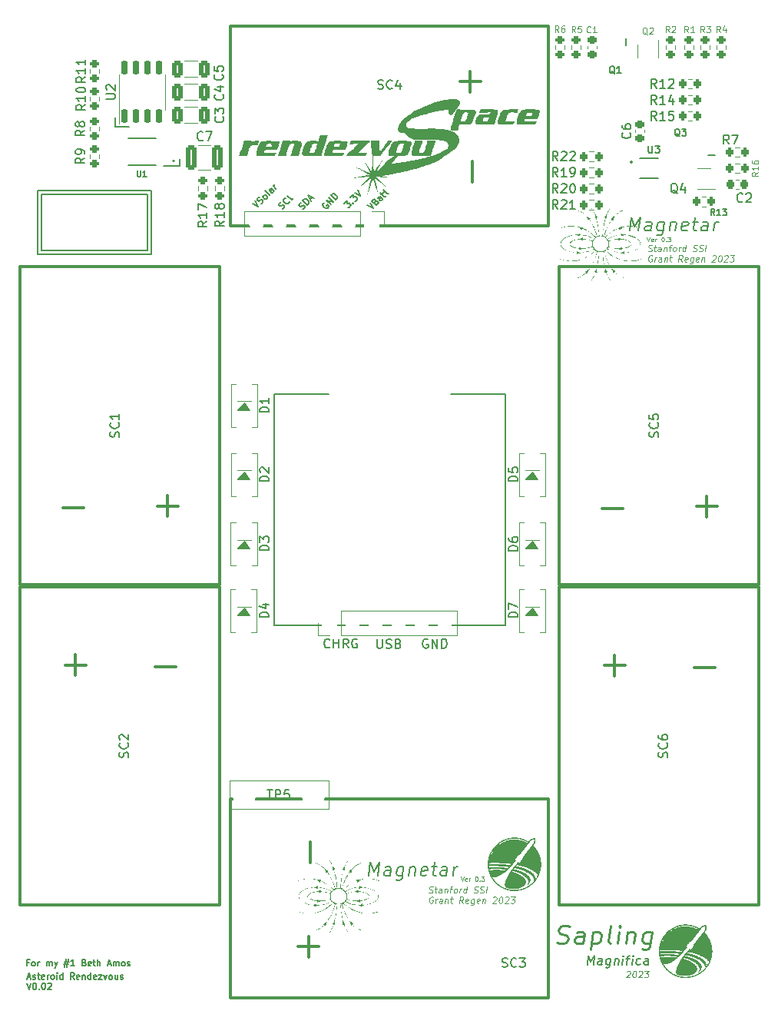
<source format=gto>
G04 #@! TF.GenerationSoftware,KiCad,Pcbnew,(6.0.5)*
G04 #@! TF.CreationDate,2023-05-08T02:17:39-07:00*
G04 #@! TF.ProjectId,X_Y_Panels,585f595f-5061-46e6-956c-732e6b696361,rev?*
G04 #@! TF.SameCoordinates,Original*
G04 #@! TF.FileFunction,Legend,Top*
G04 #@! TF.FilePolarity,Positive*
%FSLAX46Y46*%
G04 Gerber Fmt 4.6, Leading zero omitted, Abs format (unit mm)*
G04 Created by KiCad (PCBNEW (6.0.5)) date 2023-05-08 02:17:39*
%MOMM*%
%LPD*%
G01*
G04 APERTURE LIST*
G04 Aperture macros list*
%AMRoundRect*
0 Rectangle with rounded corners*
0 $1 Rounding radius*
0 $2 $3 $4 $5 $6 $7 $8 $9 X,Y pos of 4 corners*
0 Add a 4 corners polygon primitive as box body*
4,1,4,$2,$3,$4,$5,$6,$7,$8,$9,$2,$3,0*
0 Add four circle primitives for the rounded corners*
1,1,$1+$1,$2,$3*
1,1,$1+$1,$4,$5*
1,1,$1+$1,$6,$7*
1,1,$1+$1,$8,$9*
0 Add four rect primitives between the rounded corners*
20,1,$1+$1,$2,$3,$4,$5,0*
20,1,$1+$1,$4,$5,$6,$7,0*
20,1,$1+$1,$6,$7,$8,$9,0*
20,1,$1+$1,$8,$9,$2,$3,0*%
G04 Aperture macros list end*
%ADD10C,0.150000*%
%ADD11C,0.100000*%
%ADD12C,0.250000*%
%ADD13C,0.180000*%
%ADD14C,0.200000*%
%ADD15C,0.300000*%
%ADD16C,0.127000*%
%ADD17C,0.120000*%
%ADD18C,0.010000*%
%ADD19RoundRect,0.200000X-0.200000X-0.275000X0.200000X-0.275000X0.200000X0.275000X-0.200000X0.275000X0*%
%ADD20RoundRect,0.200000X0.200000X0.275000X-0.200000X0.275000X-0.200000X-0.275000X0.200000X-0.275000X0*%
%ADD21RoundRect,0.200000X0.275000X-0.200000X0.275000X0.200000X-0.275000X0.200000X-0.275000X-0.200000X0*%
%ADD22RoundRect,0.225000X0.250000X-0.225000X0.250000X0.225000X-0.250000X0.225000X-0.250000X-0.225000X0*%
%ADD23C,3.000000*%
%ADD24RoundRect,0.250000X-0.325000X-1.100000X0.325000X-1.100000X0.325000X1.100000X-0.325000X1.100000X0*%
%ADD25R,0.740000X0.270000*%
%ADD26R,0.650000X1.350000*%
%ADD27RoundRect,0.200000X-0.275000X0.200000X-0.275000X-0.200000X0.275000X-0.200000X0.275000X0.200000X0*%
%ADD28RoundRect,0.250000X0.325000X0.650000X-0.325000X0.650000X-0.325000X-0.650000X0.325000X-0.650000X0*%
%ADD29R,1.700000X1.700000*%
%ADD30O,1.700000X1.700000*%
%ADD31C,3.800000*%
%ADD32C,2.600000*%
%ADD33RoundRect,0.250000X-0.325000X-0.650000X0.325000X-0.650000X0.325000X0.650000X-0.325000X0.650000X0*%
%ADD34R,0.600000X0.400000*%
%ADD35RoundRect,0.150000X0.150000X-0.650000X0.150000X0.650000X-0.150000X0.650000X-0.150000X-0.650000X0*%
%ADD36R,3.200000X2.400000*%
%ADD37R,1.700000X2.500000*%
%ADD38RoundRect,0.225000X-0.225000X-0.250000X0.225000X-0.250000X0.225000X0.250000X-0.225000X0.250000X0*%
%ADD39R,1.570000X1.880000*%
%ADD40R,0.650000X0.400000*%
%ADD41R,0.400000X0.650000*%
%ADD42R,0.400000X0.600000*%
G04 APERTURE END LIST*
D10*
X129542000Y-79247997D02*
X135542000Y-79247997D01*
X149042000Y-79247997D02*
X155042000Y-79247997D01*
X103440000Y-56870000D02*
X116000000Y-56870000D01*
X116000000Y-56870000D02*
X116000000Y-63890000D01*
X116000000Y-63890000D02*
X103440000Y-63890000D01*
X103440000Y-63890000D02*
X103440000Y-56870000D01*
X112014000Y-49784000D02*
X112014000Y-48768000D01*
X129542000Y-104747997D02*
X155042000Y-104747997D01*
X113538000Y-49784000D02*
X112014000Y-49784000D01*
X119126000Y-54102000D02*
X119126000Y-53340000D01*
X117348000Y-54102000D02*
X119126000Y-54102000D01*
X155042000Y-104747997D02*
X155042000Y-79247997D01*
X103860000Y-57300000D02*
X115570000Y-57300000D01*
X115570000Y-57300000D02*
X115570000Y-63450000D01*
X115570000Y-63450000D02*
X103860000Y-63450000D01*
X103860000Y-63450000D02*
X103860000Y-57300000D01*
X129542000Y-104747997D02*
X129542000Y-79247997D01*
D11*
X146588666Y-134229833D02*
X146684500Y-134263166D01*
X146851166Y-134263166D01*
X146922000Y-134229833D01*
X146959500Y-134196500D01*
X147001166Y-134129833D01*
X147009500Y-134063166D01*
X146984500Y-133996500D01*
X146955333Y-133963166D01*
X146892833Y-133929833D01*
X146763666Y-133896500D01*
X146701166Y-133863166D01*
X146672000Y-133829833D01*
X146647000Y-133763166D01*
X146655333Y-133696500D01*
X146697000Y-133629833D01*
X146734500Y-133596500D01*
X146805333Y-133563166D01*
X146972000Y-133563166D01*
X147067833Y-133596500D01*
X147242833Y-133796500D02*
X147509500Y-133796500D01*
X147372000Y-133563166D02*
X147297000Y-134163166D01*
X147322000Y-134229833D01*
X147384500Y-134263166D01*
X147451166Y-134263166D01*
X147984500Y-134263166D02*
X148030333Y-133896500D01*
X148005333Y-133829833D01*
X147942833Y-133796500D01*
X147809500Y-133796500D01*
X147738666Y-133829833D01*
X147988666Y-134229833D02*
X147917833Y-134263166D01*
X147751166Y-134263166D01*
X147688666Y-134229833D01*
X147663666Y-134163166D01*
X147672000Y-134096500D01*
X147713666Y-134029833D01*
X147784500Y-133996500D01*
X147951166Y-133996500D01*
X148022000Y-133963166D01*
X148376166Y-133796500D02*
X148317833Y-134263166D01*
X148367833Y-133863166D02*
X148405333Y-133829833D01*
X148476166Y-133796500D01*
X148576166Y-133796500D01*
X148638666Y-133829833D01*
X148663666Y-133896500D01*
X148617833Y-134263166D01*
X148909500Y-133796500D02*
X149176166Y-133796500D01*
X148951166Y-134263166D02*
X149026166Y-133663166D01*
X149067833Y-133596500D01*
X149138666Y-133563166D01*
X149205333Y-133563166D01*
X149451166Y-134263166D02*
X149388666Y-134229833D01*
X149359500Y-134196500D01*
X149334500Y-134129833D01*
X149359500Y-133929833D01*
X149401166Y-133863166D01*
X149438666Y-133829833D01*
X149509500Y-133796500D01*
X149609500Y-133796500D01*
X149672000Y-133829833D01*
X149701166Y-133863166D01*
X149726166Y-133929833D01*
X149701166Y-134129833D01*
X149659500Y-134196500D01*
X149622000Y-134229833D01*
X149551166Y-134263166D01*
X149451166Y-134263166D01*
X149984500Y-134263166D02*
X150042833Y-133796500D01*
X150026166Y-133929833D02*
X150067833Y-133863166D01*
X150105333Y-133829833D01*
X150176166Y-133796500D01*
X150242833Y-133796500D01*
X150717833Y-134263166D02*
X150805333Y-133563166D01*
X150722000Y-134229833D02*
X150651166Y-134263166D01*
X150517833Y-134263166D01*
X150455333Y-134229833D01*
X150426166Y-134196500D01*
X150401166Y-134129833D01*
X150426166Y-133929833D01*
X150467833Y-133863166D01*
X150505333Y-133829833D01*
X150576166Y-133796500D01*
X150709500Y-133796500D01*
X150772000Y-133829833D01*
X151555333Y-134229833D02*
X151651166Y-134263166D01*
X151817833Y-134263166D01*
X151888666Y-134229833D01*
X151926166Y-134196500D01*
X151967833Y-134129833D01*
X151976166Y-134063166D01*
X151951166Y-133996500D01*
X151922000Y-133963166D01*
X151859500Y-133929833D01*
X151730333Y-133896500D01*
X151667833Y-133863166D01*
X151638666Y-133829833D01*
X151613666Y-133763166D01*
X151622000Y-133696500D01*
X151663666Y-133629833D01*
X151701166Y-133596500D01*
X151772000Y-133563166D01*
X151938666Y-133563166D01*
X152034500Y-133596500D01*
X152222000Y-134229833D02*
X152317833Y-134263166D01*
X152484500Y-134263166D01*
X152555333Y-134229833D01*
X152592833Y-134196500D01*
X152634500Y-134129833D01*
X152642833Y-134063166D01*
X152617833Y-133996500D01*
X152588666Y-133963166D01*
X152526166Y-133929833D01*
X152397000Y-133896500D01*
X152334500Y-133863166D01*
X152305333Y-133829833D01*
X152280333Y-133763166D01*
X152288666Y-133696500D01*
X152330333Y-133629833D01*
X152367833Y-133596500D01*
X152438666Y-133563166D01*
X152605333Y-133563166D01*
X152701166Y-133596500D01*
X152917833Y-134263166D02*
X153005333Y-133563166D01*
X147067833Y-134723500D02*
X147005333Y-134690166D01*
X146905333Y-134690166D01*
X146801166Y-134723500D01*
X146726166Y-134790166D01*
X146684500Y-134856833D01*
X146634500Y-134990166D01*
X146622000Y-135090166D01*
X146638666Y-135223500D01*
X146663666Y-135290166D01*
X146722000Y-135356833D01*
X146817833Y-135390166D01*
X146884500Y-135390166D01*
X146988666Y-135356833D01*
X147026166Y-135323500D01*
X147055333Y-135090166D01*
X146922000Y-135090166D01*
X147317833Y-135390166D02*
X147376166Y-134923500D01*
X147359500Y-135056833D02*
X147401166Y-134990166D01*
X147438666Y-134956833D01*
X147509500Y-134923500D01*
X147576166Y-134923500D01*
X148051166Y-135390166D02*
X148097000Y-135023500D01*
X148072000Y-134956833D01*
X148009500Y-134923500D01*
X147876166Y-134923500D01*
X147805333Y-134956833D01*
X148055333Y-135356833D02*
X147984500Y-135390166D01*
X147817833Y-135390166D01*
X147755333Y-135356833D01*
X147730333Y-135290166D01*
X147738666Y-135223500D01*
X147780333Y-135156833D01*
X147851166Y-135123500D01*
X148017833Y-135123500D01*
X148088666Y-135090166D01*
X148442833Y-134923500D02*
X148384500Y-135390166D01*
X148434500Y-134990166D02*
X148472000Y-134956833D01*
X148542833Y-134923500D01*
X148642833Y-134923500D01*
X148705333Y-134956833D01*
X148730333Y-135023500D01*
X148684500Y-135390166D01*
X148976166Y-134923500D02*
X149242833Y-134923500D01*
X149105333Y-134690166D02*
X149030333Y-135290166D01*
X149055333Y-135356833D01*
X149117833Y-135390166D01*
X149184500Y-135390166D01*
X150351166Y-135390166D02*
X150159500Y-135056833D01*
X149951166Y-135390166D02*
X150038666Y-134690166D01*
X150305333Y-134690166D01*
X150367833Y-134723500D01*
X150397000Y-134756833D01*
X150422000Y-134823500D01*
X150409500Y-134923500D01*
X150367833Y-134990166D01*
X150330333Y-135023500D01*
X150259500Y-135056833D01*
X149992833Y-135056833D01*
X150922000Y-135356833D02*
X150851166Y-135390166D01*
X150717833Y-135390166D01*
X150655333Y-135356833D01*
X150630333Y-135290166D01*
X150663666Y-135023500D01*
X150705333Y-134956833D01*
X150776166Y-134923500D01*
X150909500Y-134923500D01*
X150972000Y-134956833D01*
X150997000Y-135023500D01*
X150988666Y-135090166D01*
X150647000Y-135156833D01*
X151609500Y-134923500D02*
X151538666Y-135490166D01*
X151497000Y-135556833D01*
X151459500Y-135590166D01*
X151388666Y-135623500D01*
X151288666Y-135623500D01*
X151226166Y-135590166D01*
X151555333Y-135356833D02*
X151484500Y-135390166D01*
X151351166Y-135390166D01*
X151288666Y-135356833D01*
X151259500Y-135323500D01*
X151234500Y-135256833D01*
X151259500Y-135056833D01*
X151301166Y-134990166D01*
X151338666Y-134956833D01*
X151409500Y-134923500D01*
X151542833Y-134923500D01*
X151605333Y-134956833D01*
X152155333Y-135356833D02*
X152084500Y-135390166D01*
X151951166Y-135390166D01*
X151888666Y-135356833D01*
X151863666Y-135290166D01*
X151897000Y-135023500D01*
X151938666Y-134956833D01*
X152009500Y-134923500D01*
X152142833Y-134923500D01*
X152205333Y-134956833D01*
X152230333Y-135023500D01*
X152222000Y-135090166D01*
X151880333Y-135156833D01*
X152542833Y-134923500D02*
X152484500Y-135390166D01*
X152534500Y-134990166D02*
X152572000Y-134956833D01*
X152642833Y-134923500D01*
X152742833Y-134923500D01*
X152805333Y-134956833D01*
X152830333Y-135023500D01*
X152784500Y-135390166D01*
X153697000Y-134756833D02*
X153734500Y-134723500D01*
X153805333Y-134690166D01*
X153972000Y-134690166D01*
X154034500Y-134723500D01*
X154063666Y-134756833D01*
X154088666Y-134823500D01*
X154080333Y-134890166D01*
X154034500Y-134990166D01*
X153584500Y-135390166D01*
X154017833Y-135390166D01*
X154538666Y-134690166D02*
X154605333Y-134690166D01*
X154667833Y-134723500D01*
X154697000Y-134756833D01*
X154722000Y-134823500D01*
X154738666Y-134956833D01*
X154717833Y-135123500D01*
X154667833Y-135256833D01*
X154626166Y-135323500D01*
X154588666Y-135356833D01*
X154517833Y-135390166D01*
X154451166Y-135390166D01*
X154388666Y-135356833D01*
X154359500Y-135323500D01*
X154334500Y-135256833D01*
X154317833Y-135123500D01*
X154338666Y-134956833D01*
X154388666Y-134823500D01*
X154430333Y-134756833D01*
X154467833Y-134723500D01*
X154538666Y-134690166D01*
X155030333Y-134756833D02*
X155067833Y-134723500D01*
X155138666Y-134690166D01*
X155305333Y-134690166D01*
X155367833Y-134723500D01*
X155397000Y-134756833D01*
X155422000Y-134823500D01*
X155413666Y-134890166D01*
X155367833Y-134990166D01*
X154917833Y-135390166D01*
X155351166Y-135390166D01*
X155672000Y-134690166D02*
X156105333Y-134690166D01*
X155838666Y-134956833D01*
X155938666Y-134956833D01*
X156001166Y-134990166D01*
X156030333Y-135023500D01*
X156055333Y-135090166D01*
X156034500Y-135256833D01*
X155992833Y-135323500D01*
X155955333Y-135356833D01*
X155884500Y-135390166D01*
X155684500Y-135390166D01*
X155622000Y-135356833D01*
X155592833Y-135323500D01*
D10*
X139829703Y-58498181D02*
X140489669Y-58828164D01*
X140159686Y-58168198D01*
X140725372Y-58073917D02*
X140819653Y-58026776D01*
X140866793Y-58026776D01*
X140937504Y-58050346D01*
X141008214Y-58121057D01*
X141031785Y-58191768D01*
X141031785Y-58238908D01*
X141008214Y-58309619D01*
X140819653Y-58498181D01*
X140324678Y-58003206D01*
X140489669Y-57838214D01*
X140560380Y-57814644D01*
X140607521Y-57814644D01*
X140678231Y-57838214D01*
X140725372Y-57885355D01*
X140748942Y-57956066D01*
X140748942Y-58003206D01*
X140725372Y-58073917D01*
X140560380Y-58238908D01*
X141526759Y-57791074D02*
X141267487Y-57531801D01*
X141196776Y-57508231D01*
X141126066Y-57531801D01*
X141031785Y-57626082D01*
X141008214Y-57696793D01*
X141503189Y-57767504D02*
X141479619Y-57838214D01*
X141361768Y-57956066D01*
X141291057Y-57979636D01*
X141220346Y-57956066D01*
X141173206Y-57908925D01*
X141149636Y-57838214D01*
X141173206Y-57767504D01*
X141291057Y-57649653D01*
X141314627Y-57578942D01*
X141361768Y-57296099D02*
X141550330Y-57107537D01*
X141267487Y-57060397D02*
X141691751Y-57484661D01*
X141762462Y-57508231D01*
X141833172Y-57484661D01*
X141880313Y-57437521D01*
X141644610Y-57013256D02*
X141833172Y-56824695D01*
X141550330Y-56777554D02*
X141974594Y-57201818D01*
X142045304Y-57225389D01*
X142116015Y-57201818D01*
X142163155Y-57154678D01*
D11*
X150110571Y-132456190D02*
X150277238Y-132956190D01*
X150443904Y-132456190D01*
X150801047Y-132932380D02*
X150753428Y-132956190D01*
X150658190Y-132956190D01*
X150610571Y-132932380D01*
X150586761Y-132884761D01*
X150586761Y-132694285D01*
X150610571Y-132646666D01*
X150658190Y-132622857D01*
X150753428Y-132622857D01*
X150801047Y-132646666D01*
X150824857Y-132694285D01*
X150824857Y-132741904D01*
X150586761Y-132789523D01*
X151039142Y-132956190D02*
X151039142Y-132622857D01*
X151039142Y-132718095D02*
X151062952Y-132670476D01*
X151086761Y-132646666D01*
X151134380Y-132622857D01*
X151182000Y-132622857D01*
X151824857Y-132456190D02*
X151872476Y-132456190D01*
X151920095Y-132480000D01*
X151943904Y-132503809D01*
X151967714Y-132551428D01*
X151991523Y-132646666D01*
X151991523Y-132765714D01*
X151967714Y-132860952D01*
X151943904Y-132908571D01*
X151920095Y-132932380D01*
X151872476Y-132956190D01*
X151824857Y-132956190D01*
X151777238Y-132932380D01*
X151753428Y-132908571D01*
X151729619Y-132860952D01*
X151705809Y-132765714D01*
X151705809Y-132646666D01*
X151729619Y-132551428D01*
X151753428Y-132503809D01*
X151777238Y-132480000D01*
X151824857Y-132456190D01*
X152205809Y-132908571D02*
X152229619Y-132932380D01*
X152205809Y-132956190D01*
X152182000Y-132932380D01*
X152205809Y-132908571D01*
X152205809Y-132956190D01*
X152396285Y-132456190D02*
X152705809Y-132456190D01*
X152539142Y-132646666D01*
X152610571Y-132646666D01*
X152658190Y-132670476D01*
X152682000Y-132694285D01*
X152705809Y-132741904D01*
X152705809Y-132860952D01*
X152682000Y-132908571D01*
X152658190Y-132932380D01*
X152610571Y-132956190D01*
X152467714Y-132956190D01*
X152420095Y-132932380D01*
X152396285Y-132908571D01*
D10*
X127147571Y-58300313D02*
X127807537Y-58630296D01*
X127477554Y-57970330D01*
X128090380Y-58300313D02*
X128184661Y-58253172D01*
X128302512Y-58135321D01*
X128326082Y-58064610D01*
X128326082Y-58017470D01*
X128302512Y-57946759D01*
X128255372Y-57899619D01*
X128184661Y-57876049D01*
X128137521Y-57876049D01*
X128066810Y-57899619D01*
X127948959Y-57970330D01*
X127878248Y-57993900D01*
X127831108Y-57993900D01*
X127760397Y-57970330D01*
X127713256Y-57923189D01*
X127689686Y-57852478D01*
X127689686Y-57805338D01*
X127713256Y-57734627D01*
X127831108Y-57616776D01*
X127925389Y-57569636D01*
X128679636Y-57758198D02*
X128608925Y-57781768D01*
X128561785Y-57781768D01*
X128491074Y-57758198D01*
X128349653Y-57616776D01*
X128326082Y-57546066D01*
X128326082Y-57498925D01*
X128349653Y-57428214D01*
X128420363Y-57357504D01*
X128491074Y-57333933D01*
X128538214Y-57333933D01*
X128608925Y-57357504D01*
X128750346Y-57498925D01*
X128773917Y-57569636D01*
X128773917Y-57616776D01*
X128750346Y-57687487D01*
X128679636Y-57758198D01*
X129127470Y-57310363D02*
X129056759Y-57333933D01*
X128986049Y-57310363D01*
X128561785Y-56886099D01*
X129528164Y-56909669D02*
X129268891Y-56650397D01*
X129198181Y-56626827D01*
X129127470Y-56650397D01*
X129033189Y-56744678D01*
X129009619Y-56815389D01*
X129504594Y-56886099D02*
X129481023Y-56956810D01*
X129363172Y-57074661D01*
X129292462Y-57098231D01*
X129221751Y-57074661D01*
X129174610Y-57027521D01*
X129151040Y-56956810D01*
X129174610Y-56886099D01*
X129292462Y-56768248D01*
X129316032Y-56697537D01*
X129763866Y-56673967D02*
X129433883Y-56343984D01*
X129528164Y-56438265D02*
X129504594Y-56367554D01*
X129504594Y-56320414D01*
X129528164Y-56249703D01*
X129575304Y-56202563D01*
X102338833Y-143571166D02*
X102672166Y-143571166D01*
X102272166Y-143771166D02*
X102505500Y-143071166D01*
X102738833Y-143771166D01*
X102938833Y-143737833D02*
X103005500Y-143771166D01*
X103138833Y-143771166D01*
X103205500Y-143737833D01*
X103238833Y-143671166D01*
X103238833Y-143637833D01*
X103205500Y-143571166D01*
X103138833Y-143537833D01*
X103038833Y-143537833D01*
X102972166Y-143504500D01*
X102938833Y-143437833D01*
X102938833Y-143404500D01*
X102972166Y-143337833D01*
X103038833Y-143304500D01*
X103138833Y-143304500D01*
X103205500Y-143337833D01*
X103438833Y-143304500D02*
X103705500Y-143304500D01*
X103538833Y-143071166D02*
X103538833Y-143671166D01*
X103572166Y-143737833D01*
X103638833Y-143771166D01*
X103705500Y-143771166D01*
X104205500Y-143737833D02*
X104138833Y-143771166D01*
X104005500Y-143771166D01*
X103938833Y-143737833D01*
X103905500Y-143671166D01*
X103905500Y-143404500D01*
X103938833Y-143337833D01*
X104005500Y-143304500D01*
X104138833Y-143304500D01*
X104205500Y-143337833D01*
X104238833Y-143404500D01*
X104238833Y-143471166D01*
X103905500Y-143537833D01*
X104538833Y-143771166D02*
X104538833Y-143304500D01*
X104538833Y-143437833D02*
X104572166Y-143371166D01*
X104605500Y-143337833D01*
X104672166Y-143304500D01*
X104738833Y-143304500D01*
X105072166Y-143771166D02*
X105005500Y-143737833D01*
X104972166Y-143704500D01*
X104938833Y-143637833D01*
X104938833Y-143437833D01*
X104972166Y-143371166D01*
X105005500Y-143337833D01*
X105072166Y-143304500D01*
X105172166Y-143304500D01*
X105238833Y-143337833D01*
X105272166Y-143371166D01*
X105305500Y-143437833D01*
X105305500Y-143637833D01*
X105272166Y-143704500D01*
X105238833Y-143737833D01*
X105172166Y-143771166D01*
X105072166Y-143771166D01*
X105605500Y-143771166D02*
X105605500Y-143304500D01*
X105605500Y-143071166D02*
X105572166Y-143104500D01*
X105605500Y-143137833D01*
X105638833Y-143104500D01*
X105605500Y-143071166D01*
X105605500Y-143137833D01*
X106238833Y-143771166D02*
X106238833Y-143071166D01*
X106238833Y-143737833D02*
X106172166Y-143771166D01*
X106038833Y-143771166D01*
X105972166Y-143737833D01*
X105938833Y-143704500D01*
X105905500Y-143637833D01*
X105905500Y-143437833D01*
X105938833Y-143371166D01*
X105972166Y-143337833D01*
X106038833Y-143304500D01*
X106172166Y-143304500D01*
X106238833Y-143337833D01*
X107505500Y-143771166D02*
X107272166Y-143437833D01*
X107105500Y-143771166D02*
X107105500Y-143071166D01*
X107372166Y-143071166D01*
X107438833Y-143104500D01*
X107472166Y-143137833D01*
X107505500Y-143204500D01*
X107505500Y-143304500D01*
X107472166Y-143371166D01*
X107438833Y-143404500D01*
X107372166Y-143437833D01*
X107105500Y-143437833D01*
X108072166Y-143737833D02*
X108005500Y-143771166D01*
X107872166Y-143771166D01*
X107805500Y-143737833D01*
X107772166Y-143671166D01*
X107772166Y-143404500D01*
X107805500Y-143337833D01*
X107872166Y-143304500D01*
X108005500Y-143304500D01*
X108072166Y-143337833D01*
X108105500Y-143404500D01*
X108105500Y-143471166D01*
X107772166Y-143537833D01*
X108405500Y-143304500D02*
X108405500Y-143771166D01*
X108405500Y-143371166D02*
X108438833Y-143337833D01*
X108505500Y-143304500D01*
X108605500Y-143304500D01*
X108672166Y-143337833D01*
X108705500Y-143404500D01*
X108705500Y-143771166D01*
X109338833Y-143771166D02*
X109338833Y-143071166D01*
X109338833Y-143737833D02*
X109272166Y-143771166D01*
X109138833Y-143771166D01*
X109072166Y-143737833D01*
X109038833Y-143704500D01*
X109005500Y-143637833D01*
X109005500Y-143437833D01*
X109038833Y-143371166D01*
X109072166Y-143337833D01*
X109138833Y-143304500D01*
X109272166Y-143304500D01*
X109338833Y-143337833D01*
X109938833Y-143737833D02*
X109872166Y-143771166D01*
X109738833Y-143771166D01*
X109672166Y-143737833D01*
X109638833Y-143671166D01*
X109638833Y-143404500D01*
X109672166Y-143337833D01*
X109738833Y-143304500D01*
X109872166Y-143304500D01*
X109938833Y-143337833D01*
X109972166Y-143404500D01*
X109972166Y-143471166D01*
X109638833Y-143537833D01*
X110205500Y-143304500D02*
X110572166Y-143304500D01*
X110205500Y-143771166D01*
X110572166Y-143771166D01*
X110772166Y-143304500D02*
X110938833Y-143771166D01*
X111105500Y-143304500D01*
X111472166Y-143771166D02*
X111405500Y-143737833D01*
X111372166Y-143704500D01*
X111338833Y-143637833D01*
X111338833Y-143437833D01*
X111372166Y-143371166D01*
X111405500Y-143337833D01*
X111472166Y-143304500D01*
X111572166Y-143304500D01*
X111638833Y-143337833D01*
X111672166Y-143371166D01*
X111705500Y-143437833D01*
X111705500Y-143637833D01*
X111672166Y-143704500D01*
X111638833Y-143737833D01*
X111572166Y-143771166D01*
X111472166Y-143771166D01*
X112305500Y-143304500D02*
X112305500Y-143771166D01*
X112005500Y-143304500D02*
X112005500Y-143671166D01*
X112038833Y-143737833D01*
X112105500Y-143771166D01*
X112205500Y-143771166D01*
X112272166Y-143737833D01*
X112305500Y-143704500D01*
X112605500Y-143737833D02*
X112672166Y-143771166D01*
X112805500Y-143771166D01*
X112872166Y-143737833D01*
X112905500Y-143671166D01*
X112905500Y-143637833D01*
X112872166Y-143571166D01*
X112805500Y-143537833D01*
X112705500Y-143537833D01*
X112638833Y-143504500D01*
X112605500Y-143437833D01*
X112605500Y-143404500D01*
X112638833Y-143337833D01*
X112705500Y-143304500D01*
X112805500Y-143304500D01*
X112872166Y-143337833D01*
X102272166Y-144198166D02*
X102505500Y-144898166D01*
X102738833Y-144198166D01*
X103105500Y-144198166D02*
X103172166Y-144198166D01*
X103238833Y-144231500D01*
X103272166Y-144264833D01*
X103305500Y-144331500D01*
X103338833Y-144464833D01*
X103338833Y-144631500D01*
X103305500Y-144764833D01*
X103272166Y-144831500D01*
X103238833Y-144864833D01*
X103172166Y-144898166D01*
X103105500Y-144898166D01*
X103038833Y-144864833D01*
X103005500Y-144831500D01*
X102972166Y-144764833D01*
X102938833Y-144631500D01*
X102938833Y-144464833D01*
X102972166Y-144331500D01*
X103005500Y-144264833D01*
X103038833Y-144231500D01*
X103105500Y-144198166D01*
X103638833Y-144831500D02*
X103672166Y-144864833D01*
X103638833Y-144898166D01*
X103605500Y-144864833D01*
X103638833Y-144831500D01*
X103638833Y-144898166D01*
X104105500Y-144198166D02*
X104172166Y-144198166D01*
X104238833Y-144231500D01*
X104272166Y-144264833D01*
X104305500Y-144331500D01*
X104338833Y-144464833D01*
X104338833Y-144631500D01*
X104305500Y-144764833D01*
X104272166Y-144831500D01*
X104238833Y-144864833D01*
X104172166Y-144898166D01*
X104105500Y-144898166D01*
X104038833Y-144864833D01*
X104005500Y-144831500D01*
X103972166Y-144764833D01*
X103938833Y-144631500D01*
X103938833Y-144464833D01*
X103972166Y-144331500D01*
X104005500Y-144264833D01*
X104038833Y-144231500D01*
X104105500Y-144198166D01*
X104605500Y-144264833D02*
X104638833Y-144231500D01*
X104705500Y-144198166D01*
X104872166Y-144198166D01*
X104938833Y-144231500D01*
X104972166Y-144264833D01*
X105005500Y-144331500D01*
X105005500Y-144398166D01*
X104972166Y-144498166D01*
X104572166Y-144898166D01*
X105005500Y-144898166D01*
X140898095Y-106312380D02*
X140898095Y-107121904D01*
X140945714Y-107217142D01*
X140993333Y-107264761D01*
X141088571Y-107312380D01*
X141279047Y-107312380D01*
X141374285Y-107264761D01*
X141421904Y-107217142D01*
X141469523Y-107121904D01*
X141469523Y-106312380D01*
X141898095Y-107264761D02*
X142040952Y-107312380D01*
X142279047Y-107312380D01*
X142374285Y-107264761D01*
X142421904Y-107217142D01*
X142469523Y-107121904D01*
X142469523Y-107026666D01*
X142421904Y-106931428D01*
X142374285Y-106883809D01*
X142279047Y-106836190D01*
X142088571Y-106788571D01*
X141993333Y-106740952D01*
X141945714Y-106693333D01*
X141898095Y-106598095D01*
X141898095Y-106502857D01*
X141945714Y-106407619D01*
X141993333Y-106360000D01*
X142088571Y-106312380D01*
X142326666Y-106312380D01*
X142469523Y-106360000D01*
X143231428Y-106788571D02*
X143374285Y-106836190D01*
X143421904Y-106883809D01*
X143469523Y-106979047D01*
X143469523Y-107121904D01*
X143421904Y-107217142D01*
X143374285Y-107264761D01*
X143279047Y-107312380D01*
X142898095Y-107312380D01*
X142898095Y-106312380D01*
X143231428Y-106312380D01*
X143326666Y-106360000D01*
X143374285Y-106407619D01*
X143421904Y-106502857D01*
X143421904Y-106598095D01*
X143374285Y-106693333D01*
X143326666Y-106740952D01*
X143231428Y-106788571D01*
X142898095Y-106788571D01*
D11*
X168429666Y-142939333D02*
X168467166Y-142906000D01*
X168538000Y-142872666D01*
X168704666Y-142872666D01*
X168767166Y-142906000D01*
X168796333Y-142939333D01*
X168821333Y-143006000D01*
X168813000Y-143072666D01*
X168767166Y-143172666D01*
X168317166Y-143572666D01*
X168750500Y-143572666D01*
X169271333Y-142872666D02*
X169338000Y-142872666D01*
X169400500Y-142906000D01*
X169429666Y-142939333D01*
X169454666Y-143006000D01*
X169471333Y-143139333D01*
X169450500Y-143306000D01*
X169400500Y-143439333D01*
X169358833Y-143506000D01*
X169321333Y-143539333D01*
X169250500Y-143572666D01*
X169183833Y-143572666D01*
X169121333Y-143539333D01*
X169092166Y-143506000D01*
X169067166Y-143439333D01*
X169050500Y-143306000D01*
X169071333Y-143139333D01*
X169121333Y-143006000D01*
X169163000Y-142939333D01*
X169200500Y-142906000D01*
X169271333Y-142872666D01*
X169763000Y-142939333D02*
X169800500Y-142906000D01*
X169871333Y-142872666D01*
X170038000Y-142872666D01*
X170100500Y-142906000D01*
X170129666Y-142939333D01*
X170154666Y-143006000D01*
X170146333Y-143072666D01*
X170100500Y-143172666D01*
X169650500Y-143572666D01*
X170083833Y-143572666D01*
X170404666Y-142872666D02*
X170838000Y-142872666D01*
X170571333Y-143139333D01*
X170671333Y-143139333D01*
X170733833Y-143172666D01*
X170763000Y-143206000D01*
X170788000Y-143272666D01*
X170767166Y-143439333D01*
X170725500Y-143506000D01*
X170688000Y-143539333D01*
X170617166Y-143572666D01*
X170417166Y-143572666D01*
X170354666Y-143539333D01*
X170325500Y-143506000D01*
D10*
X146488095Y-106320000D02*
X146392857Y-106272380D01*
X146250000Y-106272380D01*
X146107142Y-106320000D01*
X146011904Y-106415238D01*
X145964285Y-106510476D01*
X145916666Y-106700952D01*
X145916666Y-106843809D01*
X145964285Y-107034285D01*
X146011904Y-107129523D01*
X146107142Y-107224761D01*
X146250000Y-107272380D01*
X146345238Y-107272380D01*
X146488095Y-107224761D01*
X146535714Y-107177142D01*
X146535714Y-106843809D01*
X146345238Y-106843809D01*
X146964285Y-107272380D02*
X146964285Y-106272380D01*
X147535714Y-107272380D01*
X147535714Y-106272380D01*
X148011904Y-107272380D02*
X148011904Y-106272380D01*
X148250000Y-106272380D01*
X148392857Y-106320000D01*
X148488095Y-106415238D01*
X148535714Y-106510476D01*
X148583333Y-106700952D01*
X148583333Y-106843809D01*
X148535714Y-107034285D01*
X148488095Y-107129523D01*
X148392857Y-107224761D01*
X148250000Y-107272380D01*
X148011904Y-107272380D01*
X135685714Y-107167142D02*
X135638095Y-107214761D01*
X135495238Y-107262380D01*
X135400000Y-107262380D01*
X135257142Y-107214761D01*
X135161904Y-107119523D01*
X135114285Y-107024285D01*
X135066666Y-106833809D01*
X135066666Y-106690952D01*
X135114285Y-106500476D01*
X135161904Y-106405238D01*
X135257142Y-106310000D01*
X135400000Y-106262380D01*
X135495238Y-106262380D01*
X135638095Y-106310000D01*
X135685714Y-106357619D01*
X136114285Y-107262380D02*
X136114285Y-106262380D01*
X136114285Y-106738571D02*
X136685714Y-106738571D01*
X136685714Y-107262380D02*
X136685714Y-106262380D01*
X137733333Y-107262380D02*
X137400000Y-106786190D01*
X137161904Y-107262380D02*
X137161904Y-106262380D01*
X137542857Y-106262380D01*
X137638095Y-106310000D01*
X137685714Y-106357619D01*
X137733333Y-106452857D01*
X137733333Y-106595714D01*
X137685714Y-106690952D01*
X137638095Y-106738571D01*
X137542857Y-106786190D01*
X137161904Y-106786190D01*
X138685714Y-106310000D02*
X138590476Y-106262380D01*
X138447619Y-106262380D01*
X138304761Y-106310000D01*
X138209523Y-106405238D01*
X138161904Y-106500476D01*
X138114285Y-106690952D01*
X138114285Y-106833809D01*
X138161904Y-107024285D01*
X138209523Y-107119523D01*
X138304761Y-107214761D01*
X138447619Y-107262380D01*
X138542857Y-107262380D01*
X138685714Y-107214761D01*
X138733333Y-107167142D01*
X138733333Y-106833809D01*
X138542857Y-106833809D01*
X132689306Y-58901387D02*
X132783587Y-58854247D01*
X132901438Y-58736396D01*
X132925008Y-58665685D01*
X132925008Y-58618544D01*
X132901438Y-58547834D01*
X132854297Y-58500693D01*
X132783587Y-58477123D01*
X132736446Y-58477123D01*
X132665735Y-58500693D01*
X132547884Y-58571404D01*
X132477174Y-58594974D01*
X132430033Y-58594974D01*
X132359322Y-58571404D01*
X132312182Y-58524264D01*
X132288612Y-58453553D01*
X132288612Y-58406412D01*
X132312182Y-58335702D01*
X132430033Y-58217851D01*
X132524314Y-58170710D01*
X133207851Y-58429983D02*
X132712876Y-57935008D01*
X132830727Y-57817157D01*
X132925008Y-57770016D01*
X133019289Y-57770016D01*
X133090000Y-57793587D01*
X133207851Y-57864297D01*
X133278561Y-57935008D01*
X133349272Y-58052859D01*
X133372842Y-58123570D01*
X133372842Y-58217851D01*
X133325702Y-58312132D01*
X133207851Y-58429983D01*
X133537834Y-57817157D02*
X133773536Y-57581455D01*
X133632115Y-58005719D02*
X133302132Y-57345752D01*
X133962098Y-57675735D01*
X135095389Y-58169636D02*
X135024678Y-58193206D01*
X134953967Y-58263917D01*
X134906827Y-58358198D01*
X134906827Y-58452478D01*
X134930397Y-58523189D01*
X135001108Y-58641040D01*
X135071818Y-58711751D01*
X135189669Y-58782462D01*
X135260380Y-58806032D01*
X135354661Y-58806032D01*
X135448942Y-58758891D01*
X135496082Y-58711751D01*
X135543223Y-58617470D01*
X135543223Y-58570330D01*
X135378231Y-58405338D01*
X135283950Y-58499619D01*
X135802495Y-58405338D02*
X135307521Y-57910363D01*
X136085338Y-58122495D01*
X135590363Y-57627521D01*
X136321040Y-57886793D02*
X135826066Y-57391818D01*
X135943917Y-57273967D01*
X136038198Y-57226827D01*
X136132478Y-57226827D01*
X136203189Y-57250397D01*
X136321040Y-57321108D01*
X136391751Y-57391818D01*
X136462462Y-57509669D01*
X136486032Y-57580380D01*
X136486032Y-57674661D01*
X136438891Y-57768942D01*
X136321040Y-57886793D01*
D12*
X160748083Y-139747523D02*
X161021892Y-139842761D01*
X161498083Y-139842761D01*
X161700464Y-139747523D01*
X161807607Y-139652285D01*
X161926654Y-139461809D01*
X161950464Y-139271333D01*
X161879035Y-139080857D01*
X161795702Y-138985619D01*
X161617130Y-138890380D01*
X161248083Y-138795142D01*
X161069511Y-138699904D01*
X160986178Y-138604666D01*
X160914750Y-138414190D01*
X160938559Y-138223714D01*
X161057607Y-138033238D01*
X161164750Y-137938000D01*
X161367130Y-137842761D01*
X161843321Y-137842761D01*
X162117130Y-137938000D01*
X163593321Y-139842761D02*
X163724273Y-138795142D01*
X163652845Y-138604666D01*
X163474273Y-138509428D01*
X163093321Y-138509428D01*
X162890940Y-138604666D01*
X163605226Y-139747523D02*
X163402845Y-139842761D01*
X162926654Y-139842761D01*
X162748083Y-139747523D01*
X162676654Y-139557047D01*
X162700464Y-139366571D01*
X162819511Y-139176095D01*
X163021892Y-139080857D01*
X163498083Y-139080857D01*
X163700464Y-138985619D01*
X164712369Y-138509428D02*
X164462369Y-140509428D01*
X164700464Y-138604666D02*
X164902845Y-138509428D01*
X165283797Y-138509428D01*
X165462369Y-138604666D01*
X165545702Y-138699904D01*
X165617130Y-138890380D01*
X165545702Y-139461809D01*
X165426654Y-139652285D01*
X165319511Y-139747523D01*
X165117130Y-139842761D01*
X164736178Y-139842761D01*
X164557607Y-139747523D01*
X166640940Y-139842761D02*
X166462369Y-139747523D01*
X166390940Y-139557047D01*
X166605226Y-137842761D01*
X167402845Y-139842761D02*
X167569511Y-138509428D01*
X167652845Y-137842761D02*
X167545702Y-137938000D01*
X167629035Y-138033238D01*
X167736178Y-137938000D01*
X167652845Y-137842761D01*
X167629035Y-138033238D01*
X168521892Y-138509428D02*
X168355226Y-139842761D01*
X168498083Y-138699904D02*
X168605226Y-138604666D01*
X168807607Y-138509428D01*
X169093321Y-138509428D01*
X169271892Y-138604666D01*
X169343321Y-138795142D01*
X169212369Y-139842761D01*
X171188559Y-138509428D02*
X170986178Y-140128476D01*
X170867130Y-140318952D01*
X170759988Y-140414190D01*
X170557607Y-140509428D01*
X170271892Y-140509428D01*
X170093321Y-140414190D01*
X171033797Y-139747523D02*
X170831416Y-139842761D01*
X170450464Y-139842761D01*
X170271892Y-139747523D01*
X170188559Y-139652285D01*
X170117130Y-139461809D01*
X170188559Y-138890380D01*
X170307607Y-138699904D01*
X170414750Y-138604666D01*
X170617130Y-138509428D01*
X170998083Y-138509428D01*
X171176654Y-138604666D01*
D10*
X137258265Y-58279619D02*
X137564678Y-57973206D01*
X137588248Y-58326759D01*
X137658959Y-58256049D01*
X137729669Y-58232478D01*
X137776810Y-58232478D01*
X137847521Y-58256049D01*
X137965372Y-58373900D01*
X137988942Y-58444610D01*
X137988942Y-58491751D01*
X137965372Y-58562462D01*
X137823950Y-58703883D01*
X137753240Y-58727453D01*
X137706099Y-58727453D01*
X138224644Y-58208908D02*
X138271785Y-58208908D01*
X138271785Y-58256049D01*
X138224644Y-58256049D01*
X138224644Y-58208908D01*
X138271785Y-58256049D01*
X137965372Y-57572512D02*
X138271785Y-57266099D01*
X138295355Y-57619653D01*
X138366066Y-57548942D01*
X138436776Y-57525372D01*
X138483917Y-57525372D01*
X138554627Y-57548942D01*
X138672478Y-57666793D01*
X138696049Y-57737504D01*
X138696049Y-57784644D01*
X138672478Y-57855355D01*
X138531057Y-57996776D01*
X138460346Y-58020346D01*
X138413206Y-58020346D01*
X138413206Y-57124678D02*
X139073172Y-57454661D01*
X138743189Y-56794695D01*
X102507500Y-141940000D02*
X102274166Y-141940000D01*
X102274166Y-142306666D02*
X102274166Y-141606666D01*
X102607500Y-141606666D01*
X102974166Y-142306666D02*
X102907500Y-142273333D01*
X102874166Y-142240000D01*
X102840833Y-142173333D01*
X102840833Y-141973333D01*
X102874166Y-141906666D01*
X102907500Y-141873333D01*
X102974166Y-141840000D01*
X103074166Y-141840000D01*
X103140833Y-141873333D01*
X103174166Y-141906666D01*
X103207500Y-141973333D01*
X103207500Y-142173333D01*
X103174166Y-142240000D01*
X103140833Y-142273333D01*
X103074166Y-142306666D01*
X102974166Y-142306666D01*
X103507500Y-142306666D02*
X103507500Y-141840000D01*
X103507500Y-141973333D02*
X103540833Y-141906666D01*
X103574166Y-141873333D01*
X103640833Y-141840000D01*
X103707500Y-141840000D01*
X104474166Y-142306666D02*
X104474166Y-141840000D01*
X104474166Y-141906666D02*
X104507500Y-141873333D01*
X104574166Y-141840000D01*
X104674166Y-141840000D01*
X104740833Y-141873333D01*
X104774166Y-141940000D01*
X104774166Y-142306666D01*
X104774166Y-141940000D02*
X104807500Y-141873333D01*
X104874166Y-141840000D01*
X104974166Y-141840000D01*
X105040833Y-141873333D01*
X105074166Y-141940000D01*
X105074166Y-142306666D01*
X105340833Y-141840000D02*
X105507500Y-142306666D01*
X105674166Y-141840000D02*
X105507500Y-142306666D01*
X105440833Y-142473333D01*
X105407500Y-142506666D01*
X105340833Y-142540000D01*
X106440833Y-141840000D02*
X106940833Y-141840000D01*
X106640833Y-141540000D02*
X106440833Y-142440000D01*
X106874166Y-142140000D02*
X106374166Y-142140000D01*
X106674166Y-142440000D02*
X106874166Y-141540000D01*
X107540833Y-142306666D02*
X107140833Y-142306666D01*
X107340833Y-142306666D02*
X107340833Y-141606666D01*
X107274166Y-141706666D01*
X107207500Y-141773333D01*
X107140833Y-141806666D01*
X108607500Y-141940000D02*
X108707500Y-141973333D01*
X108740833Y-142006666D01*
X108774166Y-142073333D01*
X108774166Y-142173333D01*
X108740833Y-142240000D01*
X108707500Y-142273333D01*
X108640833Y-142306666D01*
X108374166Y-142306666D01*
X108374166Y-141606666D01*
X108607500Y-141606666D01*
X108674166Y-141640000D01*
X108707500Y-141673333D01*
X108740833Y-141740000D01*
X108740833Y-141806666D01*
X108707500Y-141873333D01*
X108674166Y-141906666D01*
X108607500Y-141940000D01*
X108374166Y-141940000D01*
X109340833Y-142273333D02*
X109274166Y-142306666D01*
X109140833Y-142306666D01*
X109074166Y-142273333D01*
X109040833Y-142206666D01*
X109040833Y-141940000D01*
X109074166Y-141873333D01*
X109140833Y-141840000D01*
X109274166Y-141840000D01*
X109340833Y-141873333D01*
X109374166Y-141940000D01*
X109374166Y-142006666D01*
X109040833Y-142073333D01*
X109574166Y-141840000D02*
X109840833Y-141840000D01*
X109674166Y-141606666D02*
X109674166Y-142206666D01*
X109707500Y-142273333D01*
X109774166Y-142306666D01*
X109840833Y-142306666D01*
X110074166Y-142306666D02*
X110074166Y-141606666D01*
X110374166Y-142306666D02*
X110374166Y-141940000D01*
X110340833Y-141873333D01*
X110274166Y-141840000D01*
X110174166Y-141840000D01*
X110107500Y-141873333D01*
X110074166Y-141906666D01*
X111207500Y-142106666D02*
X111540833Y-142106666D01*
X111140833Y-142306666D02*
X111374166Y-141606666D01*
X111607500Y-142306666D01*
X111840833Y-142306666D02*
X111840833Y-141840000D01*
X111840833Y-141906666D02*
X111874166Y-141873333D01*
X111940833Y-141840000D01*
X112040833Y-141840000D01*
X112107500Y-141873333D01*
X112140833Y-141940000D01*
X112140833Y-142306666D01*
X112140833Y-141940000D02*
X112174166Y-141873333D01*
X112240833Y-141840000D01*
X112340833Y-141840000D01*
X112407500Y-141873333D01*
X112440833Y-141940000D01*
X112440833Y-142306666D01*
X112874166Y-142306666D02*
X112807500Y-142273333D01*
X112774166Y-142240000D01*
X112740833Y-142173333D01*
X112740833Y-141973333D01*
X112774166Y-141906666D01*
X112807500Y-141873333D01*
X112874166Y-141840000D01*
X112974166Y-141840000D01*
X113040833Y-141873333D01*
X113074166Y-141906666D01*
X113107500Y-141973333D01*
X113107500Y-142173333D01*
X113074166Y-142240000D01*
X113040833Y-142273333D01*
X112974166Y-142306666D01*
X112874166Y-142306666D01*
X113374166Y-142273333D02*
X113440833Y-142306666D01*
X113574166Y-142306666D01*
X113640833Y-142273333D01*
X113674166Y-142206666D01*
X113674166Y-142173333D01*
X113640833Y-142106666D01*
X113574166Y-142073333D01*
X113474166Y-142073333D01*
X113407500Y-142040000D01*
X113374166Y-141973333D01*
X113374166Y-141940000D01*
X113407500Y-141873333D01*
X113474166Y-141840000D01*
X113574166Y-141840000D01*
X113640833Y-141873333D01*
D11*
X170658571Y-61976190D02*
X170825238Y-62476190D01*
X170991904Y-61976190D01*
X171349047Y-62452380D02*
X171301428Y-62476190D01*
X171206190Y-62476190D01*
X171158571Y-62452380D01*
X171134761Y-62404761D01*
X171134761Y-62214285D01*
X171158571Y-62166666D01*
X171206190Y-62142857D01*
X171301428Y-62142857D01*
X171349047Y-62166666D01*
X171372857Y-62214285D01*
X171372857Y-62261904D01*
X171134761Y-62309523D01*
X171587142Y-62476190D02*
X171587142Y-62142857D01*
X171587142Y-62238095D02*
X171610952Y-62190476D01*
X171634761Y-62166666D01*
X171682380Y-62142857D01*
X171730000Y-62142857D01*
X172372857Y-61976190D02*
X172420476Y-61976190D01*
X172468095Y-62000000D01*
X172491904Y-62023809D01*
X172515714Y-62071428D01*
X172539523Y-62166666D01*
X172539523Y-62285714D01*
X172515714Y-62380952D01*
X172491904Y-62428571D01*
X172468095Y-62452380D01*
X172420476Y-62476190D01*
X172372857Y-62476190D01*
X172325238Y-62452380D01*
X172301428Y-62428571D01*
X172277619Y-62380952D01*
X172253809Y-62285714D01*
X172253809Y-62166666D01*
X172277619Y-62071428D01*
X172301428Y-62023809D01*
X172325238Y-62000000D01*
X172372857Y-61976190D01*
X172753809Y-62428571D02*
X172777619Y-62452380D01*
X172753809Y-62476190D01*
X172730000Y-62452380D01*
X172753809Y-62428571D01*
X172753809Y-62476190D01*
X172944285Y-61976190D02*
X173253809Y-61976190D01*
X173087142Y-62166666D01*
X173158571Y-62166666D01*
X173206190Y-62190476D01*
X173230000Y-62214285D01*
X173253809Y-62261904D01*
X173253809Y-62380952D01*
X173230000Y-62428571D01*
X173206190Y-62452380D01*
X173158571Y-62476190D01*
X173015714Y-62476190D01*
X172968095Y-62452380D01*
X172944285Y-62428571D01*
D13*
X164091994Y-142172380D02*
X164216994Y-141172380D01*
X164461041Y-141886666D01*
X164883660Y-141172380D01*
X164758660Y-142172380D01*
X165663422Y-142172380D02*
X165728898Y-141648571D01*
X165693184Y-141553333D01*
X165603898Y-141505714D01*
X165413422Y-141505714D01*
X165312232Y-141553333D01*
X165669375Y-142124761D02*
X165568184Y-142172380D01*
X165330089Y-142172380D01*
X165240803Y-142124761D01*
X165205089Y-142029523D01*
X165216994Y-141934285D01*
X165276517Y-141839047D01*
X165377708Y-141791428D01*
X165615803Y-141791428D01*
X165716994Y-141743809D01*
X166651517Y-141505714D02*
X166550327Y-142315238D01*
X166490803Y-142410476D01*
X166437232Y-142458095D01*
X166336041Y-142505714D01*
X166193184Y-142505714D01*
X166103898Y-142458095D01*
X166574136Y-142124761D02*
X166472946Y-142172380D01*
X166282470Y-142172380D01*
X166193184Y-142124761D01*
X166151517Y-142077142D01*
X166115803Y-141981904D01*
X166151517Y-141696190D01*
X166211041Y-141600952D01*
X166264613Y-141553333D01*
X166365803Y-141505714D01*
X166556279Y-141505714D01*
X166645565Y-141553333D01*
X167127708Y-141505714D02*
X167044375Y-142172380D01*
X167115803Y-141600952D02*
X167169375Y-141553333D01*
X167270565Y-141505714D01*
X167413422Y-141505714D01*
X167502708Y-141553333D01*
X167538422Y-141648571D01*
X167472946Y-142172380D01*
X167949136Y-142172380D02*
X168032470Y-141505714D01*
X168074136Y-141172380D02*
X168020565Y-141220000D01*
X168062232Y-141267619D01*
X168115803Y-141220000D01*
X168074136Y-141172380D01*
X168062232Y-141267619D01*
X168365803Y-141505714D02*
X168746755Y-141505714D01*
X168425327Y-142172380D02*
X168532470Y-141315238D01*
X168591994Y-141220000D01*
X168693184Y-141172380D01*
X168788422Y-141172380D01*
X168996755Y-142172380D02*
X169080089Y-141505714D01*
X169121755Y-141172380D02*
X169068184Y-141220000D01*
X169109851Y-141267619D01*
X169163422Y-141220000D01*
X169121755Y-141172380D01*
X169109851Y-141267619D01*
X169907470Y-142124761D02*
X169806279Y-142172380D01*
X169615803Y-142172380D01*
X169526517Y-142124761D01*
X169484851Y-142077142D01*
X169449136Y-141981904D01*
X169484851Y-141696190D01*
X169544375Y-141600952D01*
X169597946Y-141553333D01*
X169699136Y-141505714D01*
X169889613Y-141505714D01*
X169978898Y-141553333D01*
X170758660Y-142172380D02*
X170824136Y-141648571D01*
X170788422Y-141553333D01*
X170699136Y-141505714D01*
X170508660Y-141505714D01*
X170407470Y-141553333D01*
X170764613Y-142124761D02*
X170663422Y-142172380D01*
X170425327Y-142172380D01*
X170336041Y-142124761D01*
X170300327Y-142029523D01*
X170312232Y-141934285D01*
X170371755Y-141839047D01*
X170472946Y-141791428D01*
X170711041Y-141791428D01*
X170812232Y-141743809D01*
D11*
X170756666Y-63519833D02*
X170852500Y-63553166D01*
X171019166Y-63553166D01*
X171090000Y-63519833D01*
X171127500Y-63486500D01*
X171169166Y-63419833D01*
X171177500Y-63353166D01*
X171152500Y-63286500D01*
X171123333Y-63253166D01*
X171060833Y-63219833D01*
X170931666Y-63186500D01*
X170869166Y-63153166D01*
X170840000Y-63119833D01*
X170815000Y-63053166D01*
X170823333Y-62986500D01*
X170865000Y-62919833D01*
X170902500Y-62886500D01*
X170973333Y-62853166D01*
X171140000Y-62853166D01*
X171235833Y-62886500D01*
X171410833Y-63086500D02*
X171677500Y-63086500D01*
X171540000Y-62853166D02*
X171465000Y-63453166D01*
X171490000Y-63519833D01*
X171552500Y-63553166D01*
X171619166Y-63553166D01*
X172152500Y-63553166D02*
X172198333Y-63186500D01*
X172173333Y-63119833D01*
X172110833Y-63086500D01*
X171977500Y-63086500D01*
X171906666Y-63119833D01*
X172156666Y-63519833D02*
X172085833Y-63553166D01*
X171919166Y-63553166D01*
X171856666Y-63519833D01*
X171831666Y-63453166D01*
X171840000Y-63386500D01*
X171881666Y-63319833D01*
X171952500Y-63286500D01*
X172119166Y-63286500D01*
X172190000Y-63253166D01*
X172544166Y-63086500D02*
X172485833Y-63553166D01*
X172535833Y-63153166D02*
X172573333Y-63119833D01*
X172644166Y-63086500D01*
X172744166Y-63086500D01*
X172806666Y-63119833D01*
X172831666Y-63186500D01*
X172785833Y-63553166D01*
X173077500Y-63086500D02*
X173344166Y-63086500D01*
X173119166Y-63553166D02*
X173194166Y-62953166D01*
X173235833Y-62886500D01*
X173306666Y-62853166D01*
X173373333Y-62853166D01*
X173619166Y-63553166D02*
X173556666Y-63519833D01*
X173527500Y-63486500D01*
X173502500Y-63419833D01*
X173527500Y-63219833D01*
X173569166Y-63153166D01*
X173606666Y-63119833D01*
X173677500Y-63086500D01*
X173777500Y-63086500D01*
X173840000Y-63119833D01*
X173869166Y-63153166D01*
X173894166Y-63219833D01*
X173869166Y-63419833D01*
X173827500Y-63486500D01*
X173790000Y-63519833D01*
X173719166Y-63553166D01*
X173619166Y-63553166D01*
X174152500Y-63553166D02*
X174210833Y-63086500D01*
X174194166Y-63219833D02*
X174235833Y-63153166D01*
X174273333Y-63119833D01*
X174344166Y-63086500D01*
X174410833Y-63086500D01*
X174885833Y-63553166D02*
X174973333Y-62853166D01*
X174890000Y-63519833D02*
X174819166Y-63553166D01*
X174685833Y-63553166D01*
X174623333Y-63519833D01*
X174594166Y-63486500D01*
X174569166Y-63419833D01*
X174594166Y-63219833D01*
X174635833Y-63153166D01*
X174673333Y-63119833D01*
X174744166Y-63086500D01*
X174877500Y-63086500D01*
X174940000Y-63119833D01*
X175723333Y-63519833D02*
X175819166Y-63553166D01*
X175985833Y-63553166D01*
X176056666Y-63519833D01*
X176094166Y-63486500D01*
X176135833Y-63419833D01*
X176144166Y-63353166D01*
X176119166Y-63286500D01*
X176090000Y-63253166D01*
X176027500Y-63219833D01*
X175898333Y-63186500D01*
X175835833Y-63153166D01*
X175806666Y-63119833D01*
X175781666Y-63053166D01*
X175790000Y-62986500D01*
X175831666Y-62919833D01*
X175869166Y-62886500D01*
X175940000Y-62853166D01*
X176106666Y-62853166D01*
X176202500Y-62886500D01*
X176390000Y-63519833D02*
X176485833Y-63553166D01*
X176652500Y-63553166D01*
X176723333Y-63519833D01*
X176760833Y-63486500D01*
X176802500Y-63419833D01*
X176810833Y-63353166D01*
X176785833Y-63286500D01*
X176756666Y-63253166D01*
X176694166Y-63219833D01*
X176565000Y-63186500D01*
X176502500Y-63153166D01*
X176473333Y-63119833D01*
X176448333Y-63053166D01*
X176456666Y-62986500D01*
X176498333Y-62919833D01*
X176535833Y-62886500D01*
X176606666Y-62853166D01*
X176773333Y-62853166D01*
X176869166Y-62886500D01*
X177085833Y-63553166D02*
X177173333Y-62853166D01*
X171235833Y-64013500D02*
X171173333Y-63980166D01*
X171073333Y-63980166D01*
X170969166Y-64013500D01*
X170894166Y-64080166D01*
X170852500Y-64146833D01*
X170802500Y-64280166D01*
X170790000Y-64380166D01*
X170806666Y-64513500D01*
X170831666Y-64580166D01*
X170890000Y-64646833D01*
X170985833Y-64680166D01*
X171052500Y-64680166D01*
X171156666Y-64646833D01*
X171194166Y-64613500D01*
X171223333Y-64380166D01*
X171090000Y-64380166D01*
X171485833Y-64680166D02*
X171544166Y-64213500D01*
X171527500Y-64346833D02*
X171569166Y-64280166D01*
X171606666Y-64246833D01*
X171677500Y-64213500D01*
X171744166Y-64213500D01*
X172219166Y-64680166D02*
X172265000Y-64313500D01*
X172240000Y-64246833D01*
X172177500Y-64213500D01*
X172044166Y-64213500D01*
X171973333Y-64246833D01*
X172223333Y-64646833D02*
X172152500Y-64680166D01*
X171985833Y-64680166D01*
X171923333Y-64646833D01*
X171898333Y-64580166D01*
X171906666Y-64513500D01*
X171948333Y-64446833D01*
X172019166Y-64413500D01*
X172185833Y-64413500D01*
X172256666Y-64380166D01*
X172610833Y-64213500D02*
X172552500Y-64680166D01*
X172602500Y-64280166D02*
X172640000Y-64246833D01*
X172710833Y-64213500D01*
X172810833Y-64213500D01*
X172873333Y-64246833D01*
X172898333Y-64313500D01*
X172852500Y-64680166D01*
X173144166Y-64213500D02*
X173410833Y-64213500D01*
X173273333Y-63980166D02*
X173198333Y-64580166D01*
X173223333Y-64646833D01*
X173285833Y-64680166D01*
X173352500Y-64680166D01*
X174519166Y-64680166D02*
X174327500Y-64346833D01*
X174119166Y-64680166D02*
X174206666Y-63980166D01*
X174473333Y-63980166D01*
X174535833Y-64013500D01*
X174565000Y-64046833D01*
X174590000Y-64113500D01*
X174577500Y-64213500D01*
X174535833Y-64280166D01*
X174498333Y-64313500D01*
X174427500Y-64346833D01*
X174160833Y-64346833D01*
X175090000Y-64646833D02*
X175019166Y-64680166D01*
X174885833Y-64680166D01*
X174823333Y-64646833D01*
X174798333Y-64580166D01*
X174831666Y-64313500D01*
X174873333Y-64246833D01*
X174944166Y-64213500D01*
X175077500Y-64213500D01*
X175140000Y-64246833D01*
X175165000Y-64313500D01*
X175156666Y-64380166D01*
X174815000Y-64446833D01*
X175777500Y-64213500D02*
X175706666Y-64780166D01*
X175665000Y-64846833D01*
X175627500Y-64880166D01*
X175556666Y-64913500D01*
X175456666Y-64913500D01*
X175394166Y-64880166D01*
X175723333Y-64646833D02*
X175652500Y-64680166D01*
X175519166Y-64680166D01*
X175456666Y-64646833D01*
X175427500Y-64613500D01*
X175402500Y-64546833D01*
X175427500Y-64346833D01*
X175469166Y-64280166D01*
X175506666Y-64246833D01*
X175577500Y-64213500D01*
X175710833Y-64213500D01*
X175773333Y-64246833D01*
X176323333Y-64646833D02*
X176252500Y-64680166D01*
X176119166Y-64680166D01*
X176056666Y-64646833D01*
X176031666Y-64580166D01*
X176065000Y-64313500D01*
X176106666Y-64246833D01*
X176177500Y-64213500D01*
X176310833Y-64213500D01*
X176373333Y-64246833D01*
X176398333Y-64313500D01*
X176390000Y-64380166D01*
X176048333Y-64446833D01*
X176710833Y-64213500D02*
X176652500Y-64680166D01*
X176702500Y-64280166D02*
X176740000Y-64246833D01*
X176810833Y-64213500D01*
X176910833Y-64213500D01*
X176973333Y-64246833D01*
X176998333Y-64313500D01*
X176952500Y-64680166D01*
X177865000Y-64046833D02*
X177902500Y-64013500D01*
X177973333Y-63980166D01*
X178140000Y-63980166D01*
X178202500Y-64013500D01*
X178231666Y-64046833D01*
X178256666Y-64113500D01*
X178248333Y-64180166D01*
X178202500Y-64280166D01*
X177752500Y-64680166D01*
X178185833Y-64680166D01*
X178706666Y-63980166D02*
X178773333Y-63980166D01*
X178835833Y-64013500D01*
X178865000Y-64046833D01*
X178890000Y-64113500D01*
X178906666Y-64246833D01*
X178885833Y-64413500D01*
X178835833Y-64546833D01*
X178794166Y-64613500D01*
X178756666Y-64646833D01*
X178685833Y-64680166D01*
X178619166Y-64680166D01*
X178556666Y-64646833D01*
X178527500Y-64613500D01*
X178502500Y-64546833D01*
X178485833Y-64413500D01*
X178506666Y-64246833D01*
X178556666Y-64113500D01*
X178598333Y-64046833D01*
X178635833Y-64013500D01*
X178706666Y-63980166D01*
X179198333Y-64046833D02*
X179235833Y-64013500D01*
X179306666Y-63980166D01*
X179473333Y-63980166D01*
X179535833Y-64013500D01*
X179565000Y-64046833D01*
X179590000Y-64113500D01*
X179581666Y-64180166D01*
X179535833Y-64280166D01*
X179085833Y-64680166D01*
X179519166Y-64680166D01*
X179840000Y-63980166D02*
X180273333Y-63980166D01*
X180006666Y-64246833D01*
X180106666Y-64246833D01*
X180169166Y-64280166D01*
X180198333Y-64313500D01*
X180223333Y-64380166D01*
X180202500Y-64546833D01*
X180160833Y-64613500D01*
X180123333Y-64646833D01*
X180052500Y-64680166D01*
X179852500Y-64680166D01*
X179790000Y-64646833D01*
X179760833Y-64613500D01*
D14*
X139969991Y-132388571D02*
X140157491Y-130888571D01*
X140523562Y-131960000D01*
X141157491Y-130888571D01*
X140969991Y-132388571D01*
X142327133Y-132388571D02*
X142425348Y-131602857D01*
X142371776Y-131460000D01*
X142237848Y-131388571D01*
X141952133Y-131388571D01*
X141800348Y-131460000D01*
X142336062Y-132317142D02*
X142184276Y-132388571D01*
X141827133Y-132388571D01*
X141693205Y-132317142D01*
X141639633Y-132174285D01*
X141657491Y-132031428D01*
X141746776Y-131888571D01*
X141898562Y-131817142D01*
X142255705Y-131817142D01*
X142407491Y-131745714D01*
X143809276Y-131388571D02*
X143657491Y-132602857D01*
X143568205Y-132745714D01*
X143487848Y-132817142D01*
X143336062Y-132888571D01*
X143121776Y-132888571D01*
X142987848Y-132817142D01*
X143693205Y-132317142D02*
X143541419Y-132388571D01*
X143255705Y-132388571D01*
X143121776Y-132317142D01*
X143059276Y-132245714D01*
X143005705Y-132102857D01*
X143059276Y-131674285D01*
X143148562Y-131531428D01*
X143228919Y-131460000D01*
X143380705Y-131388571D01*
X143666419Y-131388571D01*
X143800348Y-131460000D01*
X144523562Y-131388571D02*
X144398562Y-132388571D01*
X144505705Y-131531428D02*
X144586062Y-131460000D01*
X144737848Y-131388571D01*
X144952133Y-131388571D01*
X145086062Y-131460000D01*
X145139633Y-131602857D01*
X145041419Y-132388571D01*
X146336062Y-132317142D02*
X146184276Y-132388571D01*
X145898562Y-132388571D01*
X145764633Y-132317142D01*
X145711062Y-132174285D01*
X145782491Y-131602857D01*
X145871776Y-131460000D01*
X146023562Y-131388571D01*
X146309276Y-131388571D01*
X146443205Y-131460000D01*
X146496776Y-131602857D01*
X146478919Y-131745714D01*
X145746776Y-131888571D01*
X146952133Y-131388571D02*
X147523562Y-131388571D01*
X147228919Y-130888571D02*
X147068205Y-132174285D01*
X147121776Y-132317142D01*
X147255705Y-132388571D01*
X147398562Y-132388571D01*
X148541419Y-132388571D02*
X148639633Y-131602857D01*
X148586062Y-131460000D01*
X148452133Y-131388571D01*
X148166419Y-131388571D01*
X148014633Y-131460000D01*
X148550348Y-132317142D02*
X148398562Y-132388571D01*
X148041419Y-132388571D01*
X147907491Y-132317142D01*
X147853919Y-132174285D01*
X147871776Y-132031428D01*
X147961062Y-131888571D01*
X148112848Y-131817142D01*
X148469991Y-131817142D01*
X148621776Y-131745714D01*
X149255705Y-132388571D02*
X149380705Y-131388571D01*
X149344991Y-131674285D02*
X149434276Y-131531428D01*
X149514633Y-131460000D01*
X149666419Y-131388571D01*
X149809276Y-131388571D01*
X168717991Y-61288571D02*
X168905491Y-59788571D01*
X169271562Y-60860000D01*
X169905491Y-59788571D01*
X169717991Y-61288571D01*
X171075133Y-61288571D02*
X171173348Y-60502857D01*
X171119776Y-60360000D01*
X170985848Y-60288571D01*
X170700133Y-60288571D01*
X170548348Y-60360000D01*
X171084062Y-61217142D02*
X170932276Y-61288571D01*
X170575133Y-61288571D01*
X170441205Y-61217142D01*
X170387633Y-61074285D01*
X170405491Y-60931428D01*
X170494776Y-60788571D01*
X170646562Y-60717142D01*
X171003705Y-60717142D01*
X171155491Y-60645714D01*
X172557276Y-60288571D02*
X172405491Y-61502857D01*
X172316205Y-61645714D01*
X172235848Y-61717142D01*
X172084062Y-61788571D01*
X171869776Y-61788571D01*
X171735848Y-61717142D01*
X172441205Y-61217142D02*
X172289419Y-61288571D01*
X172003705Y-61288571D01*
X171869776Y-61217142D01*
X171807276Y-61145714D01*
X171753705Y-61002857D01*
X171807276Y-60574285D01*
X171896562Y-60431428D01*
X171976919Y-60360000D01*
X172128705Y-60288571D01*
X172414419Y-60288571D01*
X172548348Y-60360000D01*
X173271562Y-60288571D02*
X173146562Y-61288571D01*
X173253705Y-60431428D02*
X173334062Y-60360000D01*
X173485848Y-60288571D01*
X173700133Y-60288571D01*
X173834062Y-60360000D01*
X173887633Y-60502857D01*
X173789419Y-61288571D01*
X175084062Y-61217142D02*
X174932276Y-61288571D01*
X174646562Y-61288571D01*
X174512633Y-61217142D01*
X174459062Y-61074285D01*
X174530491Y-60502857D01*
X174619776Y-60360000D01*
X174771562Y-60288571D01*
X175057276Y-60288571D01*
X175191205Y-60360000D01*
X175244776Y-60502857D01*
X175226919Y-60645714D01*
X174494776Y-60788571D01*
X175700133Y-60288571D02*
X176271562Y-60288571D01*
X175976919Y-59788571D02*
X175816205Y-61074285D01*
X175869776Y-61217142D01*
X176003705Y-61288571D01*
X176146562Y-61288571D01*
X177289419Y-61288571D02*
X177387633Y-60502857D01*
X177334062Y-60360000D01*
X177200133Y-60288571D01*
X176914419Y-60288571D01*
X176762633Y-60360000D01*
X177298348Y-61217142D02*
X177146562Y-61288571D01*
X176789419Y-61288571D01*
X176655491Y-61217142D01*
X176601919Y-61074285D01*
X176619776Y-60931428D01*
X176709062Y-60788571D01*
X176860848Y-60717142D01*
X177217991Y-60717142D01*
X177369776Y-60645714D01*
X178003705Y-61288571D02*
X178128705Y-60288571D01*
X178092991Y-60574285D02*
X178182276Y-60431428D01*
X178262633Y-60360000D01*
X178414419Y-60288571D01*
X178557276Y-60288571D01*
D10*
X130451091Y-58859602D02*
X130545372Y-58812462D01*
X130663223Y-58694610D01*
X130686793Y-58623900D01*
X130686793Y-58576759D01*
X130663223Y-58506049D01*
X130616082Y-58458908D01*
X130545372Y-58435338D01*
X130498231Y-58435338D01*
X130427521Y-58458908D01*
X130309669Y-58529619D01*
X130238959Y-58553189D01*
X130191818Y-58553189D01*
X130121108Y-58529619D01*
X130073967Y-58482478D01*
X130050397Y-58411768D01*
X130050397Y-58364627D01*
X130073967Y-58293917D01*
X130191818Y-58176066D01*
X130286099Y-58128925D01*
X131205338Y-58058214D02*
X131205338Y-58105355D01*
X131158198Y-58199636D01*
X131111057Y-58246776D01*
X131016776Y-58293917D01*
X130922495Y-58293917D01*
X130851785Y-58270346D01*
X130733933Y-58199636D01*
X130663223Y-58128925D01*
X130592512Y-58011074D01*
X130568942Y-57940363D01*
X130568942Y-57846082D01*
X130616082Y-57751801D01*
X130663223Y-57704661D01*
X130757504Y-57657521D01*
X130804644Y-57657521D01*
X131700313Y-57657521D02*
X131464610Y-57893223D01*
X130969636Y-57398248D01*
X171715142Y-47328380D02*
X171381809Y-46852190D01*
X171143714Y-47328380D02*
X171143714Y-46328380D01*
X171524666Y-46328380D01*
X171619904Y-46376000D01*
X171667523Y-46423619D01*
X171715142Y-46518857D01*
X171715142Y-46661714D01*
X171667523Y-46756952D01*
X171619904Y-46804571D01*
X171524666Y-46852190D01*
X171143714Y-46852190D01*
X172667523Y-47328380D02*
X172096095Y-47328380D01*
X172381809Y-47328380D02*
X172381809Y-46328380D01*
X172286571Y-46471238D01*
X172191333Y-46566476D01*
X172096095Y-46614095D01*
X173524666Y-46661714D02*
X173524666Y-47328380D01*
X173286571Y-46280761D02*
X173048476Y-46995047D01*
X173667523Y-46995047D01*
X160823142Y-57102380D02*
X160489809Y-56626190D01*
X160251714Y-57102380D02*
X160251714Y-56102380D01*
X160632666Y-56102380D01*
X160727904Y-56150000D01*
X160775523Y-56197619D01*
X160823142Y-56292857D01*
X160823142Y-56435714D01*
X160775523Y-56530952D01*
X160727904Y-56578571D01*
X160632666Y-56626190D01*
X160251714Y-56626190D01*
X161204095Y-56197619D02*
X161251714Y-56150000D01*
X161346952Y-56102380D01*
X161585047Y-56102380D01*
X161680285Y-56150000D01*
X161727904Y-56197619D01*
X161775523Y-56292857D01*
X161775523Y-56388095D01*
X161727904Y-56530952D01*
X161156476Y-57102380D01*
X161775523Y-57102380D01*
X162394571Y-56102380D02*
X162489809Y-56102380D01*
X162585047Y-56150000D01*
X162632666Y-56197619D01*
X162680285Y-56292857D01*
X162727904Y-56483333D01*
X162727904Y-56721428D01*
X162680285Y-56911904D01*
X162632666Y-57007142D01*
X162585047Y-57054761D01*
X162489809Y-57102380D01*
X162394571Y-57102380D01*
X162299333Y-57054761D01*
X162251714Y-57007142D01*
X162204095Y-56911904D01*
X162156476Y-56721428D01*
X162156476Y-56483333D01*
X162204095Y-56292857D01*
X162251714Y-56197619D01*
X162299333Y-56150000D01*
X162394571Y-56102380D01*
X108750380Y-44330857D02*
X108274190Y-44664190D01*
X108750380Y-44902285D02*
X107750380Y-44902285D01*
X107750380Y-44521333D01*
X107798000Y-44426095D01*
X107845619Y-44378476D01*
X107940857Y-44330857D01*
X108083714Y-44330857D01*
X108178952Y-44378476D01*
X108226571Y-44426095D01*
X108274190Y-44521333D01*
X108274190Y-44902285D01*
X108750380Y-43378476D02*
X108750380Y-43949904D01*
X108750380Y-43664190D02*
X107750380Y-43664190D01*
X107893238Y-43759428D01*
X107988476Y-43854666D01*
X108036095Y-43949904D01*
X108750380Y-42426095D02*
X108750380Y-42997523D01*
X108750380Y-42711809D02*
X107750380Y-42711809D01*
X107893238Y-42807047D01*
X107988476Y-42902285D01*
X108036095Y-42997523D01*
X168775142Y-50466666D02*
X168822761Y-50514285D01*
X168870380Y-50657142D01*
X168870380Y-50752380D01*
X168822761Y-50895238D01*
X168727523Y-50990476D01*
X168632285Y-51038095D01*
X168441809Y-51085714D01*
X168298952Y-51085714D01*
X168108476Y-51038095D01*
X168013238Y-50990476D01*
X167918000Y-50895238D01*
X167870380Y-50752380D01*
X167870380Y-50657142D01*
X167918000Y-50514285D01*
X167965619Y-50466666D01*
X167870380Y-49609523D02*
X167870380Y-49800000D01*
X167918000Y-49895238D01*
X167965619Y-49942857D01*
X168108476Y-50038095D01*
X168298952Y-50085714D01*
X168679904Y-50085714D01*
X168775142Y-50038095D01*
X168822761Y-49990476D01*
X168870380Y-49895238D01*
X168870380Y-49704761D01*
X168822761Y-49609523D01*
X168775142Y-49561904D01*
X168679904Y-49514285D01*
X168441809Y-49514285D01*
X168346571Y-49561904D01*
X168298952Y-49609523D01*
X168251333Y-49704761D01*
X168251333Y-49895238D01*
X168298952Y-49990476D01*
X168346571Y-50038095D01*
X168441809Y-50085714D01*
X154694095Y-142390761D02*
X154836952Y-142438380D01*
X155075047Y-142438380D01*
X155170285Y-142390761D01*
X155217904Y-142343142D01*
X155265523Y-142247904D01*
X155265523Y-142152666D01*
X155217904Y-142057428D01*
X155170285Y-142009809D01*
X155075047Y-141962190D01*
X154884571Y-141914571D01*
X154789333Y-141866952D01*
X154741714Y-141819333D01*
X154694095Y-141724095D01*
X154694095Y-141628857D01*
X154741714Y-141533619D01*
X154789333Y-141486000D01*
X154884571Y-141438380D01*
X155122666Y-141438380D01*
X155265523Y-141486000D01*
X156265523Y-142343142D02*
X156217904Y-142390761D01*
X156075047Y-142438380D01*
X155979809Y-142438380D01*
X155836952Y-142390761D01*
X155741714Y-142295523D01*
X155694095Y-142200285D01*
X155646476Y-142009809D01*
X155646476Y-141866952D01*
X155694095Y-141676476D01*
X155741714Y-141581238D01*
X155836952Y-141486000D01*
X155979809Y-141438380D01*
X156075047Y-141438380D01*
X156217904Y-141486000D01*
X156265523Y-141533619D01*
X156598857Y-141438380D02*
X157217904Y-141438380D01*
X156884571Y-141819333D01*
X157027428Y-141819333D01*
X157122666Y-141866952D01*
X157170285Y-141914571D01*
X157217904Y-142009809D01*
X157217904Y-142247904D01*
X157170285Y-142343142D01*
X157122666Y-142390761D01*
X157027428Y-142438380D01*
X156741714Y-142438380D01*
X156646476Y-142390761D01*
X156598857Y-142343142D01*
D15*
X133564285Y-130936857D02*
X133564285Y-128651142D01*
X132207142Y-140168285D02*
X134492857Y-140168285D01*
X133350000Y-141311142D02*
X133350000Y-139025428D01*
D10*
X121688333Y-51257142D02*
X121640714Y-51304761D01*
X121497857Y-51352380D01*
X121402619Y-51352380D01*
X121259761Y-51304761D01*
X121164523Y-51209523D01*
X121116904Y-51114285D01*
X121069285Y-50923809D01*
X121069285Y-50780952D01*
X121116904Y-50590476D01*
X121164523Y-50495238D01*
X121259761Y-50400000D01*
X121402619Y-50352380D01*
X121497857Y-50352380D01*
X121640714Y-50400000D01*
X121688333Y-50447619D01*
X122021666Y-50352380D02*
X122688333Y-50352380D01*
X122259761Y-51352380D01*
X170794476Y-51917904D02*
X170794476Y-52565523D01*
X170832571Y-52641714D01*
X170870666Y-52679809D01*
X170946857Y-52717904D01*
X171099238Y-52717904D01*
X171175428Y-52679809D01*
X171213523Y-52641714D01*
X171251619Y-52565523D01*
X171251619Y-51917904D01*
X171556380Y-51917904D02*
X172051619Y-51917904D01*
X171784952Y-52222666D01*
X171899238Y-52222666D01*
X171975428Y-52260761D01*
X172013523Y-52298857D01*
X172051619Y-52375047D01*
X172051619Y-52565523D01*
X172013523Y-52641714D01*
X171975428Y-52679809D01*
X171899238Y-52717904D01*
X171670666Y-52717904D01*
X171594476Y-52679809D01*
X171556380Y-52641714D01*
D11*
X178732333Y-39417666D02*
X178499000Y-39084333D01*
X178332333Y-39417666D02*
X178332333Y-38717666D01*
X178599000Y-38717666D01*
X178665666Y-38751000D01*
X178699000Y-38784333D01*
X178732333Y-38851000D01*
X178732333Y-38951000D01*
X178699000Y-39017666D01*
X178665666Y-39051000D01*
X178599000Y-39084333D01*
X178332333Y-39084333D01*
X179332333Y-38951000D02*
X179332333Y-39417666D01*
X179165666Y-38684333D02*
X178999000Y-39184333D01*
X179432333Y-39184333D01*
D10*
X123837142Y-44076666D02*
X123884761Y-44124285D01*
X123932380Y-44267142D01*
X123932380Y-44362380D01*
X123884761Y-44505238D01*
X123789523Y-44600476D01*
X123694285Y-44648095D01*
X123503809Y-44695714D01*
X123360952Y-44695714D01*
X123170476Y-44648095D01*
X123075238Y-44600476D01*
X122980000Y-44505238D01*
X122932380Y-44362380D01*
X122932380Y-44267142D01*
X122980000Y-44124285D01*
X123027619Y-44076666D01*
X122932380Y-43171904D02*
X122932380Y-43648095D01*
X123408571Y-43695714D01*
X123360952Y-43648095D01*
X123313333Y-43552857D01*
X123313333Y-43314761D01*
X123360952Y-43219523D01*
X123408571Y-43171904D01*
X123503809Y-43124285D01*
X123741904Y-43124285D01*
X123837142Y-43171904D01*
X123884761Y-43219523D01*
X123932380Y-43314761D01*
X123932380Y-43552857D01*
X123884761Y-43648095D01*
X123837142Y-43695714D01*
X123910142Y-48704666D02*
X123957761Y-48752285D01*
X124005380Y-48895142D01*
X124005380Y-48990380D01*
X123957761Y-49133238D01*
X123862523Y-49228476D01*
X123767285Y-49276095D01*
X123576809Y-49323714D01*
X123433952Y-49323714D01*
X123243476Y-49276095D01*
X123148238Y-49228476D01*
X123053000Y-49133238D01*
X123005380Y-48990380D01*
X123005380Y-48895142D01*
X123053000Y-48752285D01*
X123100619Y-48704666D01*
X123005380Y-48371333D02*
X123005380Y-47752285D01*
X123386333Y-48085619D01*
X123386333Y-47942761D01*
X123433952Y-47847523D01*
X123481571Y-47799904D01*
X123576809Y-47752285D01*
X123814904Y-47752285D01*
X123910142Y-47799904D01*
X123957761Y-47847523D01*
X124005380Y-47942761D01*
X124005380Y-48228476D01*
X123957761Y-48323714D01*
X123910142Y-48371333D01*
D16*
X174283428Y-50875285D02*
X174210857Y-50839000D01*
X174138285Y-50766428D01*
X174029428Y-50657571D01*
X173956857Y-50621285D01*
X173884285Y-50621285D01*
X173920571Y-50802714D02*
X173848000Y-50766428D01*
X173775428Y-50693857D01*
X173739142Y-50548714D01*
X173739142Y-50294714D01*
X173775428Y-50149571D01*
X173848000Y-50077000D01*
X173920571Y-50040714D01*
X174065714Y-50040714D01*
X174138285Y-50077000D01*
X174210857Y-50149571D01*
X174247142Y-50294714D01*
X174247142Y-50548714D01*
X174210857Y-50693857D01*
X174138285Y-50766428D01*
X174065714Y-50802714D01*
X173920571Y-50802714D01*
X174501142Y-50040714D02*
X174972857Y-50040714D01*
X174718857Y-50331000D01*
X174827714Y-50331000D01*
X174900285Y-50367285D01*
X174936571Y-50403571D01*
X174972857Y-50476142D01*
X174972857Y-50657571D01*
X174936571Y-50730142D01*
X174900285Y-50766428D01*
X174827714Y-50802714D01*
X174610000Y-50802714D01*
X174537428Y-50766428D01*
X174501142Y-50730142D01*
D10*
X113426761Y-119319904D02*
X113474380Y-119177047D01*
X113474380Y-118938952D01*
X113426761Y-118843714D01*
X113379142Y-118796095D01*
X113283904Y-118748476D01*
X113188666Y-118748476D01*
X113093428Y-118796095D01*
X113045809Y-118843714D01*
X112998190Y-118938952D01*
X112950571Y-119129428D01*
X112902952Y-119224666D01*
X112855333Y-119272285D01*
X112760095Y-119319904D01*
X112664857Y-119319904D01*
X112569619Y-119272285D01*
X112522000Y-119224666D01*
X112474380Y-119129428D01*
X112474380Y-118891333D01*
X112522000Y-118748476D01*
X113379142Y-117748476D02*
X113426761Y-117796095D01*
X113474380Y-117938952D01*
X113474380Y-118034190D01*
X113426761Y-118177047D01*
X113331523Y-118272285D01*
X113236285Y-118319904D01*
X113045809Y-118367523D01*
X112902952Y-118367523D01*
X112712476Y-118319904D01*
X112617238Y-118272285D01*
X112522000Y-118177047D01*
X112474380Y-118034190D01*
X112474380Y-117938952D01*
X112522000Y-117796095D01*
X112569619Y-117748476D01*
X112569619Y-117367523D02*
X112522000Y-117319904D01*
X112474380Y-117224666D01*
X112474380Y-116986571D01*
X112522000Y-116891333D01*
X112569619Y-116843714D01*
X112664857Y-116796095D01*
X112760095Y-116796095D01*
X112902952Y-116843714D01*
X113474380Y-117415142D01*
X113474380Y-116796095D01*
D15*
X107656285Y-110310857D02*
X107656285Y-108025142D01*
X108799142Y-109168000D02*
X106513428Y-109168000D01*
X116459142Y-109382285D02*
X118744857Y-109382285D01*
D10*
X171715142Y-45550380D02*
X171381809Y-45074190D01*
X171143714Y-45550380D02*
X171143714Y-44550380D01*
X171524666Y-44550380D01*
X171619904Y-44598000D01*
X171667523Y-44645619D01*
X171715142Y-44740857D01*
X171715142Y-44883714D01*
X171667523Y-44978952D01*
X171619904Y-45026571D01*
X171524666Y-45074190D01*
X171143714Y-45074190D01*
X172667523Y-45550380D02*
X172096095Y-45550380D01*
X172381809Y-45550380D02*
X172381809Y-44550380D01*
X172286571Y-44693238D01*
X172191333Y-44788476D01*
X172096095Y-44836095D01*
X173048476Y-44645619D02*
X173096095Y-44598000D01*
X173191333Y-44550380D01*
X173429428Y-44550380D01*
X173524666Y-44598000D01*
X173572285Y-44645619D01*
X173619904Y-44740857D01*
X173619904Y-44836095D01*
X173572285Y-44978952D01*
X173000857Y-45550380D01*
X173619904Y-45550380D01*
D11*
X162762333Y-39407666D02*
X162529000Y-39074333D01*
X162362333Y-39407666D02*
X162362333Y-38707666D01*
X162629000Y-38707666D01*
X162695666Y-38741000D01*
X162729000Y-38774333D01*
X162762333Y-38841000D01*
X162762333Y-38941000D01*
X162729000Y-39007666D01*
X162695666Y-39041000D01*
X162629000Y-39074333D01*
X162362333Y-39074333D01*
X163395666Y-38707666D02*
X163062333Y-38707666D01*
X163029000Y-39041000D01*
X163062333Y-39007666D01*
X163129000Y-38974333D01*
X163295666Y-38974333D01*
X163362333Y-39007666D01*
X163395666Y-39041000D01*
X163429000Y-39107666D01*
X163429000Y-39274333D01*
X163395666Y-39341000D01*
X163362333Y-39374333D01*
X163295666Y-39407666D01*
X163129000Y-39407666D01*
X163062333Y-39374333D01*
X163029000Y-39341000D01*
D10*
X111025380Y-46752904D02*
X111834904Y-46752904D01*
X111930142Y-46705285D01*
X111977761Y-46657666D01*
X112025380Y-46562428D01*
X112025380Y-46371952D01*
X111977761Y-46276714D01*
X111930142Y-46229095D01*
X111834904Y-46181476D01*
X111025380Y-46181476D01*
X111120619Y-45752904D02*
X111073000Y-45705285D01*
X111025380Y-45610047D01*
X111025380Y-45371952D01*
X111073000Y-45276714D01*
X111120619Y-45229095D01*
X111215857Y-45181476D01*
X111311095Y-45181476D01*
X111453952Y-45229095D01*
X112025380Y-45800523D01*
X112025380Y-45181476D01*
D11*
X176982333Y-39427666D02*
X176749000Y-39094333D01*
X176582333Y-39427666D02*
X176582333Y-38727666D01*
X176849000Y-38727666D01*
X176915666Y-38761000D01*
X176949000Y-38794333D01*
X176982333Y-38861000D01*
X176982333Y-38961000D01*
X176949000Y-39027666D01*
X176915666Y-39061000D01*
X176849000Y-39094333D01*
X176582333Y-39094333D01*
X177215666Y-38727666D02*
X177649000Y-38727666D01*
X177415666Y-38994333D01*
X177515666Y-38994333D01*
X177582333Y-39027666D01*
X177615666Y-39061000D01*
X177649000Y-39127666D01*
X177649000Y-39294333D01*
X177615666Y-39361000D01*
X177582333Y-39394333D01*
X177515666Y-39427666D01*
X177315666Y-39427666D01*
X177249000Y-39394333D01*
X177215666Y-39361000D01*
D10*
X156408380Y-96538095D02*
X155408380Y-96538095D01*
X155408380Y-96300000D01*
X155456000Y-96157142D01*
X155551238Y-96061904D01*
X155646476Y-96014285D01*
X155836952Y-95966666D01*
X155979809Y-95966666D01*
X156170285Y-96014285D01*
X156265523Y-96061904D01*
X156360761Y-96157142D01*
X156408380Y-96300000D01*
X156408380Y-96538095D01*
X155408380Y-95109523D02*
X155408380Y-95300000D01*
X155456000Y-95395238D01*
X155503619Y-95442857D01*
X155646476Y-95538095D01*
X155836952Y-95585714D01*
X156217904Y-95585714D01*
X156313142Y-95538095D01*
X156360761Y-95490476D01*
X156408380Y-95395238D01*
X156408380Y-95204761D01*
X156360761Y-95109523D01*
X156313142Y-95061904D01*
X156217904Y-95014285D01*
X155979809Y-95014285D01*
X155884571Y-95061904D01*
X155836952Y-95109523D01*
X155789333Y-95204761D01*
X155789333Y-95395238D01*
X155836952Y-95490476D01*
X155884571Y-95538095D01*
X155979809Y-95585714D01*
X128976380Y-81256095D02*
X127976380Y-81256095D01*
X127976380Y-81018000D01*
X128024000Y-80875142D01*
X128119238Y-80779904D01*
X128214476Y-80732285D01*
X128404952Y-80684666D01*
X128547809Y-80684666D01*
X128738285Y-80732285D01*
X128833523Y-80779904D01*
X128928761Y-80875142D01*
X128976380Y-81018000D01*
X128976380Y-81256095D01*
X128976380Y-79732285D02*
X128976380Y-80303714D01*
X128976380Y-80018000D02*
X127976380Y-80018000D01*
X128119238Y-80113238D01*
X128214476Y-80208476D01*
X128262095Y-80303714D01*
X108750380Y-47378857D02*
X108274190Y-47712190D01*
X108750380Y-47950285D02*
X107750380Y-47950285D01*
X107750380Y-47569333D01*
X107798000Y-47474095D01*
X107845619Y-47426476D01*
X107940857Y-47378857D01*
X108083714Y-47378857D01*
X108178952Y-47426476D01*
X108226571Y-47474095D01*
X108274190Y-47569333D01*
X108274190Y-47950285D01*
X108750380Y-46426476D02*
X108750380Y-46997904D01*
X108750380Y-46712190D02*
X107750380Y-46712190D01*
X107893238Y-46807428D01*
X107988476Y-46902666D01*
X108036095Y-46997904D01*
X107750380Y-45807428D02*
X107750380Y-45712190D01*
X107798000Y-45616952D01*
X107845619Y-45569333D01*
X107940857Y-45521714D01*
X108131333Y-45474095D01*
X108369428Y-45474095D01*
X108559904Y-45521714D01*
X108655142Y-45569333D01*
X108702761Y-45616952D01*
X108750380Y-45712190D01*
X108750380Y-45807428D01*
X108702761Y-45902666D01*
X108655142Y-45950285D01*
X108559904Y-45997904D01*
X108369428Y-46045523D01*
X108131333Y-46045523D01*
X107940857Y-45997904D01*
X107845619Y-45950285D01*
X107798000Y-45902666D01*
X107750380Y-45807428D01*
X181199333Y-58045142D02*
X181151714Y-58092761D01*
X181008857Y-58140380D01*
X180913619Y-58140380D01*
X180770761Y-58092761D01*
X180675523Y-57997523D01*
X180627904Y-57902285D01*
X180580285Y-57711809D01*
X180580285Y-57568952D01*
X180627904Y-57378476D01*
X180675523Y-57283238D01*
X180770761Y-57188000D01*
X180913619Y-57140380D01*
X181008857Y-57140380D01*
X181151714Y-57188000D01*
X181199333Y-57235619D01*
X181580285Y-57235619D02*
X181627904Y-57188000D01*
X181723142Y-57140380D01*
X181961238Y-57140380D01*
X182056476Y-57188000D01*
X182104095Y-57235619D01*
X182151714Y-57330857D01*
X182151714Y-57426095D01*
X182104095Y-57568952D01*
X181532666Y-58140380D01*
X182151714Y-58140380D01*
X114453380Y-54650923D02*
X114453380Y-55169019D01*
X114483857Y-55229971D01*
X114514333Y-55260447D01*
X114575285Y-55290923D01*
X114697190Y-55290923D01*
X114758142Y-55260447D01*
X114788619Y-55229971D01*
X114819095Y-55169019D01*
X114819095Y-54650923D01*
X115459095Y-55290923D02*
X115093380Y-55290923D01*
X115276238Y-55290923D02*
X115276238Y-54650923D01*
X115215285Y-54742352D01*
X115154333Y-54803304D01*
X115093380Y-54833780D01*
X123885142Y-46279666D02*
X123932761Y-46327285D01*
X123980380Y-46470142D01*
X123980380Y-46565380D01*
X123932761Y-46708238D01*
X123837523Y-46803476D01*
X123742285Y-46851095D01*
X123551809Y-46898714D01*
X123408952Y-46898714D01*
X123218476Y-46851095D01*
X123123238Y-46803476D01*
X123028000Y-46708238D01*
X122980380Y-46565380D01*
X122980380Y-46470142D01*
X123028000Y-46327285D01*
X123075619Y-46279666D01*
X123313714Y-45422523D02*
X123980380Y-45422523D01*
X122932761Y-45660619D02*
X123647047Y-45898714D01*
X123647047Y-45279666D01*
X128976380Y-88876095D02*
X127976380Y-88876095D01*
X127976380Y-88638000D01*
X128024000Y-88495142D01*
X128119238Y-88399904D01*
X128214476Y-88352285D01*
X128404952Y-88304666D01*
X128547809Y-88304666D01*
X128738285Y-88352285D01*
X128833523Y-88399904D01*
X128928761Y-88495142D01*
X128976380Y-88638000D01*
X128976380Y-88876095D01*
X128071619Y-87923714D02*
X128024000Y-87876095D01*
X127976380Y-87780857D01*
X127976380Y-87542761D01*
X128024000Y-87447523D01*
X128071619Y-87399904D01*
X128166857Y-87352285D01*
X128262095Y-87352285D01*
X128404952Y-87399904D01*
X128976380Y-87971333D01*
X128976380Y-87352285D01*
X160823142Y-53546380D02*
X160489809Y-53070190D01*
X160251714Y-53546380D02*
X160251714Y-52546380D01*
X160632666Y-52546380D01*
X160727904Y-52594000D01*
X160775523Y-52641619D01*
X160823142Y-52736857D01*
X160823142Y-52879714D01*
X160775523Y-52974952D01*
X160727904Y-53022571D01*
X160632666Y-53070190D01*
X160251714Y-53070190D01*
X161204095Y-52641619D02*
X161251714Y-52594000D01*
X161346952Y-52546380D01*
X161585047Y-52546380D01*
X161680285Y-52594000D01*
X161727904Y-52641619D01*
X161775523Y-52736857D01*
X161775523Y-52832095D01*
X161727904Y-52974952D01*
X161156476Y-53546380D01*
X161775523Y-53546380D01*
X162156476Y-52641619D02*
X162204095Y-52594000D01*
X162299333Y-52546380D01*
X162537428Y-52546380D01*
X162632666Y-52594000D01*
X162680285Y-52641619D01*
X162727904Y-52736857D01*
X162727904Y-52832095D01*
X162680285Y-52974952D01*
X162108857Y-53546380D01*
X162727904Y-53546380D01*
X179689333Y-51720380D02*
X179356000Y-51244190D01*
X179117904Y-51720380D02*
X179117904Y-50720380D01*
X179498857Y-50720380D01*
X179594095Y-50768000D01*
X179641714Y-50815619D01*
X179689333Y-50910857D01*
X179689333Y-51053714D01*
X179641714Y-51148952D01*
X179594095Y-51196571D01*
X179498857Y-51244190D01*
X179117904Y-51244190D01*
X180022666Y-50720380D02*
X180689333Y-50720380D01*
X180260761Y-51720380D01*
D11*
X164432333Y-39381000D02*
X164399000Y-39414333D01*
X164299000Y-39447666D01*
X164232333Y-39447666D01*
X164132333Y-39414333D01*
X164065666Y-39347666D01*
X164032333Y-39281000D01*
X163999000Y-39147666D01*
X163999000Y-39047666D01*
X164032333Y-38914333D01*
X164065666Y-38847666D01*
X164132333Y-38781000D01*
X164232333Y-38747666D01*
X164299000Y-38747666D01*
X164399000Y-38781000D01*
X164432333Y-38814333D01*
X165099000Y-39447666D02*
X164699000Y-39447666D01*
X164899000Y-39447666D02*
X164899000Y-38747666D01*
X164832333Y-38847666D01*
X164765666Y-38914333D01*
X164699000Y-38947666D01*
D10*
X108656380Y-50204666D02*
X108180190Y-50538000D01*
X108656380Y-50776095D02*
X107656380Y-50776095D01*
X107656380Y-50395142D01*
X107704000Y-50299904D01*
X107751619Y-50252285D01*
X107846857Y-50204666D01*
X107989714Y-50204666D01*
X108084952Y-50252285D01*
X108132571Y-50299904D01*
X108180190Y-50395142D01*
X108180190Y-50776095D01*
X108084952Y-49633238D02*
X108037333Y-49728476D01*
X107989714Y-49776095D01*
X107894476Y-49823714D01*
X107846857Y-49823714D01*
X107751619Y-49776095D01*
X107704000Y-49728476D01*
X107656380Y-49633238D01*
X107656380Y-49442761D01*
X107704000Y-49347523D01*
X107751619Y-49299904D01*
X107846857Y-49252285D01*
X107894476Y-49252285D01*
X107989714Y-49299904D01*
X108037333Y-49347523D01*
X108084952Y-49442761D01*
X108084952Y-49633238D01*
X108132571Y-49728476D01*
X108180190Y-49776095D01*
X108275428Y-49823714D01*
X108465904Y-49823714D01*
X108561142Y-49776095D01*
X108608761Y-49728476D01*
X108656380Y-49633238D01*
X108656380Y-49442761D01*
X108608761Y-49347523D01*
X108561142Y-49299904D01*
X108465904Y-49252285D01*
X108275428Y-49252285D01*
X108180190Y-49299904D01*
X108132571Y-49347523D01*
X108084952Y-49442761D01*
X128976380Y-96496095D02*
X127976380Y-96496095D01*
X127976380Y-96258000D01*
X128024000Y-96115142D01*
X128119238Y-96019904D01*
X128214476Y-95972285D01*
X128404952Y-95924666D01*
X128547809Y-95924666D01*
X128738285Y-95972285D01*
X128833523Y-96019904D01*
X128928761Y-96115142D01*
X128976380Y-96258000D01*
X128976380Y-96496095D01*
X127976380Y-95591333D02*
X127976380Y-94972285D01*
X128357333Y-95305619D01*
X128357333Y-95162761D01*
X128404952Y-95067523D01*
X128452571Y-95019904D01*
X128547809Y-94972285D01*
X128785904Y-94972285D01*
X128881142Y-95019904D01*
X128928761Y-95067523D01*
X128976380Y-95162761D01*
X128976380Y-95448476D01*
X128928761Y-95543714D01*
X128881142Y-95591333D01*
X178090000Y-59586666D02*
X177856666Y-59253333D01*
X177690000Y-59586666D02*
X177690000Y-58886666D01*
X177956666Y-58886666D01*
X178023333Y-58920000D01*
X178056666Y-58953333D01*
X178090000Y-59020000D01*
X178090000Y-59120000D01*
X178056666Y-59186666D01*
X178023333Y-59220000D01*
X177956666Y-59253333D01*
X177690000Y-59253333D01*
X178756666Y-59586666D02*
X178356666Y-59586666D01*
X178556666Y-59586666D02*
X178556666Y-58886666D01*
X178490000Y-58986666D01*
X178423333Y-59053333D01*
X178356666Y-59086666D01*
X178990000Y-58886666D02*
X179423333Y-58886666D01*
X179190000Y-59153333D01*
X179290000Y-59153333D01*
X179356666Y-59186666D01*
X179390000Y-59220000D01*
X179423333Y-59286666D01*
X179423333Y-59453333D01*
X179390000Y-59520000D01*
X179356666Y-59553333D01*
X179290000Y-59586666D01*
X179090000Y-59586666D01*
X179023333Y-59553333D01*
X178990000Y-59520000D01*
X112426761Y-84013904D02*
X112474380Y-83871047D01*
X112474380Y-83632952D01*
X112426761Y-83537714D01*
X112379142Y-83490095D01*
X112283904Y-83442476D01*
X112188666Y-83442476D01*
X112093428Y-83490095D01*
X112045809Y-83537714D01*
X111998190Y-83632952D01*
X111950571Y-83823428D01*
X111902952Y-83918666D01*
X111855333Y-83966285D01*
X111760095Y-84013904D01*
X111664857Y-84013904D01*
X111569619Y-83966285D01*
X111522000Y-83918666D01*
X111474380Y-83823428D01*
X111474380Y-83585333D01*
X111522000Y-83442476D01*
X112379142Y-82442476D02*
X112426761Y-82490095D01*
X112474380Y-82632952D01*
X112474380Y-82728190D01*
X112426761Y-82871047D01*
X112331523Y-82966285D01*
X112236285Y-83013904D01*
X112045809Y-83061523D01*
X111902952Y-83061523D01*
X111712476Y-83013904D01*
X111617238Y-82966285D01*
X111522000Y-82871047D01*
X111474380Y-82728190D01*
X111474380Y-82632952D01*
X111522000Y-82490095D01*
X111569619Y-82442476D01*
X112474380Y-81490095D02*
X112474380Y-82061523D01*
X112474380Y-81775809D02*
X111474380Y-81775809D01*
X111617238Y-81871047D01*
X111712476Y-81966285D01*
X111760095Y-82061523D01*
D15*
X117816285Y-92784857D02*
X117816285Y-90499142D01*
X118959142Y-91642000D02*
X116673428Y-91642000D01*
X106299142Y-91856285D02*
X108584857Y-91856285D01*
D10*
X122142380Y-60237857D02*
X121666190Y-60571190D01*
X122142380Y-60809285D02*
X121142380Y-60809285D01*
X121142380Y-60428333D01*
X121190000Y-60333095D01*
X121237619Y-60285476D01*
X121332857Y-60237857D01*
X121475714Y-60237857D01*
X121570952Y-60285476D01*
X121618571Y-60333095D01*
X121666190Y-60428333D01*
X121666190Y-60809285D01*
X122142380Y-59285476D02*
X122142380Y-59856904D01*
X122142380Y-59571190D02*
X121142380Y-59571190D01*
X121285238Y-59666428D01*
X121380476Y-59761666D01*
X121428095Y-59856904D01*
X121142380Y-58952142D02*
X121142380Y-58285476D01*
X122142380Y-58714047D01*
X174020761Y-57175619D02*
X173925523Y-57128000D01*
X173830285Y-57032761D01*
X173687428Y-56889904D01*
X173592190Y-56842285D01*
X173496952Y-56842285D01*
X173544571Y-57080380D02*
X173449333Y-57032761D01*
X173354095Y-56937523D01*
X173306476Y-56747047D01*
X173306476Y-56413714D01*
X173354095Y-56223238D01*
X173449333Y-56128000D01*
X173544571Y-56080380D01*
X173735047Y-56080380D01*
X173830285Y-56128000D01*
X173925523Y-56223238D01*
X173973142Y-56413714D01*
X173973142Y-56747047D01*
X173925523Y-56937523D01*
X173830285Y-57032761D01*
X173735047Y-57080380D01*
X173544571Y-57080380D01*
X174830285Y-56413714D02*
X174830285Y-57080380D01*
X174592190Y-56032761D02*
X174354095Y-56747047D01*
X174973142Y-56747047D01*
X171862761Y-84019904D02*
X171910380Y-83877047D01*
X171910380Y-83638952D01*
X171862761Y-83543714D01*
X171815142Y-83496095D01*
X171719904Y-83448476D01*
X171624666Y-83448476D01*
X171529428Y-83496095D01*
X171481809Y-83543714D01*
X171434190Y-83638952D01*
X171386571Y-83829428D01*
X171338952Y-83924666D01*
X171291333Y-83972285D01*
X171196095Y-84019904D01*
X171100857Y-84019904D01*
X171005619Y-83972285D01*
X170958000Y-83924666D01*
X170910380Y-83829428D01*
X170910380Y-83591333D01*
X170958000Y-83448476D01*
X171815142Y-82448476D02*
X171862761Y-82496095D01*
X171910380Y-82638952D01*
X171910380Y-82734190D01*
X171862761Y-82877047D01*
X171767523Y-82972285D01*
X171672285Y-83019904D01*
X171481809Y-83067523D01*
X171338952Y-83067523D01*
X171148476Y-83019904D01*
X171053238Y-82972285D01*
X170958000Y-82877047D01*
X170910380Y-82734190D01*
X170910380Y-82638952D01*
X170958000Y-82496095D01*
X171005619Y-82448476D01*
X170910380Y-81543714D02*
X170910380Y-82019904D01*
X171386571Y-82067523D01*
X171338952Y-82019904D01*
X171291333Y-81924666D01*
X171291333Y-81686571D01*
X171338952Y-81591333D01*
X171386571Y-81543714D01*
X171481809Y-81496095D01*
X171719904Y-81496095D01*
X171815142Y-81543714D01*
X171862761Y-81591333D01*
X171910380Y-81686571D01*
X171910380Y-81924666D01*
X171862761Y-82019904D01*
X171815142Y-82067523D01*
D15*
X177252285Y-92790857D02*
X177252285Y-90505142D01*
X178395142Y-91648000D02*
X176109428Y-91648000D01*
X165735142Y-91862285D02*
X168020857Y-91862285D01*
D10*
X108656380Y-53252666D02*
X108180190Y-53586000D01*
X108656380Y-53824095D02*
X107656380Y-53824095D01*
X107656380Y-53443142D01*
X107704000Y-53347904D01*
X107751619Y-53300285D01*
X107846857Y-53252666D01*
X107989714Y-53252666D01*
X108084952Y-53300285D01*
X108132571Y-53347904D01*
X108180190Y-53443142D01*
X108180190Y-53824095D01*
X108656380Y-52776476D02*
X108656380Y-52586000D01*
X108608761Y-52490761D01*
X108561142Y-52443142D01*
X108418285Y-52347904D01*
X108227809Y-52300285D01*
X107846857Y-52300285D01*
X107751619Y-52347904D01*
X107704000Y-52395523D01*
X107656380Y-52490761D01*
X107656380Y-52681238D01*
X107704000Y-52776476D01*
X107751619Y-52824095D01*
X107846857Y-52871714D01*
X108084952Y-52871714D01*
X108180190Y-52824095D01*
X108227809Y-52776476D01*
X108275428Y-52681238D01*
X108275428Y-52490761D01*
X108227809Y-52395523D01*
X108180190Y-52347904D01*
X108084952Y-52300285D01*
D11*
X182922666Y-54848000D02*
X182589333Y-55081333D01*
X182922666Y-55248000D02*
X182222666Y-55248000D01*
X182222666Y-54981333D01*
X182256000Y-54914666D01*
X182289333Y-54881333D01*
X182356000Y-54848000D01*
X182456000Y-54848000D01*
X182522666Y-54881333D01*
X182556000Y-54914666D01*
X182589333Y-54981333D01*
X182589333Y-55248000D01*
X182922666Y-54181333D02*
X182922666Y-54581333D01*
X182922666Y-54381333D02*
X182222666Y-54381333D01*
X182322666Y-54448000D01*
X182389333Y-54514666D01*
X182422666Y-54581333D01*
X182222666Y-53581333D02*
X182222666Y-53714666D01*
X182256000Y-53781333D01*
X182289333Y-53814666D01*
X182389333Y-53881333D01*
X182522666Y-53914666D01*
X182789333Y-53914666D01*
X182856000Y-53881333D01*
X182889333Y-53848000D01*
X182922666Y-53781333D01*
X182922666Y-53648000D01*
X182889333Y-53581333D01*
X182856000Y-53548000D01*
X182789333Y-53514666D01*
X182622666Y-53514666D01*
X182556000Y-53548000D01*
X182522666Y-53581333D01*
X182489333Y-53648000D01*
X182489333Y-53781333D01*
X182522666Y-53848000D01*
X182556000Y-53881333D01*
X182622666Y-53914666D01*
X170692333Y-39664333D02*
X170625666Y-39631000D01*
X170559000Y-39564333D01*
X170459000Y-39464333D01*
X170392333Y-39431000D01*
X170325666Y-39431000D01*
X170359000Y-39597666D02*
X170292333Y-39564333D01*
X170225666Y-39497666D01*
X170192333Y-39364333D01*
X170192333Y-39131000D01*
X170225666Y-38997666D01*
X170292333Y-38931000D01*
X170359000Y-38897666D01*
X170492333Y-38897666D01*
X170559000Y-38931000D01*
X170625666Y-38997666D01*
X170659000Y-39131000D01*
X170659000Y-39364333D01*
X170625666Y-39497666D01*
X170559000Y-39564333D01*
X170492333Y-39597666D01*
X170359000Y-39597666D01*
X170925666Y-38964333D02*
X170959000Y-38931000D01*
X171025666Y-38897666D01*
X171192333Y-38897666D01*
X171259000Y-38931000D01*
X171292333Y-38964333D01*
X171325666Y-39031000D01*
X171325666Y-39097666D01*
X171292333Y-39197666D01*
X170892333Y-39597666D01*
X171325666Y-39597666D01*
D16*
X167092428Y-43978285D02*
X167019857Y-43942000D01*
X166947285Y-43869428D01*
X166838428Y-43760571D01*
X166765857Y-43724285D01*
X166693285Y-43724285D01*
X166729571Y-43905714D02*
X166657000Y-43869428D01*
X166584428Y-43796857D01*
X166548142Y-43651714D01*
X166548142Y-43397714D01*
X166584428Y-43252571D01*
X166657000Y-43180000D01*
X166729571Y-43143714D01*
X166874714Y-43143714D01*
X166947285Y-43180000D01*
X167019857Y-43252571D01*
X167056142Y-43397714D01*
X167056142Y-43651714D01*
X167019857Y-43796857D01*
X166947285Y-43869428D01*
X166874714Y-43905714D01*
X166729571Y-43905714D01*
X167781857Y-43905714D02*
X167346428Y-43905714D01*
X167564142Y-43905714D02*
X167564142Y-43143714D01*
X167491571Y-43252571D01*
X167419000Y-43325142D01*
X167346428Y-43361428D01*
D10*
X171715142Y-49106380D02*
X171381809Y-48630190D01*
X171143714Y-49106380D02*
X171143714Y-48106380D01*
X171524666Y-48106380D01*
X171619904Y-48154000D01*
X171667523Y-48201619D01*
X171715142Y-48296857D01*
X171715142Y-48439714D01*
X171667523Y-48534952D01*
X171619904Y-48582571D01*
X171524666Y-48630190D01*
X171143714Y-48630190D01*
X172667523Y-49106380D02*
X172096095Y-49106380D01*
X172381809Y-49106380D02*
X172381809Y-48106380D01*
X172286571Y-48249238D01*
X172191333Y-48344476D01*
X172096095Y-48392095D01*
X173572285Y-48106380D02*
X173096095Y-48106380D01*
X173048476Y-48582571D01*
X173096095Y-48534952D01*
X173191333Y-48487333D01*
X173429428Y-48487333D01*
X173524666Y-48534952D01*
X173572285Y-48582571D01*
X173619904Y-48677809D01*
X173619904Y-48915904D01*
X173572285Y-49011142D01*
X173524666Y-49058761D01*
X173429428Y-49106380D01*
X173191333Y-49106380D01*
X173096095Y-49058761D01*
X173048476Y-49011142D01*
D11*
X173122333Y-39427666D02*
X172889000Y-39094333D01*
X172722333Y-39427666D02*
X172722333Y-38727666D01*
X172989000Y-38727666D01*
X173055666Y-38761000D01*
X173089000Y-38794333D01*
X173122333Y-38861000D01*
X173122333Y-38961000D01*
X173089000Y-39027666D01*
X173055666Y-39061000D01*
X172989000Y-39094333D01*
X172722333Y-39094333D01*
X173389000Y-38794333D02*
X173422333Y-38761000D01*
X173489000Y-38727666D01*
X173655666Y-38727666D01*
X173722333Y-38761000D01*
X173755666Y-38794333D01*
X173789000Y-38861000D01*
X173789000Y-38927666D01*
X173755666Y-39027666D01*
X173355666Y-39427666D01*
X173789000Y-39427666D01*
D10*
X160823142Y-58880380D02*
X160489809Y-58404190D01*
X160251714Y-58880380D02*
X160251714Y-57880380D01*
X160632666Y-57880380D01*
X160727904Y-57928000D01*
X160775523Y-57975619D01*
X160823142Y-58070857D01*
X160823142Y-58213714D01*
X160775523Y-58308952D01*
X160727904Y-58356571D01*
X160632666Y-58404190D01*
X160251714Y-58404190D01*
X161204095Y-57975619D02*
X161251714Y-57928000D01*
X161346952Y-57880380D01*
X161585047Y-57880380D01*
X161680285Y-57928000D01*
X161727904Y-57975619D01*
X161775523Y-58070857D01*
X161775523Y-58166095D01*
X161727904Y-58308952D01*
X161156476Y-58880380D01*
X161775523Y-58880380D01*
X162727904Y-58880380D02*
X162156476Y-58880380D01*
X162442190Y-58880380D02*
X162442190Y-57880380D01*
X162346952Y-58023238D01*
X162251714Y-58118476D01*
X162156476Y-58166095D01*
D11*
X160922333Y-39377666D02*
X160689000Y-39044333D01*
X160522333Y-39377666D02*
X160522333Y-38677666D01*
X160789000Y-38677666D01*
X160855666Y-38711000D01*
X160889000Y-38744333D01*
X160922333Y-38811000D01*
X160922333Y-38911000D01*
X160889000Y-38977666D01*
X160855666Y-39011000D01*
X160789000Y-39044333D01*
X160522333Y-39044333D01*
X161522333Y-38677666D02*
X161389000Y-38677666D01*
X161322333Y-38711000D01*
X161289000Y-38744333D01*
X161222333Y-38844333D01*
X161189000Y-38977666D01*
X161189000Y-39244333D01*
X161222333Y-39311000D01*
X161255666Y-39344333D01*
X161322333Y-39377666D01*
X161455666Y-39377666D01*
X161522333Y-39344333D01*
X161555666Y-39311000D01*
X161589000Y-39244333D01*
X161589000Y-39077666D01*
X161555666Y-39011000D01*
X161522333Y-38977666D01*
X161455666Y-38944333D01*
X161322333Y-38944333D01*
X161255666Y-38977666D01*
X161222333Y-39011000D01*
X161189000Y-39077666D01*
D10*
X156408380Y-103878095D02*
X155408380Y-103878095D01*
X155408380Y-103640000D01*
X155456000Y-103497142D01*
X155551238Y-103401904D01*
X155646476Y-103354285D01*
X155836952Y-103306666D01*
X155979809Y-103306666D01*
X156170285Y-103354285D01*
X156265523Y-103401904D01*
X156360761Y-103497142D01*
X156408380Y-103640000D01*
X156408380Y-103878095D01*
X155408380Y-102973333D02*
X155408380Y-102306666D01*
X156408380Y-102735238D01*
X128932380Y-103878095D02*
X127932380Y-103878095D01*
X127932380Y-103640000D01*
X127980000Y-103497142D01*
X128075238Y-103401904D01*
X128170476Y-103354285D01*
X128360952Y-103306666D01*
X128503809Y-103306666D01*
X128694285Y-103354285D01*
X128789523Y-103401904D01*
X128884761Y-103497142D01*
X128932380Y-103640000D01*
X128932380Y-103878095D01*
X128265714Y-102449523D02*
X128932380Y-102449523D01*
X127884761Y-102687619D02*
X128599047Y-102925714D01*
X128599047Y-102306666D01*
X140998095Y-45616761D02*
X141140952Y-45664380D01*
X141379047Y-45664380D01*
X141474285Y-45616761D01*
X141521904Y-45569142D01*
X141569523Y-45473904D01*
X141569523Y-45378666D01*
X141521904Y-45283428D01*
X141474285Y-45235809D01*
X141379047Y-45188190D01*
X141188571Y-45140571D01*
X141093333Y-45092952D01*
X141045714Y-45045333D01*
X140998095Y-44950095D01*
X140998095Y-44854857D01*
X141045714Y-44759619D01*
X141093333Y-44712000D01*
X141188571Y-44664380D01*
X141426666Y-44664380D01*
X141569523Y-44712000D01*
X142569523Y-45569142D02*
X142521904Y-45616761D01*
X142379047Y-45664380D01*
X142283809Y-45664380D01*
X142140952Y-45616761D01*
X142045714Y-45521523D01*
X141998095Y-45426285D01*
X141950476Y-45235809D01*
X141950476Y-45092952D01*
X141998095Y-44902476D01*
X142045714Y-44807238D01*
X142140952Y-44712000D01*
X142283809Y-44664380D01*
X142379047Y-44664380D01*
X142521904Y-44712000D01*
X142569523Y-44759619D01*
X143426666Y-44997714D02*
X143426666Y-45664380D01*
X143188571Y-44616761D02*
X142950476Y-45331047D01*
X143569523Y-45331047D01*
D15*
X151364285Y-55932857D02*
X151364285Y-53647142D01*
X150007142Y-44844285D02*
X152292857Y-44844285D01*
X151150000Y-45987142D02*
X151150000Y-43701428D01*
D10*
X160823142Y-55324380D02*
X160489809Y-54848190D01*
X160251714Y-55324380D02*
X160251714Y-54324380D01*
X160632666Y-54324380D01*
X160727904Y-54372000D01*
X160775523Y-54419619D01*
X160823142Y-54514857D01*
X160823142Y-54657714D01*
X160775523Y-54752952D01*
X160727904Y-54800571D01*
X160632666Y-54848190D01*
X160251714Y-54848190D01*
X161775523Y-55324380D02*
X161204095Y-55324380D01*
X161489809Y-55324380D02*
X161489809Y-54324380D01*
X161394571Y-54467238D01*
X161299333Y-54562476D01*
X161204095Y-54610095D01*
X162251714Y-55324380D02*
X162442190Y-55324380D01*
X162537428Y-55276761D01*
X162585047Y-55229142D01*
X162680285Y-55086285D01*
X162727904Y-54895809D01*
X162727904Y-54514857D01*
X162680285Y-54419619D01*
X162632666Y-54372000D01*
X162537428Y-54324380D01*
X162346952Y-54324380D01*
X162251714Y-54372000D01*
X162204095Y-54419619D01*
X162156476Y-54514857D01*
X162156476Y-54752952D01*
X162204095Y-54848190D01*
X162251714Y-54895809D01*
X162346952Y-54943428D01*
X162537428Y-54943428D01*
X162632666Y-54895809D01*
X162680285Y-54848190D01*
X162727904Y-54752952D01*
D11*
X175192333Y-39427666D02*
X174959000Y-39094333D01*
X174792333Y-39427666D02*
X174792333Y-38727666D01*
X175059000Y-38727666D01*
X175125666Y-38761000D01*
X175159000Y-38794333D01*
X175192333Y-38861000D01*
X175192333Y-38961000D01*
X175159000Y-39027666D01*
X175125666Y-39061000D01*
X175059000Y-39094333D01*
X174792333Y-39094333D01*
X175859000Y-39427666D02*
X175459000Y-39427666D01*
X175659000Y-39427666D02*
X175659000Y-38727666D01*
X175592333Y-38827666D01*
X175525666Y-38894333D01*
X175459000Y-38927666D01*
D10*
X124022380Y-60207857D02*
X123546190Y-60541190D01*
X124022380Y-60779285D02*
X123022380Y-60779285D01*
X123022380Y-60398333D01*
X123070000Y-60303095D01*
X123117619Y-60255476D01*
X123212857Y-60207857D01*
X123355714Y-60207857D01*
X123450952Y-60255476D01*
X123498571Y-60303095D01*
X123546190Y-60398333D01*
X123546190Y-60779285D01*
X124022380Y-59255476D02*
X124022380Y-59826904D01*
X124022380Y-59541190D02*
X123022380Y-59541190D01*
X123165238Y-59636428D01*
X123260476Y-59731666D01*
X123308095Y-59826904D01*
X123450952Y-58684047D02*
X123403333Y-58779285D01*
X123355714Y-58826904D01*
X123260476Y-58874523D01*
X123212857Y-58874523D01*
X123117619Y-58826904D01*
X123070000Y-58779285D01*
X123022380Y-58684047D01*
X123022380Y-58493571D01*
X123070000Y-58398333D01*
X123117619Y-58350714D01*
X123212857Y-58303095D01*
X123260476Y-58303095D01*
X123355714Y-58350714D01*
X123403333Y-58398333D01*
X123450952Y-58493571D01*
X123450952Y-58684047D01*
X123498571Y-58779285D01*
X123546190Y-58826904D01*
X123641428Y-58874523D01*
X123831904Y-58874523D01*
X123927142Y-58826904D01*
X123974761Y-58779285D01*
X124022380Y-58684047D01*
X124022380Y-58493571D01*
X123974761Y-58398333D01*
X123927142Y-58350714D01*
X123831904Y-58303095D01*
X123641428Y-58303095D01*
X123546190Y-58350714D01*
X123498571Y-58398333D01*
X123450952Y-58493571D01*
X128796095Y-122896380D02*
X129367523Y-122896380D01*
X129081809Y-123896380D02*
X129081809Y-122896380D01*
X129700857Y-123896380D02*
X129700857Y-122896380D01*
X130081809Y-122896380D01*
X130177047Y-122944000D01*
X130224666Y-122991619D01*
X130272285Y-123086857D01*
X130272285Y-123229714D01*
X130224666Y-123324952D01*
X130177047Y-123372571D01*
X130081809Y-123420190D01*
X129700857Y-123420190D01*
X131177047Y-122896380D02*
X130700857Y-122896380D01*
X130653238Y-123372571D01*
X130700857Y-123324952D01*
X130796095Y-123277333D01*
X131034190Y-123277333D01*
X131129428Y-123324952D01*
X131177047Y-123372571D01*
X131224666Y-123467809D01*
X131224666Y-123705904D01*
X131177047Y-123801142D01*
X131129428Y-123848761D01*
X131034190Y-123896380D01*
X130796095Y-123896380D01*
X130700857Y-123848761D01*
X130653238Y-123801142D01*
X156408380Y-88876095D02*
X155408380Y-88876095D01*
X155408380Y-88638000D01*
X155456000Y-88495142D01*
X155551238Y-88399904D01*
X155646476Y-88352285D01*
X155836952Y-88304666D01*
X155979809Y-88304666D01*
X156170285Y-88352285D01*
X156265523Y-88399904D01*
X156360761Y-88495142D01*
X156408380Y-88638000D01*
X156408380Y-88876095D01*
X155408380Y-87399904D02*
X155408380Y-87876095D01*
X155884571Y-87923714D01*
X155836952Y-87876095D01*
X155789333Y-87780857D01*
X155789333Y-87542761D01*
X155836952Y-87447523D01*
X155884571Y-87399904D01*
X155979809Y-87352285D01*
X156217904Y-87352285D01*
X156313142Y-87399904D01*
X156360761Y-87447523D01*
X156408380Y-87542761D01*
X156408380Y-87780857D01*
X156360761Y-87876095D01*
X156313142Y-87923714D01*
X172862761Y-119327904D02*
X172910380Y-119185047D01*
X172910380Y-118946952D01*
X172862761Y-118851714D01*
X172815142Y-118804095D01*
X172719904Y-118756476D01*
X172624666Y-118756476D01*
X172529428Y-118804095D01*
X172481809Y-118851714D01*
X172434190Y-118946952D01*
X172386571Y-119137428D01*
X172338952Y-119232666D01*
X172291333Y-119280285D01*
X172196095Y-119327904D01*
X172100857Y-119327904D01*
X172005619Y-119280285D01*
X171958000Y-119232666D01*
X171910380Y-119137428D01*
X171910380Y-118899333D01*
X171958000Y-118756476D01*
X172815142Y-117756476D02*
X172862761Y-117804095D01*
X172910380Y-117946952D01*
X172910380Y-118042190D01*
X172862761Y-118185047D01*
X172767523Y-118280285D01*
X172672285Y-118327904D01*
X172481809Y-118375523D01*
X172338952Y-118375523D01*
X172148476Y-118327904D01*
X172053238Y-118280285D01*
X171958000Y-118185047D01*
X171910380Y-118042190D01*
X171910380Y-117946952D01*
X171958000Y-117804095D01*
X172005619Y-117756476D01*
X171910380Y-116899333D02*
X171910380Y-117089809D01*
X171958000Y-117185047D01*
X172005619Y-117232666D01*
X172148476Y-117327904D01*
X172338952Y-117375523D01*
X172719904Y-117375523D01*
X172815142Y-117327904D01*
X172862761Y-117280285D01*
X172910380Y-117185047D01*
X172910380Y-116994571D01*
X172862761Y-116899333D01*
X172815142Y-116851714D01*
X172719904Y-116804095D01*
X172481809Y-116804095D01*
X172386571Y-116851714D01*
X172338952Y-116899333D01*
X172291333Y-116994571D01*
X172291333Y-117185047D01*
X172338952Y-117280285D01*
X172386571Y-117327904D01*
X172481809Y-117375523D01*
D15*
X175895142Y-109390285D02*
X178180857Y-109390285D01*
X167092285Y-110318857D02*
X167092285Y-108033142D01*
X168235142Y-109176000D02*
X165949428Y-109176000D01*
D17*
X175168742Y-47398500D02*
X175643258Y-47398500D01*
X175168742Y-46353500D02*
X175643258Y-46353500D01*
X164751258Y-56127500D02*
X164276742Y-56127500D01*
X164751258Y-57172500D02*
X164276742Y-57172500D01*
X110250500Y-43925258D02*
X110250500Y-43450742D01*
X109205500Y-43925258D02*
X109205500Y-43450742D01*
G36*
X161173630Y-62506443D02*
G01*
X161247819Y-62374934D01*
X161356464Y-62249990D01*
X161497945Y-62133519D01*
X161670642Y-62027427D01*
X161872935Y-61933620D01*
X162103202Y-61854004D01*
X162359826Y-61790485D01*
X162605541Y-61749501D01*
X162858255Y-61704108D01*
X163067971Y-61641218D01*
X163153409Y-61610737D01*
X163222344Y-61589284D01*
X163264963Y-61579757D01*
X163273527Y-61580534D01*
X163282645Y-61609666D01*
X163285637Y-61650847D01*
X163287083Y-61676121D01*
X163296479Y-61693728D01*
X163321411Y-61706247D01*
X163369465Y-61716261D01*
X163448229Y-61726350D01*
X163535637Y-61735908D01*
X163880431Y-61791192D01*
X164199511Y-61879877D01*
X164490632Y-62001278D01*
X164601462Y-62060392D01*
X164772844Y-62158238D01*
X164861033Y-62074271D01*
X164949223Y-61990305D01*
X164778541Y-61824676D01*
X164526163Y-61603385D01*
X164246432Y-61400302D01*
X164048185Y-61278452D01*
X163949733Y-61224664D01*
X163845655Y-61171632D01*
X163745080Y-61123582D01*
X163657135Y-61084740D01*
X163590949Y-61059331D01*
X163557845Y-61051440D01*
X163538714Y-61070039D01*
X163515747Y-61115522D01*
X163512996Y-61122580D01*
X163486167Y-61193721D01*
X163413680Y-61128460D01*
X163349726Y-61070469D01*
X163279567Y-61006276D01*
X163261402Y-60989544D01*
X163215049Y-60952209D01*
X163162083Y-60923671D01*
X163090932Y-60899239D01*
X162990026Y-60874220D01*
X162961402Y-60867892D01*
X162874529Y-60850498D01*
X162790446Y-60837701D01*
X162699803Y-60828822D01*
X162593249Y-60823185D01*
X162461434Y-60820110D01*
X162295008Y-60818921D01*
X162285637Y-60818899D01*
X162069213Y-60821047D01*
X161885763Y-60829615D01*
X161724074Y-60846231D01*
X161572932Y-60872525D01*
X161421127Y-60910125D01*
X161257443Y-60960662D01*
X161217428Y-60974119D01*
X161131430Y-61003331D01*
X161079195Y-61020166D01*
X161052332Y-61026342D01*
X161042449Y-61023577D01*
X161041156Y-61013592D01*
X161041192Y-61010222D01*
X161061526Y-60994251D01*
X161117394Y-60970396D01*
X161201096Y-60941080D01*
X161304929Y-60908723D01*
X161421193Y-60875748D01*
X161542187Y-60844578D01*
X161639333Y-60822106D01*
X161793831Y-60797163D01*
X161979666Y-60780950D01*
X162184604Y-60773438D01*
X162396409Y-60774595D01*
X162602845Y-60784390D01*
X162791677Y-60802793D01*
X162930081Y-60825360D01*
X163127832Y-60857070D01*
X163324246Y-60872466D01*
X163380081Y-60873439D01*
X163487095Y-60875032D01*
X163555184Y-60881374D01*
X163589808Y-60894932D01*
X163596426Y-60918170D01*
X163580500Y-60953554D01*
X163575489Y-60961674D01*
X163574384Y-60978905D01*
X163594594Y-61000845D01*
X163641134Y-61030771D01*
X163719021Y-61071956D01*
X163819882Y-61121270D01*
X164154802Y-61299966D01*
X164460389Y-61502600D01*
X164748691Y-61737552D01*
X164876347Y-61856398D01*
X164989281Y-61965569D01*
X165059968Y-61925536D01*
X165106641Y-61893549D01*
X165121440Y-61860162D01*
X165116301Y-61818778D01*
X165097825Y-61748628D01*
X165066854Y-61647623D01*
X165027032Y-61526358D01*
X164982006Y-61395424D01*
X164935421Y-61265414D01*
X164890923Y-61146920D01*
X164852157Y-61050534D01*
X164850748Y-61047220D01*
X164795817Y-60924912D01*
X164731433Y-60792197D01*
X164660923Y-60654881D01*
X164587614Y-60518770D01*
X164514834Y-60389673D01*
X164445910Y-60273395D01*
X164384168Y-60175744D01*
X164332937Y-60102527D01*
X164295544Y-60059551D01*
X164279691Y-60050564D01*
X164246131Y-60064245D01*
X164214639Y-60087850D01*
X164187944Y-60107542D01*
X164166155Y-60107956D01*
X164145509Y-60083717D01*
X164122241Y-60029446D01*
X164092586Y-59939769D01*
X164078136Y-59892924D01*
X164046139Y-59795117D01*
X164015957Y-59725955D01*
X163979067Y-59670816D01*
X163926948Y-59615083D01*
X163902710Y-59591958D01*
X163695851Y-59414044D01*
X163488343Y-59267138D01*
X163286321Y-59155287D01*
X163163414Y-59104209D01*
X163085818Y-59073809D01*
X163036756Y-59048956D01*
X163020966Y-59032563D01*
X163038513Y-59027447D01*
X163090969Y-59038336D01*
X163171319Y-59067918D01*
X163269609Y-59111571D01*
X163375885Y-59164669D01*
X163480193Y-59222589D01*
X163546754Y-59263555D01*
X163644916Y-59332716D01*
X163756462Y-59419925D01*
X163863918Y-59511213D01*
X163913421Y-59556648D01*
X164007844Y-59641036D01*
X164112010Y-59725574D01*
X164210211Y-59797848D01*
X164258814Y-59829603D01*
X164336623Y-59877643D01*
X164381666Y-59909096D01*
X164399318Y-59930209D01*
X164394956Y-59947228D01*
X164375480Y-59965163D01*
X164341583Y-59996892D01*
X164330081Y-60014441D01*
X164341467Y-60037165D01*
X164372125Y-60088391D01*
X164416810Y-60159517D01*
X164450046Y-60211051D01*
X164642431Y-60534904D01*
X164819026Y-60888554D01*
X164973546Y-61258347D01*
X165092752Y-61607482D01*
X165122305Y-61702505D01*
X165147938Y-61780368D01*
X165166593Y-61832059D01*
X165174588Y-61848631D01*
X165201517Y-61849825D01*
X165254308Y-61843201D01*
X165268970Y-61840595D01*
X165324954Y-61825028D01*
X165348569Y-61800237D01*
X165352303Y-61771187D01*
X165349393Y-61710280D01*
X165341340Y-61614220D01*
X165329162Y-61491908D01*
X165313878Y-61352243D01*
X165296505Y-61204127D01*
X165278063Y-61056459D01*
X165259568Y-60918141D01*
X165242038Y-60798074D01*
X165238224Y-60773810D01*
X165220537Y-60672400D01*
X165197225Y-60552020D01*
X165170088Y-60420632D01*
X165140927Y-60286196D01*
X165111542Y-60156673D01*
X165083733Y-60040023D01*
X165059302Y-59944207D01*
X165040048Y-59877186D01*
X165028942Y-59848545D01*
X165002257Y-59841576D01*
X164962628Y-59850689D01*
X164907859Y-59871530D01*
X164907655Y-59666345D01*
X164906914Y-59579582D01*
X164902754Y-59513433D01*
X164891969Y-59455816D01*
X164871350Y-59394648D01*
X164837689Y-59317845D01*
X164787781Y-59213326D01*
X164786934Y-59211572D01*
X164733140Y-59103765D01*
X164678381Y-59000130D01*
X164629438Y-58913169D01*
X164596107Y-58859702D01*
X164559646Y-58802013D01*
X164538997Y-58759970D01*
X164537413Y-58745794D01*
X164557812Y-58753509D01*
X164593816Y-58795731D01*
X164641843Y-58866842D01*
X164698309Y-58961227D01*
X164759630Y-59073269D01*
X164811494Y-59175340D01*
X164896376Y-59333318D01*
X164987756Y-59477617D01*
X165065003Y-59579971D01*
X165122905Y-59651047D01*
X165167843Y-59710448D01*
X165193327Y-59749389D01*
X165196748Y-59758375D01*
X165177564Y-59777742D01*
X165131204Y-59794529D01*
X165129205Y-59794978D01*
X165081442Y-59813115D01*
X165071417Y-59841268D01*
X165072784Y-59846789D01*
X165140522Y-60097379D01*
X165204004Y-60381783D01*
X165261379Y-60689397D01*
X165310793Y-61009616D01*
X165350394Y-61331835D01*
X165371692Y-61557893D01*
X165380208Y-61653608D01*
X165388519Y-61731294D01*
X165395503Y-61781245D01*
X165399054Y-61794566D01*
X165423894Y-61799505D01*
X165481618Y-61805085D01*
X165560702Y-61810236D01*
X165577149Y-61811076D01*
X165746439Y-61819346D01*
X165761333Y-61588779D01*
X165791666Y-61252006D01*
X165839323Y-60894495D01*
X165901325Y-60535076D01*
X165974691Y-60192582D01*
X165995882Y-60106169D01*
X166021678Y-60002947D01*
X166042924Y-59915849D01*
X166057512Y-59853677D01*
X166063330Y-59825232D01*
X166063355Y-59824763D01*
X166044759Y-59808376D01*
X165999404Y-59787963D01*
X165994339Y-59786156D01*
X165925263Y-59762055D01*
X165988783Y-59685873D01*
X166041608Y-59622281D01*
X166103442Y-59547521D01*
X166131751Y-59513183D01*
X166184056Y-59438751D01*
X166237462Y-59345674D01*
X166271000Y-59275369D01*
X166317876Y-59172741D01*
X166371879Y-59067408D01*
X166428780Y-58966152D01*
X166484349Y-58875756D01*
X166534359Y-58802999D01*
X166574580Y-58754665D01*
X166600784Y-58737533D01*
X166605206Y-58739418D01*
X166599831Y-58762348D01*
X166573519Y-58809721D01*
X166538626Y-58861747D01*
X166495395Y-58929042D01*
X166441786Y-59022603D01*
X166385748Y-59128171D01*
X166350477Y-59199199D01*
X166303242Y-59298744D01*
X166272059Y-59371978D01*
X166253594Y-59432617D01*
X166244516Y-59494377D01*
X166241492Y-59570978D01*
X166241192Y-59649042D01*
X166241192Y-59871530D01*
X166181925Y-59848977D01*
X166151869Y-59839121D01*
X166128657Y-59839590D01*
X166109338Y-59856094D01*
X166090963Y-59894344D01*
X166070582Y-59960054D01*
X166045245Y-60058933D01*
X166020382Y-60161773D01*
X165935872Y-60559746D01*
X165865779Y-60985679D01*
X165812342Y-61424750D01*
X165788921Y-61692196D01*
X165784371Y-61769029D01*
X165787374Y-61813385D01*
X165801302Y-61837072D01*
X165829529Y-61851900D01*
X165835152Y-61854070D01*
X165879311Y-61867268D01*
X165899906Y-61867514D01*
X165909262Y-61844131D01*
X165928124Y-61787397D01*
X165953466Y-61706643D01*
X165974012Y-61638915D01*
X166065496Y-61363808D01*
X166176504Y-61080284D01*
X166301580Y-60800246D01*
X166435265Y-60535598D01*
X166572102Y-60298242D01*
X166629731Y-60208761D01*
X166681692Y-60129595D01*
X166722728Y-60064281D01*
X166747481Y-60021507D01*
X166752303Y-60010008D01*
X166735621Y-59987868D01*
X166704448Y-59964628D01*
X166684226Y-59949400D01*
X166681026Y-59933759D01*
X166699937Y-59912062D01*
X166746048Y-59878669D01*
X166824448Y-59827939D01*
X166832226Y-59822989D01*
X166927684Y-59756437D01*
X167036435Y-59671644D01*
X167141043Y-59582506D01*
X167185637Y-59541328D01*
X167351956Y-59395009D01*
X167523934Y-59266898D01*
X167693971Y-59161701D01*
X167854466Y-59084124D01*
X167996748Y-59039097D01*
X168044470Y-59033032D01*
X168055328Y-59040535D01*
X168033303Y-59057635D01*
X167982374Y-59080360D01*
X167941192Y-59094542D01*
X167796869Y-59152853D01*
X167637230Y-59239057D01*
X167473725Y-59345535D01*
X167317804Y-59464668D01*
X167180916Y-59588835D01*
X167149506Y-59621378D01*
X167095999Y-59683371D01*
X167058237Y-59742610D01*
X167028603Y-59814163D01*
X166999482Y-59913095D01*
X166996643Y-59923792D01*
X166966575Y-60026418D01*
X166939890Y-60088556D01*
X166913640Y-60113748D01*
X166884880Y-60105536D01*
X166863414Y-60083927D01*
X166827141Y-60055742D01*
X166808095Y-60050564D01*
X166778999Y-60069587D01*
X166733890Y-60122801D01*
X166676260Y-60204427D01*
X166609599Y-60308684D01*
X166537399Y-60429794D01*
X166463149Y-60561976D01*
X166390341Y-60699450D01*
X166322466Y-60836436D01*
X166286017Y-60914978D01*
X166245489Y-61009531D01*
X166199447Y-61124522D01*
X166150625Y-61252247D01*
X166101756Y-61385004D01*
X166055574Y-61515091D01*
X166014813Y-61634805D01*
X165982204Y-61736443D01*
X165960483Y-61812302D01*
X165952382Y-61854681D01*
X165952378Y-61855143D01*
X165969490Y-61892385D01*
X166009112Y-61928763D01*
X166065920Y-61966018D01*
X166260784Y-61781189D01*
X166518266Y-61559091D01*
X166797484Y-61358473D01*
X167087491Y-61186493D01*
X167377341Y-61050307D01*
X167380805Y-61048907D01*
X167465960Y-61013312D01*
X167516822Y-60987372D01*
X167540858Y-60965515D01*
X167545536Y-60942169D01*
X167542894Y-60927980D01*
X167538976Y-60905252D01*
X167545926Y-60890183D01*
X167571290Y-60880645D01*
X167622613Y-60874510D01*
X167707441Y-60869651D01*
X167757943Y-60867342D01*
X167882490Y-60858279D01*
X168017048Y-60842974D01*
X168138532Y-60824209D01*
X168174526Y-60817161D01*
X168300057Y-60797744D01*
X168457916Y-60784146D01*
X168636365Y-60776398D01*
X168823664Y-60774535D01*
X169008076Y-60778588D01*
X169177861Y-60788590D01*
X169321281Y-60804575D01*
X169374526Y-60813816D01*
X169480070Y-60837289D01*
X169594857Y-60866450D01*
X169710301Y-60898675D01*
X169817815Y-60931344D01*
X169908812Y-60961835D01*
X169974708Y-60987526D01*
X170006916Y-61005795D01*
X170008042Y-61007253D01*
X170014147Y-61022758D01*
X170002398Y-61026855D01*
X169966214Y-61018282D01*
X169899009Y-60995775D01*
X169842076Y-60975426D01*
X169676522Y-60920367D01*
X169518375Y-60878898D01*
X169357141Y-60849472D01*
X169182328Y-60830541D01*
X168983442Y-60820556D01*
X168774526Y-60817940D01*
X168596591Y-60818976D01*
X168455038Y-60822379D01*
X168341845Y-60828646D01*
X168248988Y-60838271D01*
X168168446Y-60851749D01*
X168144559Y-60856824D01*
X168059655Y-60877494D01*
X167995987Y-60899938D01*
X167939703Y-60931724D01*
X167876954Y-60980417D01*
X167808714Y-61040280D01*
X167738878Y-61101923D01*
X167681923Y-61150480D01*
X167645510Y-61179516D01*
X167636642Y-61184890D01*
X167624309Y-61165805D01*
X167606293Y-61118050D01*
X167599886Y-61097636D01*
X167573767Y-61010382D01*
X167435257Y-61066239D01*
X167248141Y-61150013D01*
X167047313Y-61254126D01*
X166851355Y-61368352D01*
X166678890Y-61482439D01*
X166598815Y-61542365D01*
X166508629Y-61614071D01*
X166414666Y-61691999D01*
X166323263Y-61770590D01*
X166240756Y-61844287D01*
X166173480Y-61907533D01*
X166127772Y-61954768D01*
X166109966Y-61980436D01*
X166109952Y-61981523D01*
X166126512Y-62003340D01*
X166167143Y-62043963D01*
X166207928Y-62081137D01*
X166303811Y-62165563D01*
X166427294Y-62086503D01*
X166615583Y-61984132D01*
X166837937Y-61894270D01*
X167085026Y-61819827D01*
X167347517Y-61763710D01*
X167556053Y-61734628D01*
X167794627Y-61709250D01*
X167801243Y-61637985D01*
X167807859Y-61566721D01*
X168007859Y-61640634D01*
X168230498Y-61706109D01*
X168474526Y-61749566D01*
X168756953Y-61798061D01*
X169012565Y-61864618D01*
X169240076Y-61947226D01*
X169438200Y-62043876D01*
X169605653Y-62152555D01*
X169741149Y-62271254D01*
X169843403Y-62397961D01*
X169911129Y-62530666D01*
X169943042Y-62667357D01*
X169937857Y-62806023D01*
X169894288Y-62944655D01*
X169811050Y-63081241D01*
X169686858Y-63213770D01*
X169520427Y-63340231D01*
X169499763Y-63353509D01*
X169296595Y-63464351D01*
X169067757Y-63555104D01*
X168808193Y-63627395D01*
X168512846Y-63682851D01*
X168446748Y-63692381D01*
X168174526Y-63729801D01*
X168174526Y-63875015D01*
X167991192Y-63806947D01*
X167835695Y-63759468D01*
X167645457Y-63720156D01*
X167496748Y-63697900D01*
X167193746Y-63646320D01*
X166916712Y-63575438D01*
X166670385Y-63486806D01*
X166459506Y-63381975D01*
X166382234Y-63333209D01*
X166298179Y-63276041D01*
X166214130Y-63358184D01*
X166166863Y-63407199D01*
X166136374Y-63444229D01*
X166130081Y-63456504D01*
X166145856Y-63476551D01*
X166188875Y-63519415D01*
X166252679Y-63578918D01*
X166330806Y-63648880D01*
X166335637Y-63653126D01*
X166663946Y-63914908D01*
X167004368Y-64134136D01*
X167358151Y-64311390D01*
X167726546Y-64447251D01*
X168110804Y-64542298D01*
X168325664Y-64576901D01*
X168712683Y-64606850D01*
X169092586Y-64593111D01*
X169467452Y-64535519D01*
X169746886Y-64463343D01*
X169846637Y-64434247D01*
X169930124Y-64412095D01*
X169988685Y-64399033D01*
X170013654Y-64397205D01*
X170013725Y-64397270D01*
X170008323Y-64409746D01*
X169970637Y-64428506D01*
X169897585Y-64454712D01*
X169786085Y-64489524D01*
X169707859Y-64512586D01*
X169335150Y-64598011D01*
X168956523Y-64640147D01*
X168574860Y-64639309D01*
X168193046Y-64595811D01*
X167813963Y-64509966D01*
X167440495Y-64382090D01*
X167107859Y-64229412D01*
X166752943Y-64020894D01*
X166421995Y-63775430D01*
X166267627Y-63640522D01*
X166082950Y-63470226D01*
X166006516Y-63511425D01*
X165957791Y-63541274D01*
X165931546Y-63564335D01*
X165930081Y-63568148D01*
X165937172Y-63604281D01*
X165956601Y-63673897D01*
X165985608Y-63768642D01*
X166021430Y-63880160D01*
X166061303Y-64000098D01*
X166102467Y-64120101D01*
X166142157Y-64231816D01*
X166177612Y-64326888D01*
X166197397Y-64376571D01*
X166285000Y-64575530D01*
X166384843Y-64781373D01*
X166490273Y-64981418D01*
X166594640Y-65162986D01*
X166680576Y-65297784D01*
X166750429Y-65395479D01*
X166811750Y-65466625D01*
X166877072Y-65523841D01*
X166958929Y-65579745D01*
X166963414Y-65582566D01*
X167040109Y-65630675D01*
X167105028Y-65671426D01*
X167146708Y-65697622D01*
X167152303Y-65701149D01*
X167170179Y-65720151D01*
X167157200Y-65744553D01*
X167131108Y-65768348D01*
X167076580Y-65814509D01*
X167164442Y-65896541D01*
X167349583Y-66056505D01*
X167537355Y-66194565D01*
X167720239Y-66305832D01*
X167890713Y-66385417D01*
X167946748Y-66405102D01*
X168010890Y-66428431D01*
X168053265Y-66449621D01*
X168063414Y-66460230D01*
X168062402Y-66472192D01*
X168053203Y-66476034D01*
X168026580Y-66470065D01*
X167973290Y-66452596D01*
X167918253Y-66433680D01*
X167701762Y-66338739D01*
X167479352Y-66201398D01*
X167253122Y-66023011D01*
X167179821Y-65957069D01*
X167046741Y-65833752D01*
X166988460Y-65879636D01*
X166930178Y-65925520D01*
X166908758Y-65869131D01*
X166890701Y-65816545D01*
X166866874Y-65740818D01*
X166850104Y-65684552D01*
X166816289Y-65598216D01*
X166762927Y-65495447D01*
X166699170Y-65393777D01*
X166695888Y-65389058D01*
X166539911Y-65149682D01*
X166396458Y-64894229D01*
X166262999Y-64617030D01*
X166137009Y-64312412D01*
X166015961Y-63974706D01*
X165897327Y-63598240D01*
X165896232Y-63594558D01*
X165878191Y-63582405D01*
X165831642Y-63587293D01*
X165772765Y-63602738D01*
X165682094Y-63619011D01*
X165564625Y-63625843D01*
X165436958Y-63623391D01*
X165315692Y-63611818D01*
X165240352Y-63597603D01*
X165215905Y-63593442D01*
X165196898Y-63599561D01*
X165179582Y-63622708D01*
X165160209Y-63669632D01*
X165135029Y-63747082D01*
X165108195Y-63835520D01*
X165007050Y-64139740D01*
X164887728Y-64443740D01*
X164754376Y-64739035D01*
X164611143Y-65017138D01*
X164462176Y-65269566D01*
X164311622Y-65487831D01*
X164281533Y-65526831D01*
X164242583Y-65589001D01*
X164200188Y-65676384D01*
X164162804Y-65771334D01*
X164158986Y-65782610D01*
X164131630Y-65863554D01*
X164109391Y-65926557D01*
X164096028Y-65961061D01*
X164094289Y-65964304D01*
X164072938Y-65959622D01*
X164031473Y-65936444D01*
X164030190Y-65935606D01*
X164001795Y-65918893D01*
X163976859Y-65914886D01*
X163946284Y-65927547D01*
X163900972Y-65960837D01*
X163831824Y-66018719D01*
X163823941Y-66025423D01*
X163667594Y-66149254D01*
X163507748Y-66259280D01*
X163355661Y-66348215D01*
X163244752Y-66400246D01*
X163141137Y-66440681D01*
X163072631Y-66464166D01*
X163033900Y-66472191D01*
X163019606Y-66466246D01*
X163019211Y-66463228D01*
X163038630Y-66447461D01*
X163089942Y-66421864D01*
X163163093Y-66391315D01*
X163183700Y-66383443D01*
X163353632Y-66305759D01*
X163532259Y-66199456D01*
X163704999Y-66073808D01*
X163804759Y-65988417D01*
X163869059Y-65928676D01*
X163904840Y-65890831D01*
X163916390Y-65866772D01*
X163908002Y-65848389D01*
X163888092Y-65830919D01*
X163853539Y-65799471D01*
X163841192Y-65782328D01*
X163859113Y-65767406D01*
X163907501Y-65735476D01*
X163978296Y-65691707D01*
X164038408Y-65655887D01*
X164121398Y-65606105D01*
X164182797Y-65564409D01*
X164231872Y-65521535D01*
X164277889Y-65468219D01*
X164330115Y-65395198D01*
X164391352Y-65303044D01*
X164586021Y-64984914D01*
X164755375Y-64659417D01*
X164903834Y-64316673D01*
X165035818Y-63946802D01*
X165116103Y-63682838D01*
X165149125Y-63567388D01*
X164963427Y-63457626D01*
X164818976Y-63599102D01*
X164527010Y-63855538D01*
X164211346Y-64077966D01*
X163875882Y-64265288D01*
X163524516Y-64416410D01*
X163161146Y-64530237D01*
X162789671Y-64605672D01*
X162413988Y-64641620D01*
X162037997Y-64636986D01*
X161665594Y-64590674D01*
X161454392Y-64544693D01*
X161315807Y-64507596D01*
X161200756Y-64472832D01*
X161114022Y-64442123D01*
X161060385Y-64417188D01*
X161044627Y-64399747D01*
X161045930Y-64397778D01*
X161070903Y-64398868D01*
X161127213Y-64411916D01*
X161204202Y-64434324D01*
X161231239Y-64442972D01*
X161419561Y-64500185D01*
X161592305Y-64542107D01*
X161762734Y-64570717D01*
X161944111Y-64587994D01*
X162149700Y-64595917D01*
X162263414Y-64596985D01*
X162470419Y-64594817D01*
X162646225Y-64586223D01*
X162803824Y-64569553D01*
X162956205Y-64543156D01*
X163116358Y-64505382D01*
X163230081Y-64474144D01*
X163610480Y-64342603D01*
X163974597Y-64171112D01*
X164317939Y-63962215D01*
X164636010Y-63718456D01*
X164758143Y-63608962D01*
X164936206Y-63441878D01*
X164857615Y-63363219D01*
X164779024Y-63284559D01*
X164639695Y-63368880D01*
X164411247Y-63485908D01*
X164147921Y-63581270D01*
X163848120Y-63655451D01*
X163530081Y-63706498D01*
X163368030Y-63732382D01*
X163212265Y-63767428D01*
X163091574Y-63803972D01*
X163008427Y-63832082D01*
X162942190Y-63851355D01*
X162903050Y-63858960D01*
X162897130Y-63857981D01*
X162888599Y-63829451D01*
X162885637Y-63786206D01*
X162884032Y-63758454D01*
X162873798Y-63739664D01*
X162846805Y-63726583D01*
X162794922Y-63715956D01*
X162710018Y-63704530D01*
X162668970Y-63699493D01*
X162338552Y-63644731D01*
X162041701Y-63565400D01*
X161779591Y-63461957D01*
X161553394Y-63334858D01*
X161376234Y-63195775D01*
X161253839Y-63060025D01*
X161174002Y-62921311D01*
X161135101Y-62781538D01*
X161135146Y-62766664D01*
X161175747Y-62766664D01*
X161211586Y-62913786D01*
X161232064Y-62959847D01*
X161319194Y-63089405D01*
X161445605Y-63212000D01*
X161606372Y-63325282D01*
X161796570Y-63426904D01*
X162011276Y-63514517D01*
X162245564Y-63585771D01*
X162494511Y-63638320D01*
X162713783Y-63666507D01*
X162885637Y-63682094D01*
X162885637Y-63627129D01*
X162890004Y-63580468D01*
X162897668Y-63560122D01*
X162922386Y-63562093D01*
X162978409Y-63577517D01*
X163055722Y-63603458D01*
X163096192Y-63618308D01*
X163177928Y-63647889D01*
X163245655Y-63667545D01*
X163310057Y-63677923D01*
X163381816Y-63679668D01*
X163471615Y-63673427D01*
X163590137Y-63659846D01*
X163652303Y-63651948D01*
X163846325Y-63618637D01*
X164047043Y-63569257D01*
X164243848Y-63507446D01*
X164426127Y-63436838D01*
X164583270Y-63361071D01*
X164685643Y-63297845D01*
X164751727Y-63250748D01*
X164695137Y-63138977D01*
X164658203Y-63076539D01*
X164626623Y-63042292D01*
X164612092Y-63038942D01*
X164397219Y-63124910D01*
X164192090Y-63185459D01*
X163978455Y-63225084D01*
X163771248Y-63246052D01*
X163609359Y-63265744D01*
X163459022Y-63303998D01*
X163377163Y-63332760D01*
X163185637Y-63405078D01*
X163174526Y-63324679D01*
X163163414Y-63244280D01*
X162983387Y-63218632D01*
X162739601Y-63172031D01*
X162528316Y-63106817D01*
X162352664Y-63024180D01*
X162218597Y-62927879D01*
X162143435Y-62837701D01*
X162111752Y-62744316D01*
X162112382Y-62738997D01*
X162152303Y-62738997D01*
X162173979Y-62820417D01*
X162236825Y-62899436D01*
X162337572Y-62974239D01*
X162472950Y-63043009D01*
X162639690Y-63103933D01*
X162834521Y-63155193D01*
X162940072Y-63176382D01*
X163043495Y-63194738D01*
X163110905Y-63203964D01*
X163150011Y-63202936D01*
X163168519Y-63190530D01*
X163174136Y-63165619D01*
X163174526Y-63142158D01*
X163177200Y-63095267D01*
X163183640Y-63075437D01*
X163183738Y-63075433D01*
X163207234Y-63082840D01*
X163262208Y-63102641D01*
X163338677Y-63131202D01*
X163375811Y-63145322D01*
X163460241Y-63176569D01*
X163525643Y-63196092D01*
X163586621Y-63205857D01*
X163657780Y-63207833D01*
X163753723Y-63203987D01*
X163794376Y-63201714D01*
X163998634Y-63181221D01*
X164200914Y-63144796D01*
X164386197Y-63095623D01*
X164510720Y-63049839D01*
X164621750Y-63002033D01*
X164606375Y-62910949D01*
X164595283Y-62806220D01*
X164593428Y-62719098D01*
X164674526Y-62719098D01*
X164676278Y-62827057D01*
X164683294Y-62905693D01*
X164698212Y-62970090D01*
X164723670Y-63035333D01*
X164733646Y-63057087D01*
X164833567Y-63220057D01*
X164966099Y-63356861D01*
X165104873Y-63450154D01*
X165287762Y-63527295D01*
X165469486Y-63561303D01*
X165656137Y-63552929D01*
X165760755Y-63531146D01*
X165945484Y-63460840D01*
X166106715Y-63353827D01*
X166213873Y-63241342D01*
X166326489Y-63241342D01*
X166389396Y-63291647D01*
X166511189Y-63371177D01*
X166669831Y-63446947D01*
X166857752Y-63516653D01*
X167067381Y-63577988D01*
X167291147Y-63628646D01*
X167521479Y-63666321D01*
X167674526Y-63683051D01*
X167730864Y-63688698D01*
X167763187Y-63693445D01*
X167765946Y-63694461D01*
X167786383Y-63688846D01*
X167839349Y-63670705D01*
X167915788Y-63643205D01*
X167971502Y-63622653D01*
X168174526Y-63547106D01*
X168174526Y-63682354D01*
X168346748Y-63667713D01*
X168584251Y-63636479D01*
X168825982Y-63584492D01*
X169059868Y-63515318D01*
X169273836Y-63432524D01*
X169454457Y-63340484D01*
X169565229Y-63264248D01*
X169673155Y-63171901D01*
X169767258Y-63074140D01*
X169836567Y-62981668D01*
X169853476Y-62951446D01*
X169890170Y-62835235D01*
X169899633Y-62702096D01*
X169882467Y-62569525D01*
X169839275Y-62455019D01*
X169836208Y-62449680D01*
X169731804Y-62312612D01*
X169587326Y-62185868D01*
X169406323Y-62071273D01*
X169192346Y-61970651D01*
X168948946Y-61885826D01*
X168679672Y-61818621D01*
X168566059Y-61797176D01*
X168464272Y-61781467D01*
X168367185Y-61769602D01*
X168291688Y-61763557D01*
X168275507Y-61763174D01*
X168201144Y-61771989D01*
X168098350Y-61796230D01*
X167979006Y-61832592D01*
X167854994Y-61877769D01*
X167835637Y-61885544D01*
X167809218Y-61889212D01*
X167798351Y-61864497D01*
X167796748Y-61825805D01*
X167796748Y-61750227D01*
X167604026Y-61767139D01*
X167374490Y-61796581D01*
X167144604Y-61843305D01*
X166923062Y-61904522D01*
X166718558Y-61977446D01*
X166539786Y-62059291D01*
X166395440Y-62147269D01*
X166378351Y-62160011D01*
X166326621Y-62199690D01*
X166377842Y-62305210D01*
X166416378Y-62372337D01*
X166448334Y-62399428D01*
X166462905Y-62398982D01*
X166498099Y-62386702D01*
X166563711Y-62363754D01*
X166648212Y-62334174D01*
X166690194Y-62319469D01*
X166807957Y-62283747D01*
X166947580Y-62249884D01*
X167094545Y-62220646D01*
X167234332Y-62198799D01*
X167352424Y-62187111D01*
X167391192Y-62185897D01*
X167439645Y-62181956D01*
X167459518Y-62161305D01*
X167463413Y-62110337D01*
X167463414Y-62107920D01*
X167465649Y-62056431D01*
X167471141Y-62030734D01*
X167472295Y-62030074D01*
X167495512Y-62037571D01*
X167550631Y-62057718D01*
X167628150Y-62087000D01*
X167679310Y-62106660D01*
X167799769Y-62147452D01*
X167937818Y-62185549D01*
X168066838Y-62213736D01*
X168087096Y-62217208D01*
X168264688Y-62249905D01*
X168411548Y-62286799D01*
X168541383Y-62332092D01*
X168667907Y-62389984D01*
X168692809Y-62402810D01*
X168824561Y-62486110D01*
X168913463Y-62576237D01*
X168960772Y-62674562D01*
X168966285Y-62700817D01*
X168958757Y-62788802D01*
X168910682Y-62875095D01*
X168825954Y-62957365D01*
X168708465Y-63033284D01*
X168562108Y-63100521D01*
X168390776Y-63156747D01*
X168198364Y-63199631D01*
X168109711Y-63213444D01*
X167907859Y-63240959D01*
X167907859Y-63325009D01*
X167906153Y-63378909D01*
X167901919Y-63407612D01*
X167900574Y-63409058D01*
X167878120Y-63401465D01*
X167823717Y-63381054D01*
X167746743Y-63351378D01*
X167695171Y-63331212D01*
X167578261Y-63290089D01*
X167475416Y-63263027D01*
X167399752Y-63253366D01*
X167211371Y-63241183D01*
X166999090Y-63206499D01*
X166775567Y-63152112D01*
X166553462Y-63080818D01*
X166463414Y-63046414D01*
X166434567Y-63052440D01*
X166400793Y-63095401D01*
X166378285Y-63137175D01*
X166326489Y-63241342D01*
X166213873Y-63241342D01*
X166240580Y-63213308D01*
X166338167Y-63053191D01*
X166373843Y-62972787D01*
X166375927Y-62965994D01*
X166454753Y-62965994D01*
X166466876Y-62994496D01*
X166511533Y-63021731D01*
X166654581Y-63082242D01*
X166827801Y-63134078D01*
X167017276Y-63174179D01*
X167209088Y-63199483D01*
X167354028Y-63207008D01*
X167467699Y-63204825D01*
X167555996Y-63193697D01*
X167637583Y-63170667D01*
X167676250Y-63155967D01*
X167776514Y-63116055D01*
X167842640Y-63092282D01*
X167881733Y-63084209D01*
X167900899Y-63091397D01*
X167907242Y-63113408D01*
X167907859Y-63141667D01*
X167907740Y-63169661D01*
X167911622Y-63188804D01*
X167925863Y-63199261D01*
X167956822Y-63201199D01*
X168010856Y-63194784D01*
X168094325Y-63180182D01*
X168213587Y-63157559D01*
X168250051Y-63150610D01*
X168448129Y-63103009D01*
X168616132Y-63042159D01*
X168751187Y-62969923D01*
X168850418Y-62888164D01*
X168910951Y-62798746D01*
X168929998Y-62709917D01*
X168910474Y-62645870D01*
X168856916Y-62573734D01*
X168777068Y-62500601D01*
X168678673Y-62433561D01*
X168569474Y-62379707D01*
X168569398Y-62379677D01*
X168475864Y-62347257D01*
X168358993Y-62314099D01*
X168231534Y-62283051D01*
X168106237Y-62256963D01*
X167995849Y-62238685D01*
X167913120Y-62231067D01*
X167904368Y-62231015D01*
X167847844Y-62239582D01*
X167766706Y-62261515D01*
X167677061Y-62292356D01*
X167663414Y-62297658D01*
X167583667Y-62328422D01*
X167520108Y-62351534D01*
X167483772Y-62363023D01*
X167480081Y-62363617D01*
X167468594Y-62344258D01*
X167463436Y-62297195D01*
X167463414Y-62293644D01*
X167463414Y-62223588D01*
X167268970Y-62237869D01*
X167080644Y-62260193D01*
X166889923Y-62297953D01*
X166713354Y-62347347D01*
X166591321Y-62393602D01*
X166468721Y-62447869D01*
X166480133Y-62648201D01*
X166483005Y-62758006D01*
X166479030Y-62850749D01*
X166468814Y-62913518D01*
X166467517Y-62917523D01*
X166454753Y-62965994D01*
X166375927Y-62965994D01*
X166394781Y-62904544D01*
X166404766Y-62830258D01*
X166407582Y-62731725D01*
X166407616Y-62719098D01*
X166405811Y-62618692D01*
X166397513Y-62544699D01*
X166378855Y-62479129D01*
X166345971Y-62403988D01*
X166335101Y-62381654D01*
X166247644Y-62242588D01*
X166131971Y-62114945D01*
X166000710Y-62011371D01*
X165920324Y-61966321D01*
X165737063Y-61902678D01*
X165550620Y-61879478D01*
X165366965Y-61894716D01*
X165192068Y-61946386D01*
X165031898Y-62032484D01*
X164892426Y-62151005D01*
X164779622Y-62299942D01*
X164746746Y-62360505D01*
X164712175Y-62434728D01*
X164690790Y-62496111D01*
X164679475Y-62560129D01*
X164675112Y-62642256D01*
X164674526Y-62719098D01*
X164593428Y-62719098D01*
X164592780Y-62688647D01*
X164598784Y-62579226D01*
X164607886Y-62519268D01*
X164613561Y-62480275D01*
X164603593Y-62453777D01*
X164569440Y-62429914D01*
X164504157Y-62399530D01*
X164347406Y-62341792D01*
X164163740Y-62292677D01*
X163970448Y-62256169D01*
X163799260Y-62237158D01*
X163590661Y-62223140D01*
X163600967Y-62293419D01*
X163604831Y-62341516D01*
X163600311Y-62363551D01*
X163599573Y-62363699D01*
X163574923Y-62356343D01*
X163518798Y-62336655D01*
X163441234Y-62308201D01*
X163400545Y-62292935D01*
X163310452Y-62259633D01*
X163245714Y-62240216D01*
X163190118Y-62232828D01*
X163127450Y-62235612D01*
X163041497Y-62246710D01*
X163021649Y-62249541D01*
X162793416Y-62291246D01*
X162596115Y-62346079D01*
X162432058Y-62412736D01*
X162303558Y-62489915D01*
X162212927Y-62576316D01*
X162162478Y-62670636D01*
X162152303Y-62738997D01*
X162112382Y-62738997D01*
X162122924Y-62650021D01*
X162176327Y-62557112D01*
X162271338Y-62467885D01*
X162359146Y-62410627D01*
X162468160Y-62358806D01*
X162607926Y-62308129D01*
X162764853Y-62262696D01*
X162925348Y-62226608D01*
X163022838Y-62210423D01*
X163122972Y-62190893D01*
X163242070Y-62159462D01*
X163358368Y-62122045D01*
X163387016Y-62111473D01*
X163585637Y-62035571D01*
X163596748Y-62104639D01*
X163607859Y-62173708D01*
X163835896Y-62200461D01*
X164044126Y-62231209D01*
X164234677Y-62271735D01*
X164398572Y-62319804D01*
X164523486Y-62371475D01*
X164633482Y-62427263D01*
X164750006Y-62189469D01*
X164601154Y-62101736D01*
X164343042Y-61972678D01*
X164055940Y-61873101D01*
X163737584Y-61802305D01*
X163545029Y-61774995D01*
X163444362Y-61764245D01*
X163360359Y-61757015D01*
X163302574Y-61754013D01*
X163281052Y-61755398D01*
X163273838Y-61780763D01*
X163277874Y-61797249D01*
X163281750Y-61846860D01*
X163277702Y-61862997D01*
X163265321Y-61876994D01*
X163237986Y-61878322D01*
X163187564Y-61865574D01*
X163105921Y-61837341D01*
X163084920Y-61829634D01*
X162981584Y-61794725D01*
X162891510Y-61773839D01*
X162801721Y-61766204D01*
X162699239Y-61771049D01*
X162571085Y-61787600D01*
X162518307Y-61795928D01*
X162252033Y-61850698D01*
X162005783Y-61924303D01*
X161783657Y-62014573D01*
X161589761Y-62119339D01*
X161428195Y-62236431D01*
X161303063Y-62363679D01*
X161228501Y-62478028D01*
X161181365Y-62618643D01*
X161175747Y-62766664D01*
X161135146Y-62766664D01*
X161135517Y-62642614D01*
X161173630Y-62506443D01*
G37*
G36*
X165771823Y-63690315D02*
G01*
X165782282Y-63743599D01*
X165794011Y-63829033D01*
X165806387Y-63943575D01*
X165816853Y-64060345D01*
X165838553Y-64273985D01*
X165869311Y-64508197D01*
X165906762Y-64748296D01*
X165948538Y-64979597D01*
X165992276Y-65187415D01*
X166011034Y-65265649D01*
X166038828Y-65370742D01*
X166064247Y-65446179D01*
X166094117Y-65505821D01*
X166135266Y-65563531D01*
X166188829Y-65626696D01*
X166256300Y-65709777D01*
X166289669Y-65767030D01*
X166289617Y-65800316D01*
X166256828Y-65811496D01*
X166256547Y-65811500D01*
X166214587Y-65822998D01*
X166201134Y-65830217D01*
X166193679Y-65859812D01*
X166205569Y-65921020D01*
X166233824Y-66006991D01*
X166275465Y-66110876D01*
X166327510Y-66225825D01*
X166386979Y-66344987D01*
X166450892Y-66461512D01*
X166516270Y-66568551D01*
X166533950Y-66595179D01*
X166573416Y-66657895D01*
X166596319Y-66703502D01*
X166598174Y-66722916D01*
X166597127Y-66723069D01*
X166574897Y-66705585D01*
X166536768Y-66659164D01*
X166489979Y-66592847D01*
X166476951Y-66572937D01*
X166380406Y-66413680D01*
X166300932Y-66259110D01*
X166227876Y-66087949D01*
X166206901Y-66033577D01*
X166176776Y-65954827D01*
X166152891Y-65893880D01*
X166139377Y-65861235D01*
X166138041Y-65858632D01*
X166115644Y-65859643D01*
X166068395Y-65872864D01*
X166061319Y-65875283D01*
X165990288Y-65900066D01*
X166002888Y-65672119D01*
X166007364Y-65549982D01*
X166003985Y-65451133D01*
X165990873Y-65354781D01*
X165966151Y-65240136D01*
X165962509Y-65224966D01*
X165927371Y-65066689D01*
X165892383Y-64885676D01*
X165858786Y-64690684D01*
X165827817Y-64490465D01*
X165800715Y-64293773D01*
X165778721Y-64109363D01*
X165763073Y-63945988D01*
X165755011Y-63812401D01*
X165754272Y-63753804D01*
X165757196Y-63692375D01*
X165763254Y-63672226D01*
X165771823Y-63690315D01*
G37*
G36*
X165382975Y-63655570D02*
G01*
X165388420Y-63686373D01*
X165387248Y-63754949D01*
X165380235Y-63855205D01*
X165368160Y-63981051D01*
X165351798Y-64126396D01*
X165331928Y-64285149D01*
X165309327Y-64451218D01*
X165284772Y-64618513D01*
X165259041Y-64780942D01*
X165232911Y-64932414D01*
X165207160Y-65066839D01*
X165196268Y-65118475D01*
X165169142Y-65247453D01*
X165151590Y-65347482D01*
X165142272Y-65432737D01*
X165139845Y-65517389D01*
X165142971Y-65615612D01*
X165145245Y-65657864D01*
X165159097Y-65900183D01*
X165087899Y-65875341D01*
X165036648Y-65861736D01*
X165006089Y-65861518D01*
X165004705Y-65862507D01*
X164992016Y-65886759D01*
X164966589Y-65943587D01*
X164932221Y-66024276D01*
X164896136Y-66111686D01*
X164851057Y-66214849D01*
X164799045Y-66321830D01*
X164743551Y-66426956D01*
X164688032Y-66524557D01*
X164635941Y-66608962D01*
X164590733Y-66674499D01*
X164555862Y-66715499D01*
X164534782Y-66726290D01*
X164530081Y-66712641D01*
X164541367Y-66690538D01*
X164571507Y-66640439D01*
X164614919Y-66571508D01*
X164635041Y-66540268D01*
X164680177Y-66464498D01*
X164731913Y-66367982D01*
X164786153Y-66259580D01*
X164838800Y-66148154D01*
X164885757Y-66042565D01*
X164922930Y-65951674D01*
X164946221Y-65884342D01*
X164952117Y-65854376D01*
X164933691Y-65821381D01*
X164897395Y-65798772D01*
X164842486Y-65777797D01*
X164953469Y-65644347D01*
X165011422Y-65566805D01*
X165059420Y-65488417D01*
X165087651Y-65425333D01*
X165088627Y-65421930D01*
X165135688Y-65229714D01*
X165182308Y-65003925D01*
X165226688Y-64755453D01*
X165267030Y-64495189D01*
X165301537Y-64234023D01*
X165328409Y-63982844D01*
X165331027Y-63953979D01*
X165342741Y-63827240D01*
X165352250Y-63739235D01*
X165360534Y-63684327D01*
X165368576Y-63656883D01*
X165377355Y-63651265D01*
X165382975Y-63655570D01*
G37*
X169338000Y-50440580D02*
X169338000Y-50159420D01*
X170358000Y-50440580D02*
X170358000Y-50159420D01*
D15*
X159740000Y-145874000D02*
X124740000Y-145874000D01*
X124740000Y-123874000D02*
X159740000Y-123874000D01*
X124740000Y-145874000D02*
X124740000Y-123874000D01*
X159740000Y-123874000D02*
X159740000Y-145874000D01*
D17*
X121143748Y-51840000D02*
X122566252Y-51840000D01*
X121143748Y-54560000D02*
X122566252Y-54560000D01*
D16*
X169864000Y-55463000D02*
X171864000Y-55463000D01*
X169864000Y-53265000D02*
X171864000Y-53265000D01*
D14*
X169029000Y-53714000D02*
G75*
G03*
X169029000Y-53714000I-100000J0D01*
G01*
G36*
X171965133Y-140662500D02*
G01*
X171965189Y-140657384D01*
X171965710Y-140618597D01*
X171966388Y-140581437D01*
X171967191Y-140546880D01*
X171968091Y-140515897D01*
X171969057Y-140489462D01*
X171970059Y-140468548D01*
X171971067Y-140454128D01*
X171971610Y-140449339D01*
X171974265Y-140429322D01*
X171976680Y-140407474D01*
X171978109Y-140391339D01*
X171981054Y-140359854D01*
X171985609Y-140322595D01*
X171991462Y-140281554D01*
X171998303Y-140238724D01*
X172005820Y-140196095D01*
X172013700Y-140155659D01*
X172018461Y-140133339D01*
X172021677Y-140118649D01*
X172024340Y-140106189D01*
X172025737Y-140099339D01*
X172032006Y-140066802D01*
X172037423Y-140040032D01*
X172042442Y-140016902D01*
X172047516Y-139995288D01*
X172050479Y-139983339D01*
X172054920Y-139965540D01*
X172058753Y-139949854D01*
X172061459Y-139938419D01*
X172062359Y-139934328D01*
X172064139Y-139927137D01*
X172067681Y-139914086D01*
X172072485Y-139896984D01*
X172078048Y-139877645D01*
X172078431Y-139876328D01*
X172084181Y-139856532D01*
X172089388Y-139838500D01*
X172093491Y-139824179D01*
X172095931Y-139815519D01*
X172095980Y-139815339D01*
X172100489Y-139800138D01*
X172107017Y-139779917D01*
X172115173Y-139755742D01*
X172124567Y-139728678D01*
X172134808Y-139699791D01*
X172145507Y-139670146D01*
X172156272Y-139640810D01*
X172166713Y-139612847D01*
X172176440Y-139587324D01*
X172185062Y-139565306D01*
X172192189Y-139547859D01*
X172197431Y-139536049D01*
X172200031Y-139531339D01*
X172202780Y-139526183D01*
X172207816Y-139515347D01*
X172214362Y-139500543D01*
X172220017Y-139487339D01*
X172240548Y-139441087D01*
X172264676Y-139390683D01*
X172291502Y-139337776D01*
X172320126Y-139284014D01*
X172349649Y-139231045D01*
X172379171Y-139180518D01*
X172407792Y-139134082D01*
X172434614Y-139093383D01*
X172436475Y-139090685D01*
X172443065Y-139080820D01*
X172447236Y-139073919D01*
X172447999Y-139072140D01*
X172450154Y-139068147D01*
X172455915Y-139059201D01*
X172464231Y-139046854D01*
X172474050Y-139032657D01*
X172484318Y-139018161D01*
X172489254Y-139011339D01*
X172494553Y-139004050D01*
X172503527Y-138991683D01*
X172515159Y-138975638D01*
X172528434Y-138957316D01*
X172537108Y-138945339D01*
X172562044Y-138911326D01*
X172585930Y-138879727D01*
X172609799Y-138849283D01*
X172634687Y-138818734D01*
X172661629Y-138786821D01*
X172691659Y-138752284D01*
X172725811Y-138713863D01*
X172742469Y-138695339D01*
X172772937Y-138661847D01*
X172800093Y-138632740D01*
X172825580Y-138606380D01*
X172851043Y-138581128D01*
X172878125Y-138555346D01*
X172908469Y-138527397D01*
X172935325Y-138503160D01*
X172952559Y-138487744D01*
X172967477Y-138474528D01*
X172981253Y-138462520D01*
X172995063Y-138450732D01*
X173010083Y-138438174D01*
X173027488Y-138423856D01*
X173048452Y-138406789D01*
X173074152Y-138385982D01*
X173082373Y-138379339D01*
X173131422Y-138340983D01*
X173185250Y-138301162D01*
X173242196Y-138260989D01*
X173300596Y-138221578D01*
X173358789Y-138184042D01*
X173415112Y-138149497D01*
X173467903Y-138119055D01*
X173484000Y-138110242D01*
X173494875Y-138104322D01*
X173510501Y-138095747D01*
X173528636Y-138085749D01*
X173544000Y-138077248D01*
X173565531Y-138065773D01*
X173591938Y-138052436D01*
X173621953Y-138037812D01*
X173654310Y-138022478D01*
X173687741Y-138007010D01*
X173720980Y-137991985D01*
X173752759Y-137977978D01*
X173781811Y-137965565D01*
X173806870Y-137955324D01*
X173826668Y-137947831D01*
X173834000Y-137945357D01*
X173844993Y-137941524D01*
X173852784Y-137938175D01*
X173854000Y-137937456D01*
X173859824Y-137934718D01*
X173872053Y-137929933D01*
X173889478Y-137923516D01*
X173910893Y-137915880D01*
X173935090Y-137907441D01*
X173960861Y-137898613D01*
X173986998Y-137889811D01*
X174012294Y-137881448D01*
X174035542Y-137873939D01*
X174055534Y-137867699D01*
X174068000Y-137864006D01*
X174085495Y-137859178D01*
X174106908Y-137853521D01*
X174130047Y-137847587D01*
X174152720Y-137841928D01*
X174172736Y-137837098D01*
X174187902Y-137833647D01*
X174191267Y-137832946D01*
X174202491Y-137830426D01*
X174210195Y-137828210D01*
X174211560Y-137827610D01*
X174216690Y-137825900D01*
X174227477Y-137823092D01*
X174241755Y-137819746D01*
X174244293Y-137819181D01*
X174260999Y-137815476D01*
X174276585Y-137811993D01*
X174287755Y-137809469D01*
X174288000Y-137809413D01*
X174307553Y-137805129D01*
X174332433Y-137799976D01*
X174360908Y-137794283D01*
X174391251Y-137788381D01*
X174421732Y-137782598D01*
X174450622Y-137777265D01*
X174476192Y-137772711D01*
X174496714Y-137769266D01*
X174506000Y-137767851D01*
X174528261Y-137764692D01*
X174551715Y-137761372D01*
X174572782Y-137758398D01*
X174582000Y-137757100D01*
X174609714Y-137753738D01*
X174641354Y-137750931D01*
X174677545Y-137748655D01*
X174718916Y-137746886D01*
X174766094Y-137745599D01*
X174819708Y-137744770D01*
X174880385Y-137744375D01*
X174912000Y-137744333D01*
X174973867Y-137744511D01*
X175028455Y-137745050D01*
X175076476Y-137745979D01*
X175118645Y-137747325D01*
X175155674Y-137749114D01*
X175188277Y-137751376D01*
X175217167Y-137754136D01*
X175240000Y-137756988D01*
X175292531Y-137764507D01*
X175338466Y-137771448D01*
X175379166Y-137778047D01*
X175415994Y-137784540D01*
X175450311Y-137791165D01*
X175483480Y-137798158D01*
X175506000Y-137803228D01*
X175522689Y-137807073D01*
X175542634Y-137811667D01*
X175560000Y-137815666D01*
X175576718Y-137819614D01*
X175598039Y-137824789D01*
X175620819Y-137830424D01*
X175636000Y-137834243D01*
X175654829Y-137838982D01*
X175671395Y-137843084D01*
X175683820Y-137846088D01*
X175690000Y-137847489D01*
X175705662Y-137851086D01*
X175727025Y-137856699D01*
X175752213Y-137863767D01*
X175779353Y-137871730D01*
X175806570Y-137880027D01*
X175831991Y-137888097D01*
X175853742Y-137895380D01*
X175869947Y-137901316D01*
X175870000Y-137901337D01*
X175877182Y-137904037D01*
X175889751Y-137908624D01*
X175905553Y-137914315D01*
X175914000Y-137917333D01*
X175980215Y-137941989D01*
X176048520Y-137969405D01*
X176116331Y-137998478D01*
X176181068Y-138028108D01*
X176232000Y-138053034D01*
X176250734Y-138062688D01*
X176272345Y-138074076D01*
X176295044Y-138086228D01*
X176317044Y-138098177D01*
X176336556Y-138108954D01*
X176351792Y-138117592D01*
X176358000Y-138121261D01*
X176371054Y-138128981D01*
X176382131Y-138135142D01*
X176388782Y-138138389D01*
X176394782Y-138141468D01*
X176405850Y-138147875D01*
X176420319Y-138156623D01*
X176433991Y-138165129D01*
X176449569Y-138174776D01*
X176462707Y-138182598D01*
X176471919Y-138187731D01*
X176475611Y-138189339D01*
X176479469Y-138186406D01*
X176486633Y-138178685D01*
X176495614Y-138167790D01*
X176496402Y-138166785D01*
X176507021Y-138153289D01*
X176517299Y-138140411D01*
X176524315Y-138131785D01*
X176530675Y-138123807D01*
X176540504Y-138111116D01*
X176552491Y-138095418D01*
X176565329Y-138078417D01*
X176566138Y-138077339D01*
X176579755Y-138059330D01*
X176593366Y-138041572D01*
X176605371Y-138026143D01*
X176613986Y-138015339D01*
X176624968Y-138001380D01*
X176635820Y-137986768D01*
X176641619Y-137978465D01*
X176651340Y-137965985D01*
X176662346Y-137954674D01*
X176666121Y-137951517D01*
X176678676Y-137943477D01*
X176696404Y-137934076D01*
X176716873Y-137924436D01*
X176737652Y-137915682D01*
X176756310Y-137908936D01*
X176762000Y-137907227D01*
X176773272Y-137903835D01*
X176790009Y-137898481D01*
X176810126Y-137891845D01*
X176831537Y-137884607D01*
X176835934Y-137883099D01*
X176859027Y-137875289D01*
X176882886Y-137867454D01*
X176904815Y-137860465D01*
X176922115Y-137855194D01*
X176923224Y-137854872D01*
X176940679Y-137849425D01*
X176957075Y-137843644D01*
X176969434Y-137838594D01*
X176971462Y-137837613D01*
X176983842Y-137832249D01*
X176999724Y-137826592D01*
X177010172Y-137823424D01*
X177037858Y-137815831D01*
X177058994Y-137810257D01*
X177074709Y-137806482D01*
X177086134Y-137804288D01*
X177094399Y-137803457D01*
X177100634Y-137803769D01*
X177105753Y-137804940D01*
X177118807Y-137808327D01*
X177132000Y-137811011D01*
X177147616Y-137816309D01*
X177165477Y-137826488D01*
X177183248Y-137839867D01*
X177198593Y-137854769D01*
X177205986Y-137864214D01*
X177217420Y-137886877D01*
X177225527Y-137914930D01*
X177229995Y-137946354D01*
X177230511Y-137979129D01*
X177227809Y-138005339D01*
X177226286Y-138017858D01*
X177224731Y-138036011D01*
X177223319Y-138057433D01*
X177222226Y-138079761D01*
X177222165Y-138081339D01*
X177221236Y-138103638D01*
X177220209Y-138125202D01*
X177219204Y-138143667D01*
X177218341Y-138156672D01*
X177218288Y-138157339D01*
X177217127Y-138172265D01*
X177215731Y-138191368D01*
X177214376Y-138210840D01*
X177214209Y-138213339D01*
X177212892Y-138232972D01*
X177211531Y-138253150D01*
X177210399Y-138269839D01*
X177210296Y-138271339D01*
X177208430Y-138286622D01*
X177204919Y-138306019D01*
X177200428Y-138325986D01*
X177199048Y-138331339D01*
X177193464Y-138349665D01*
X177186646Y-138366027D01*
X177177553Y-138382216D01*
X177165145Y-138400025D01*
X177148383Y-138421247D01*
X177143354Y-138427339D01*
X177121003Y-138454343D01*
X177102838Y-138476525D01*
X177087853Y-138495143D01*
X177075035Y-138511454D01*
X177063376Y-138526718D01*
X177059911Y-138531339D01*
X177046978Y-138548469D01*
X177033252Y-138566365D01*
X177021084Y-138581969D01*
X177017565Y-138586401D01*
X176999128Y-138609464D01*
X177050564Y-138663666D01*
X177085427Y-138701008D01*
X177119203Y-138738343D01*
X177150642Y-138774247D01*
X177178496Y-138807299D01*
X177197833Y-138831339D01*
X177211581Y-138848860D01*
X177227095Y-138868557D01*
X177241157Y-138886345D01*
X177241945Y-138887339D01*
X177265773Y-138918324D01*
X177292479Y-138954678D01*
X177320973Y-138994825D01*
X177350163Y-139037188D01*
X177378959Y-139080190D01*
X177406270Y-139122254D01*
X177424566Y-139151339D01*
X177446461Y-139187364D01*
X177468826Y-139225398D01*
X177491041Y-139264295D01*
X177512485Y-139302908D01*
X177532535Y-139340091D01*
X177550571Y-139374699D01*
X177565970Y-139405585D01*
X177578113Y-139431602D01*
X177583956Y-139445339D01*
X177588920Y-139457084D01*
X177596095Y-139473313D01*
X177604259Y-139491283D01*
X177607992Y-139499339D01*
X177617059Y-139519317D01*
X177626444Y-139540895D01*
X177634506Y-139560275D01*
X177636518Y-139565339D01*
X177642550Y-139580598D01*
X177647880Y-139593764D01*
X177651514Y-139602392D01*
X177651941Y-139603339D01*
X177657637Y-139616890D01*
X177665241Y-139636809D01*
X177674319Y-139661812D01*
X177684438Y-139690616D01*
X177695164Y-139721938D01*
X177706065Y-139754496D01*
X177716706Y-139787006D01*
X177726654Y-139818186D01*
X177735476Y-139846752D01*
X177742737Y-139871422D01*
X177743842Y-139875339D01*
X177749899Y-139897598D01*
X177756673Y-139923502D01*
X177763709Y-139951210D01*
X177770553Y-139978878D01*
X177776750Y-140004664D01*
X177781845Y-140026725D01*
X177785383Y-140043220D01*
X177785797Y-140045339D01*
X177789648Y-140064824D01*
X177793807Y-140084875D01*
X177797453Y-140101545D01*
X177797865Y-140103339D01*
X177805232Y-140137401D01*
X177812790Y-140176490D01*
X177819977Y-140217665D01*
X177821875Y-140229339D01*
X177827451Y-140264483D01*
X177831815Y-140292547D01*
X177835083Y-140314341D01*
X177837373Y-140330673D01*
X177838802Y-140342352D01*
X177839486Y-140350187D01*
X177839543Y-140351339D01*
X177840275Y-140360204D01*
X177841865Y-140374768D01*
X177844059Y-140392805D01*
X177845957Y-140407339D01*
X177849213Y-140437390D01*
X177851913Y-140474203D01*
X177854059Y-140516557D01*
X177855650Y-140563233D01*
X177856686Y-140613011D01*
X177857168Y-140664672D01*
X177857094Y-140716995D01*
X177856466Y-140768761D01*
X177855283Y-140818751D01*
X177853545Y-140865744D01*
X177851253Y-140908522D01*
X177848406Y-140945864D01*
X177845935Y-140969339D01*
X177843434Y-140990146D01*
X177841169Y-141009582D01*
X177839395Y-141025437D01*
X177838378Y-141035339D01*
X177836006Y-141056509D01*
X177832294Y-141083565D01*
X177827559Y-141114650D01*
X177822117Y-141147907D01*
X177816287Y-141181479D01*
X177810385Y-141213509D01*
X177804730Y-141242141D01*
X177799637Y-141265517D01*
X177797646Y-141273704D01*
X177793903Y-141290006D01*
X177790757Y-141306489D01*
X177789661Y-141313704D01*
X177787134Y-141329302D01*
X177783857Y-141344958D01*
X177783270Y-141347323D01*
X177780366Y-141358973D01*
X177778289Y-141367926D01*
X177778002Y-141369323D01*
X177776259Y-141377050D01*
X177772963Y-141390601D01*
X177768604Y-141408063D01*
X177763669Y-141427523D01*
X177758647Y-141447070D01*
X177754026Y-141464792D01*
X177750294Y-141478776D01*
X177747940Y-141487110D01*
X177747869Y-141487339D01*
X177745269Y-141495796D01*
X177740974Y-141509944D01*
X177735581Y-141527808D01*
X177729711Y-141547339D01*
X177724019Y-141566225D01*
X177719025Y-141582493D01*
X177714229Y-141597641D01*
X177709133Y-141613166D01*
X177703241Y-141630566D01*
X177696053Y-141651340D01*
X177687071Y-141676985D01*
X177678498Y-141701339D01*
X177667269Y-141732894D01*
X177657584Y-141759256D01*
X177648484Y-141782831D01*
X177639012Y-141806024D01*
X177628210Y-141831242D01*
X177615121Y-141860890D01*
X177614030Y-141863339D01*
X177605065Y-141883489D01*
X177596425Y-141902995D01*
X177589084Y-141919646D01*
X177584020Y-141931232D01*
X177583974Y-141931339D01*
X177578238Y-141943946D01*
X177570181Y-141960824D01*
X177561164Y-141979145D01*
X177557038Y-141987339D01*
X177526565Y-142046465D01*
X177497985Y-142099929D01*
X177470256Y-142149505D01*
X177442332Y-142196971D01*
X177413169Y-142244104D01*
X177381722Y-142292680D01*
X177348138Y-142342728D01*
X177304728Y-142404615D01*
X177257542Y-142468485D01*
X177208944Y-142531187D01*
X177178393Y-142569004D01*
X177144582Y-142608898D01*
X177106427Y-142651789D01*
X177065194Y-142696381D01*
X177022147Y-142741377D01*
X176978552Y-142785481D01*
X176935675Y-142827398D01*
X176894781Y-142865830D01*
X176857135Y-142899481D01*
X176848742Y-142906687D01*
X176835334Y-142918119D01*
X176818628Y-142932399D01*
X176801391Y-142947159D01*
X176794000Y-142953499D01*
X176775520Y-142968999D01*
X176753819Y-142986504D01*
X176728105Y-143006634D01*
X176697582Y-143030007D01*
X176661457Y-143057245D01*
X176654000Y-143062830D01*
X176638665Y-143074027D01*
X176617908Y-143088774D01*
X176592977Y-143106206D01*
X176565119Y-143125457D01*
X176535583Y-143145660D01*
X176505617Y-143165950D01*
X176498000Y-143171072D01*
X176483719Y-143180413D01*
X176469972Y-143188998D01*
X176460391Y-143194596D01*
X176448254Y-143201568D01*
X176434449Y-143209990D01*
X176430391Y-143212570D01*
X176418847Y-143219890D01*
X176408888Y-143226008D01*
X176406000Y-143227706D01*
X176399623Y-143231377D01*
X176387909Y-143238144D01*
X176372441Y-143247091D01*
X176354802Y-143257303D01*
X176352035Y-143258906D01*
X176322140Y-143275602D01*
X176286543Y-143294461D01*
X176246961Y-143314645D01*
X176205107Y-143335318D01*
X176162697Y-143355642D01*
X176121446Y-143374781D01*
X176083069Y-143391897D01*
X176056000Y-143403402D01*
X176032531Y-143413109D01*
X176010881Y-143422082D01*
X175992410Y-143429757D01*
X175978477Y-143435568D01*
X175970439Y-143438951D01*
X175970000Y-143439140D01*
X175956303Y-143444574D01*
X175936441Y-143451840D01*
X175911900Y-143460441D01*
X175884169Y-143469879D01*
X175854735Y-143479658D01*
X175825086Y-143489280D01*
X175796709Y-143498248D01*
X175771092Y-143506065D01*
X175760000Y-143509324D01*
X175729799Y-143518028D01*
X175705741Y-143524897D01*
X175686291Y-143530353D01*
X175669916Y-143534819D01*
X175655083Y-143538719D01*
X175640259Y-143542474D01*
X175636000Y-143543534D01*
X175601323Y-143552087D01*
X175570532Y-143559602D01*
X175544406Y-143565893D01*
X175523727Y-143570773D01*
X175509276Y-143574055D01*
X175502000Y-143575528D01*
X175494398Y-143576861D01*
X175481452Y-143579266D01*
X175465669Y-143582276D01*
X175462000Y-143582986D01*
X175417602Y-143591033D01*
X175368065Y-143599038D01*
X175315502Y-143606724D01*
X175262022Y-143613813D01*
X175209739Y-143620026D01*
X175160762Y-143625087D01*
X175117205Y-143628715D01*
X175112000Y-143629071D01*
X175080470Y-143630816D01*
X175043013Y-143632329D01*
X175001697Y-143633569D01*
X174958592Y-143634492D01*
X174915767Y-143635057D01*
X174875291Y-143635223D01*
X174839236Y-143634947D01*
X174830000Y-143634781D01*
X174789448Y-143633470D01*
X174745525Y-143631241D01*
X174700555Y-143628263D01*
X174656865Y-143624704D01*
X174616778Y-143620735D01*
X174586000Y-143616993D01*
X174561960Y-143613725D01*
X174537213Y-143610371D01*
X174514578Y-143607314D01*
X174496874Y-143604933D01*
X174496000Y-143604816D01*
X174475727Y-143601868D01*
X174454248Y-143598371D01*
X174435958Y-143595046D01*
X174434738Y-143594803D01*
X174418457Y-143591958D01*
X174403164Y-143589981D01*
X174393315Y-143589339D01*
X174381633Y-143588299D01*
X174366209Y-143585615D01*
X174354577Y-143582922D01*
X174340291Y-143579345D01*
X174328185Y-143576582D01*
X174322000Y-143575411D01*
X174310772Y-143573390D01*
X174293298Y-143569647D01*
X174271055Y-143564542D01*
X174245520Y-143558435D01*
X174218171Y-143551685D01*
X174190486Y-143544653D01*
X174163943Y-143537699D01*
X174140018Y-143531181D01*
X174138000Y-143530615D01*
X174080050Y-143514103D01*
X174028601Y-143498893D01*
X173982343Y-143484548D01*
X173939970Y-143470635D01*
X173900171Y-143456717D01*
X173861638Y-143442360D01*
X173823064Y-143427126D01*
X173806000Y-143420141D01*
X173783456Y-143410833D01*
X173758652Y-143400603D01*
X173735299Y-143390985D01*
X173723553Y-143386153D01*
X173708088Y-143379422D01*
X173686992Y-143369705D01*
X173661728Y-143357719D01*
X173633755Y-143344179D01*
X173604535Y-143329804D01*
X173575530Y-143315309D01*
X173548200Y-143301412D01*
X173524007Y-143288828D01*
X173511549Y-143282177D01*
X173485838Y-143267963D01*
X173456852Y-143251430D01*
X173426139Y-143233506D01*
X173395247Y-143215116D01*
X173365724Y-143197190D01*
X173339119Y-143180653D01*
X173316978Y-143166434D01*
X173305758Y-143158904D01*
X173288598Y-143147125D01*
X173268694Y-143133530D01*
X173249934Y-143120774D01*
X173247288Y-143118981D01*
X173231735Y-143108405D01*
X173218690Y-143099384D01*
X173206487Y-143090712D01*
X173193462Y-143081181D01*
X173177950Y-143069585D01*
X173158286Y-143054717D01*
X173150838Y-143049066D01*
X173133126Y-143035642D01*
X173115347Y-143022203D01*
X173099782Y-143010472D01*
X173090275Y-143003339D01*
X173050095Y-142972019D01*
X173006523Y-142935763D01*
X172960603Y-142895584D01*
X172913376Y-142852496D01*
X172865886Y-142807513D01*
X172819174Y-142761649D01*
X172774283Y-142715918D01*
X172732256Y-142671334D01*
X172694134Y-142628911D01*
X172660960Y-142589662D01*
X172647089Y-142572234D01*
X172636061Y-142558403D01*
X172625164Y-142545323D01*
X172616718Y-142535778D01*
X172616571Y-142535621D01*
X172610467Y-142528459D01*
X172600660Y-142516126D01*
X172588152Y-142499922D01*
X172573949Y-142481147D01*
X172560704Y-142463339D01*
X172546132Y-142443607D01*
X172532711Y-142425477D01*
X172521355Y-142410182D01*
X172512983Y-142398957D01*
X172508702Y-142393285D01*
X172503929Y-142386629D01*
X172495639Y-142374603D01*
X172484710Y-142358521D01*
X172472021Y-142339697D01*
X172458449Y-142319445D01*
X172444874Y-142299079D01*
X172432174Y-142279914D01*
X172421228Y-142263262D01*
X172412913Y-142250439D01*
X172408456Y-142243339D01*
X172402366Y-142233396D01*
X172394047Y-142220023D01*
X172387332Y-142209339D01*
X172378856Y-142195539D01*
X172368336Y-142177868D01*
X172357622Y-142159445D01*
X172354135Y-142153339D01*
X172344756Y-142136814D01*
X172335931Y-142121267D01*
X172329038Y-142109126D01*
X172326888Y-142105339D01*
X172311020Y-142076402D01*
X172293550Y-142042816D01*
X172274986Y-142005697D01*
X172255835Y-141966159D01*
X172236605Y-141925317D01*
X172217803Y-141884287D01*
X172199937Y-141844184D01*
X172183514Y-141806122D01*
X172169040Y-141771217D01*
X172157025Y-141740584D01*
X172147974Y-141715338D01*
X172144640Y-141704815D01*
X172141705Y-141695672D01*
X172136781Y-141681102D01*
X172130584Y-141663204D01*
X172124638Y-141646339D01*
X172118568Y-141628944D01*
X172113809Y-141614676D01*
X172110831Y-141604990D01*
X172110102Y-141601340D01*
X172110114Y-141601339D01*
X172109666Y-141598082D01*
X172106765Y-141589926D01*
X172105305Y-141586339D01*
X172101479Y-141575995D01*
X172096334Y-141560451D01*
X172090683Y-141542217D01*
X172087477Y-141531339D01*
X172081810Y-141511740D01*
X172076199Y-141492403D01*
X172071499Y-141476276D01*
X172069698Y-141470132D01*
X172065869Y-141456601D01*
X172062877Y-141445113D01*
X172061854Y-141440580D01*
X172059842Y-141431962D01*
X172056504Y-141419283D01*
X172054412Y-141411787D01*
X172051617Y-141400872D01*
X172047761Y-141384342D01*
X172043267Y-141364175D01*
X172038556Y-141342349D01*
X172034053Y-141320845D01*
X172030177Y-141301640D01*
X172027353Y-141286715D01*
X172026154Y-141279339D01*
X172024437Y-141270531D01*
X172021439Y-141258234D01*
X172020335Y-141254134D01*
X172016842Y-141239735D01*
X172014194Y-141225802D01*
X172013825Y-141223213D01*
X172011761Y-141210069D01*
X172008911Y-141195164D01*
X172008323Y-141192417D01*
X172004738Y-141174316D01*
X172000562Y-141150420D01*
X171996070Y-141122614D01*
X171991538Y-141092784D01*
X171987244Y-141062819D01*
X171983463Y-141034603D01*
X171980473Y-141010025D01*
X171978549Y-140990969D01*
X171978271Y-140987339D01*
X171977377Y-140976454D01*
X171975821Y-140959506D01*
X171973784Y-140938387D01*
X171971447Y-140914991D01*
X171970052Y-140901384D01*
X171968338Y-140883554D01*
X171966964Y-140865898D01*
X171965907Y-140847409D01*
X171965149Y-140827078D01*
X171964670Y-140803897D01*
X171964448Y-140776857D01*
X171964465Y-140744950D01*
X171964574Y-140727496D01*
X172089539Y-140727496D01*
X172091577Y-140796539D01*
X172093125Y-140829071D01*
X172094934Y-140861690D01*
X172096894Y-140892757D01*
X172098896Y-140920633D01*
X172100830Y-140943677D01*
X172102470Y-140959339D01*
X172104990Y-140980073D01*
X172107307Y-140999736D01*
X172109142Y-141015935D01*
X172110130Y-141025339D01*
X172111509Y-141037286D01*
X172113762Y-141054312D01*
X172116508Y-141073593D01*
X172117969Y-141083339D01*
X172121180Y-141104403D01*
X172124509Y-141126295D01*
X172127403Y-141145369D01*
X172128305Y-141151339D01*
X172135513Y-141195992D01*
X172143125Y-141237535D01*
X172150727Y-141273727D01*
X172152024Y-141279339D01*
X172160268Y-141314415D01*
X172167037Y-141343071D01*
X172172695Y-141366673D01*
X172177604Y-141386585D01*
X172182127Y-141404174D01*
X172186627Y-141420806D01*
X172191466Y-141437845D01*
X172197008Y-141456659D01*
X172203613Y-141478613D01*
X172211646Y-141505072D01*
X172214160Y-141513339D01*
X172235051Y-141579001D01*
X172257869Y-141645191D01*
X172281894Y-141709995D01*
X172306406Y-141771499D01*
X172330686Y-141827791D01*
X172340318Y-141848731D01*
X172347210Y-141863776D01*
X172352559Y-141876155D01*
X172355592Y-141884047D01*
X172356000Y-141885731D01*
X172359052Y-141889240D01*
X172359974Y-141889339D01*
X172362994Y-141892739D01*
X172368842Y-141902156D01*
X172376851Y-141916409D01*
X172386350Y-141934318D01*
X172394000Y-141949339D01*
X172403774Y-141969119D01*
X172411939Y-141986153D01*
X172417958Y-141999277D01*
X172421294Y-142007328D01*
X172421698Y-142009339D01*
X172422007Y-142012318D01*
X172425684Y-142019732D01*
X172427213Y-142022339D01*
X172433014Y-142032305D01*
X172440960Y-142046437D01*
X172449427Y-142061844D01*
X172450238Y-142063339D01*
X172459500Y-142079833D01*
X172469312Y-142096347D01*
X172477577Y-142109352D01*
X172477698Y-142109532D01*
X172486363Y-142122994D01*
X172496389Y-142139502D01*
X172504000Y-142152656D01*
X172513457Y-142168716D01*
X172526132Y-142189098D01*
X172541260Y-142212675D01*
X172558077Y-142238318D01*
X172575818Y-142264899D01*
X172593720Y-142291289D01*
X172611018Y-142316360D01*
X172626948Y-142338984D01*
X172640745Y-142358032D01*
X172651646Y-142372377D01*
X172657875Y-142379825D01*
X172662027Y-142384887D01*
X172669637Y-142394621D01*
X172679360Y-142407299D01*
X172684000Y-142413416D01*
X172695892Y-142428898D01*
X172707932Y-142444157D01*
X172717954Y-142456463D01*
X172720038Y-142458929D01*
X172730262Y-142471050D01*
X172742508Y-142485807D01*
X172751953Y-142497339D01*
X172781860Y-142533054D01*
X172815504Y-142571350D01*
X172851464Y-142610726D01*
X172888318Y-142649677D01*
X172924646Y-142686702D01*
X172959025Y-142720299D01*
X172989728Y-142748691D01*
X173008428Y-142765378D01*
X173027262Y-142782210D01*
X173044421Y-142797571D01*
X173058097Y-142809842D01*
X173061983Y-142813339D01*
X173089186Y-142837186D01*
X173120232Y-142863277D01*
X173153930Y-142890697D01*
X173189091Y-142918531D01*
X173224527Y-142945866D01*
X173259046Y-142971787D01*
X173291461Y-142995379D01*
X173320581Y-143015728D01*
X173345216Y-143031918D01*
X173350747Y-143035339D01*
X173358696Y-143040281D01*
X173371834Y-143048569D01*
X173388619Y-143059226D01*
X173407509Y-143071273D01*
X173416950Y-143077313D01*
X173471534Y-143111037D01*
X173530338Y-143145130D01*
X173591897Y-143178857D01*
X173654748Y-143211481D01*
X173717424Y-143242266D01*
X173778462Y-143270477D01*
X173836395Y-143295377D01*
X173889761Y-143316229D01*
X173899114Y-143319620D01*
X173918155Y-143326510D01*
X173934883Y-143332716D01*
X173947625Y-143337606D01*
X173954706Y-143340549D01*
X173955114Y-143340751D01*
X173963471Y-143344257D01*
X173978242Y-143349601D01*
X173998160Y-143356378D01*
X174021962Y-143364183D01*
X174048381Y-143372612D01*
X174076153Y-143381259D01*
X174104010Y-143389720D01*
X174130689Y-143397590D01*
X174150000Y-143403095D01*
X174163932Y-143407277D01*
X174175456Y-143411238D01*
X174180945Y-143413573D01*
X174190293Y-143416828D01*
X174194594Y-143417339D01*
X174202072Y-143418382D01*
X174214030Y-143421059D01*
X174222648Y-143423339D01*
X174239827Y-143428170D01*
X174258559Y-143433444D01*
X174265923Y-143435519D01*
X174280314Y-143439286D01*
X174293289Y-143442202D01*
X174298923Y-143443188D01*
X174309482Y-143445007D01*
X174323471Y-143447899D01*
X174330000Y-143449383D01*
X174344375Y-143452550D01*
X174357594Y-143455117D01*
X174362000Y-143455838D01*
X174373661Y-143457760D01*
X174387971Y-143460400D01*
X174392000Y-143461193D01*
X174409512Y-143464511D01*
X174431435Y-143468376D01*
X174456357Y-143472568D01*
X174482866Y-143476869D01*
X174509549Y-143481058D01*
X174534994Y-143484916D01*
X174557789Y-143488226D01*
X174576522Y-143490766D01*
X174589780Y-143492320D01*
X174595075Y-143492702D01*
X174602407Y-143493217D01*
X174615823Y-143494512D01*
X174633463Y-143496396D01*
X174653470Y-143498678D01*
X174655075Y-143498867D01*
X174679042Y-143501337D01*
X174704558Y-143503374D01*
X174728248Y-143504737D01*
X174743739Y-143505183D01*
X174760332Y-143505548D01*
X174773724Y-143506278D01*
X174782028Y-143507249D01*
X174783739Y-143507835D01*
X174787922Y-143508147D01*
X174799073Y-143508349D01*
X174816161Y-143508451D01*
X174838154Y-143508460D01*
X174864020Y-143508384D01*
X174892730Y-143508233D01*
X174923251Y-143508013D01*
X174954552Y-143507733D01*
X174985602Y-143507402D01*
X175015369Y-143507027D01*
X175042823Y-143506618D01*
X175066932Y-143506181D01*
X175086664Y-143505727D01*
X175100000Y-143505302D01*
X175118246Y-143504136D01*
X175142859Y-143501915D01*
X175172305Y-143498829D01*
X175205048Y-143495069D01*
X175239553Y-143490826D01*
X175274285Y-143486290D01*
X175307710Y-143481653D01*
X175338292Y-143477105D01*
X175364495Y-143472836D01*
X175372000Y-143471507D01*
X175392489Y-143467904D01*
X175415286Y-143464073D01*
X175432000Y-143461389D01*
X175449365Y-143458550D01*
X175466561Y-143455398D01*
X175484976Y-143451627D01*
X175506003Y-143446930D01*
X175531031Y-143441000D01*
X175561451Y-143433530D01*
X175586000Y-143427396D01*
X175609281Y-143421551D01*
X175630213Y-143416296D01*
X175647426Y-143411976D01*
X175659551Y-143408932D01*
X175665110Y-143407537D01*
X175691653Y-143400299D01*
X175724048Y-143390524D01*
X175760764Y-143378750D01*
X175800267Y-143365517D01*
X175841024Y-143351361D01*
X175881503Y-143336822D01*
X175920170Y-143322438D01*
X175955493Y-143308746D01*
X175985940Y-143296284D01*
X176002170Y-143289198D01*
X176012516Y-143284617D01*
X176027949Y-143277895D01*
X176046195Y-143270019D01*
X176061067Y-143263645D01*
X176102292Y-143245169D01*
X176148249Y-143223066D01*
X176197122Y-143198300D01*
X176247093Y-143171840D01*
X176296345Y-143144652D01*
X176343061Y-143117701D01*
X176385426Y-143091956D01*
X176394233Y-143086389D01*
X176403332Y-143080900D01*
X176414000Y-143074829D01*
X176428126Y-143066372D01*
X176447563Y-143053751D01*
X176471292Y-143037694D01*
X176498294Y-143018929D01*
X176527550Y-142998183D01*
X176558039Y-142976184D01*
X176588744Y-142953661D01*
X176618645Y-142931340D01*
X176646722Y-142909949D01*
X176666422Y-142894598D01*
X176709890Y-142859249D01*
X176757459Y-142818580D01*
X176808153Y-142773451D01*
X176860993Y-142724722D01*
X176879429Y-142707339D01*
X176914319Y-142672973D01*
X176952543Y-142633012D01*
X176993119Y-142588595D01*
X177035066Y-142540865D01*
X177077401Y-142490960D01*
X177119143Y-142440021D01*
X177159308Y-142389188D01*
X177196915Y-142339601D01*
X177201541Y-142333339D01*
X177209099Y-142322698D01*
X177220077Y-142306749D01*
X177233543Y-142286891D01*
X177248562Y-142264527D01*
X177264201Y-142241057D01*
X177279525Y-142217883D01*
X177293601Y-142196406D01*
X177305494Y-142178027D01*
X177313839Y-142164846D01*
X177346085Y-142111029D01*
X177379321Y-142052094D01*
X177412275Y-141990460D01*
X177443678Y-141928547D01*
X177472261Y-141868773D01*
X177489980Y-141829339D01*
X177499903Y-141806564D01*
X177509060Y-141785573D01*
X177516840Y-141767760D01*
X177522633Y-141754522D01*
X177525793Y-141747339D01*
X177529918Y-141737240D01*
X177535353Y-141722894D01*
X177540236Y-141709339D01*
X177545203Y-141695659D01*
X177549436Y-141684869D01*
X177552000Y-141679339D01*
X177554461Y-141673907D01*
X177558698Y-141662945D01*
X177563929Y-141648502D01*
X177565733Y-141643339D01*
X177571637Y-141626718D01*
X177577308Y-141611464D01*
X177581703Y-141600370D01*
X177582409Y-141598734D01*
X177586272Y-141588294D01*
X177587994Y-141580219D01*
X177588000Y-141579922D01*
X177589478Y-141571411D01*
X177591778Y-141564527D01*
X177595569Y-141554117D01*
X177601011Y-141537609D01*
X177607624Y-141516615D01*
X177614927Y-141492746D01*
X177622441Y-141467616D01*
X177629685Y-141442836D01*
X177636178Y-141420018D01*
X177641442Y-141400776D01*
X177644995Y-141386720D01*
X177645742Y-141383339D01*
X177647302Y-141376464D01*
X177650332Y-141363648D01*
X177654396Y-141346714D01*
X177659058Y-141327492D01*
X177659095Y-141327339D01*
X177664201Y-141306008D01*
X177669091Y-141284897D01*
X177673161Y-141266649D01*
X177675532Y-141255339D01*
X177679807Y-141233134D01*
X177684136Y-141209733D01*
X177688153Y-141187206D01*
X177691492Y-141167622D01*
X177693786Y-141153051D01*
X177694297Y-141149339D01*
X177695811Y-141138784D01*
X177698232Y-141123275D01*
X177701097Y-141105742D01*
X177701838Y-141101339D01*
X177703554Y-141090837D01*
X177705228Y-141079697D01*
X177706971Y-141066989D01*
X177708893Y-141051784D01*
X177711105Y-141033153D01*
X177713717Y-141010167D01*
X177716841Y-140981897D01*
X177720586Y-140947414D01*
X177724469Y-140911339D01*
X177726414Y-140887953D01*
X177728036Y-140857903D01*
X177729329Y-140822518D01*
X177730289Y-140783125D01*
X177730909Y-140741054D01*
X177731184Y-140697634D01*
X177731108Y-140654193D01*
X177730676Y-140612062D01*
X177729882Y-140572567D01*
X177728720Y-140537040D01*
X177727186Y-140506807D01*
X177726216Y-140493339D01*
X177720855Y-140432773D01*
X177715131Y-140376952D01*
X177709160Y-140326888D01*
X177703055Y-140283595D01*
X177701747Y-140275339D01*
X177698899Y-140257374D01*
X177696373Y-140240751D01*
X177694587Y-140228253D01*
X177694211Y-140225339D01*
X177691427Y-140206229D01*
X177687120Y-140181277D01*
X177681677Y-140152408D01*
X177675485Y-140121550D01*
X177668930Y-140090628D01*
X177662400Y-140061569D01*
X177656281Y-140036298D01*
X177656037Y-140035339D01*
X177651909Y-140019021D01*
X177648337Y-140004595D01*
X177645972Y-139994696D01*
X177645675Y-139993375D01*
X177643484Y-139984569D01*
X177639822Y-139971002D01*
X177635478Y-139955590D01*
X177635416Y-139955375D01*
X177631120Y-139940338D01*
X177627511Y-139927483D01*
X177625346Y-139919508D01*
X177625303Y-139919339D01*
X177620645Y-139902370D01*
X177614076Y-139880292D01*
X177606043Y-139854442D01*
X177596991Y-139826162D01*
X177587367Y-139796789D01*
X177577617Y-139767662D01*
X177568186Y-139740122D01*
X177559521Y-139715507D01*
X177552068Y-139695157D01*
X177546273Y-139680410D01*
X177544033Y-139675339D01*
X177540534Y-139667225D01*
X177535568Y-139654817D01*
X177531928Y-139645339D01*
X177526305Y-139630837D01*
X177520865Y-139617470D01*
X177518217Y-139611339D01*
X177514273Y-139602269D01*
X177508339Y-139588234D01*
X177501444Y-139571677D01*
X177498438Y-139564385D01*
X177482825Y-139528518D01*
X177463406Y-139487360D01*
X177440900Y-139442220D01*
X177416022Y-139394404D01*
X177389493Y-139345220D01*
X177362028Y-139295976D01*
X177334346Y-139247979D01*
X177307165Y-139202537D01*
X177281203Y-139160958D01*
X177257177Y-139124549D01*
X177256262Y-139123212D01*
X177237746Y-139096229D01*
X177222877Y-139074650D01*
X177210793Y-139057270D01*
X177200634Y-139042884D01*
X177191538Y-139030287D01*
X177182642Y-139018273D01*
X177173087Y-139005639D01*
X177162010Y-138991179D01*
X177160000Y-138988563D01*
X177125944Y-138944679D01*
X177095272Y-138906072D01*
X177066860Y-138871413D01*
X177039585Y-138839369D01*
X177012324Y-138808610D01*
X176983952Y-138777804D01*
X176966913Y-138759777D01*
X176921590Y-138712215D01*
X176900795Y-138740266D01*
X176891428Y-138753307D01*
X176884251Y-138764072D01*
X176880376Y-138770859D01*
X176880000Y-138772079D01*
X176882684Y-138776921D01*
X176889418Y-138784565D01*
X176892517Y-138787590D01*
X176899516Y-138794683D01*
X176910507Y-138806441D01*
X176924231Y-138821492D01*
X176939433Y-138838465D01*
X176947278Y-138847339D01*
X176961979Y-138863958D01*
X176975069Y-138878601D01*
X176985532Y-138890141D01*
X176992351Y-138897454D01*
X176994264Y-138899339D01*
X176999589Y-138904952D01*
X177008951Y-138915993D01*
X177021587Y-138931486D01*
X177036736Y-138950455D01*
X177053638Y-138971926D01*
X177071530Y-138994923D01*
X177089651Y-139018472D01*
X177107240Y-139041598D01*
X177123535Y-139063325D01*
X177137775Y-139082679D01*
X177142032Y-139088570D01*
X177157949Y-139110735D01*
X177170047Y-139127622D01*
X177179167Y-139140456D01*
X177186153Y-139150459D01*
X177191847Y-139158856D01*
X177197091Y-139166870D01*
X177202728Y-139175724D01*
X177209601Y-139186642D01*
X177210038Y-139187339D01*
X177220217Y-139203416D01*
X177232104Y-139222033D01*
X177242565Y-139238291D01*
X177250693Y-139251084D01*
X177256799Y-139261131D01*
X177259840Y-139266700D01*
X177260000Y-139267213D01*
X177261977Y-139271362D01*
X177267126Y-139280203D01*
X177273353Y-139290261D01*
X177282223Y-139304827D01*
X177292538Y-139322587D01*
X177301868Y-139339339D01*
X177311873Y-139357568D01*
X177323019Y-139377504D01*
X177332037Y-139393339D01*
X177346211Y-139419019D01*
X177361837Y-139449200D01*
X177377442Y-139480936D01*
X177391555Y-139511282D01*
X177396004Y-139521339D01*
X177403739Y-139538814D01*
X177411766Y-139556472D01*
X177418421Y-139570655D01*
X177418752Y-139571339D01*
X177424878Y-139584589D01*
X177432552Y-139602049D01*
X177440366Y-139620495D01*
X177442362Y-139625339D01*
X177448995Y-139641400D01*
X177454870Y-139655371D01*
X177459060Y-139665055D01*
X177460105Y-139667339D01*
X177465235Y-139679349D01*
X177472311Y-139697752D01*
X177480910Y-139721295D01*
X177490609Y-139748729D01*
X177500987Y-139778803D01*
X177511621Y-139810267D01*
X177522088Y-139841870D01*
X177531966Y-139872363D01*
X177540834Y-139900495D01*
X177548267Y-139925016D01*
X177553844Y-139944675D01*
X177554022Y-139945339D01*
X177558672Y-139962340D01*
X177563518Y-139979373D01*
X177566580Y-139989681D01*
X177570287Y-140002332D01*
X177573063Y-140012808D01*
X177573707Y-140015681D01*
X177577368Y-140033942D01*
X177581498Y-140053907D01*
X177585601Y-140073242D01*
X177589181Y-140089611D01*
X177591742Y-140100680D01*
X177591906Y-140101339D01*
X177597926Y-140127552D01*
X177604476Y-140160082D01*
X177611283Y-140197284D01*
X177618075Y-140237515D01*
X177624579Y-140279132D01*
X177630523Y-140320491D01*
X177635634Y-140359948D01*
X177637667Y-140377339D01*
X177645450Y-140460812D01*
X177650634Y-140548232D01*
X177653242Y-140637958D01*
X177653297Y-140728349D01*
X177650823Y-140817763D01*
X177645843Y-140904561D01*
X177638380Y-140987101D01*
X177628457Y-141063742D01*
X177627905Y-141067339D01*
X177625377Y-141084486D01*
X177622990Y-141101998D01*
X177621926Y-141110507D01*
X177620214Y-141122090D01*
X177617265Y-141139131D01*
X177613506Y-141159261D01*
X177609691Y-141178507D01*
X177605413Y-141199728D01*
X177601349Y-141220360D01*
X177597987Y-141237901D01*
X177595971Y-141248939D01*
X177593097Y-141263853D01*
X177589984Y-141277581D01*
X177588548Y-141282939D01*
X177585950Y-141292818D01*
X177582436Y-141307618D01*
X177578694Y-141324424D01*
X177578070Y-141327339D01*
X177574085Y-141345284D01*
X177569918Y-141362771D01*
X177566407Y-141376292D01*
X177566111Y-141377339D01*
X177562241Y-141391215D01*
X177557567Y-141408487D01*
X177554168Y-141421339D01*
X177547288Y-141446206D01*
X177538803Y-141474475D01*
X177529022Y-141505303D01*
X177518258Y-141537849D01*
X177506819Y-141571271D01*
X177495016Y-141604729D01*
X177483161Y-141637381D01*
X177471562Y-141668384D01*
X177460531Y-141696899D01*
X177450379Y-141722083D01*
X177441415Y-141743096D01*
X177433950Y-141759095D01*
X177428294Y-141769239D01*
X177424758Y-141772688D01*
X177424555Y-141772641D01*
X177420745Y-141769229D01*
X177413017Y-141761032D01*
X177402599Y-141749388D01*
X177393883Y-141739339D01*
X177341441Y-141680948D01*
X177288288Y-141627751D01*
X177231772Y-141577179D01*
X177196000Y-141547711D01*
X177139358Y-141503800D01*
X177081084Y-141461623D01*
X177020501Y-141420800D01*
X176956932Y-141380950D01*
X176889700Y-141341695D01*
X176818129Y-141302654D01*
X176741543Y-141263448D01*
X176659264Y-141223695D01*
X176570616Y-141183016D01*
X176474923Y-141141032D01*
X176462000Y-141135488D01*
X176450992Y-141131049D01*
X176436788Y-141125659D01*
X176430000Y-141123184D01*
X176417958Y-141118516D01*
X176408978Y-141114395D01*
X176406200Y-141112677D01*
X176398859Y-141109485D01*
X176397156Y-141109339D01*
X176390539Y-141107781D01*
X176379958Y-141103851D01*
X176374956Y-141101692D01*
X176362652Y-141096530D01*
X176344429Y-141089403D01*
X176321345Y-141080684D01*
X176294461Y-141070750D01*
X176264837Y-141059974D01*
X176233532Y-141048732D01*
X176201607Y-141037399D01*
X176170120Y-141026348D01*
X176140133Y-141015956D01*
X176112704Y-141006597D01*
X176088894Y-140998646D01*
X176069763Y-140992477D01*
X176056369Y-140988466D01*
X176051170Y-140987179D01*
X176043992Y-140985244D01*
X176031474Y-140981356D01*
X176015827Y-140976212D01*
X176008662Y-140973779D01*
X175989811Y-140967583D01*
X175964765Y-140959748D01*
X175935055Y-140950719D01*
X175902211Y-140940940D01*
X175867763Y-140930856D01*
X175833240Y-140920911D01*
X175800172Y-140911549D01*
X175770089Y-140903216D01*
X175744522Y-140896356D01*
X175726000Y-140891654D01*
X175719982Y-140890049D01*
X175709413Y-140887115D01*
X175704015Y-140885593D01*
X175691650Y-140882220D01*
X175681711Y-140879728D01*
X175679221Y-140879189D01*
X175671657Y-140877370D01*
X175659647Y-140874131D01*
X175651206Y-140871734D01*
X175639802Y-140868627D01*
X175623095Y-140864314D01*
X175603253Y-140859330D01*
X175582442Y-140854207D01*
X175562832Y-140849479D01*
X175546588Y-140845679D01*
X175535878Y-140843341D01*
X175535738Y-140843313D01*
X175528861Y-140841809D01*
X175516787Y-140839037D01*
X175502097Y-140835588D01*
X175501738Y-140835503D01*
X175483059Y-140831083D01*
X175463199Y-140826399D01*
X175450000Y-140823296D01*
X175435514Y-140819887D01*
X175416302Y-140815348D01*
X175395416Y-140810400D01*
X175384000Y-140807690D01*
X175357793Y-140801616D01*
X175330168Y-140795471D01*
X175303608Y-140789791D01*
X175280601Y-140785110D01*
X175268000Y-140782726D01*
X175258546Y-140780728D01*
X175244969Y-140777523D01*
X175235422Y-140775133D01*
X175218904Y-140771194D01*
X175206860Y-140769851D01*
X175197260Y-140771854D01*
X175188076Y-140777956D01*
X175177278Y-140788906D01*
X175167232Y-140800367D01*
X175142133Y-140829623D01*
X175122461Y-140853027D01*
X175108220Y-140870578D01*
X175099411Y-140882270D01*
X175096039Y-140888101D01*
X175096000Y-140888407D01*
X175099787Y-140891299D01*
X175110441Y-140894943D01*
X175126897Y-140899034D01*
X175148000Y-140903252D01*
X175158528Y-140905444D01*
X175171614Y-140908515D01*
X175174000Y-140909111D01*
X175191671Y-140913487D01*
X175214188Y-140918926D01*
X175239788Y-140925017D01*
X175266707Y-140931348D01*
X175293183Y-140937507D01*
X175317454Y-140943081D01*
X175337756Y-140947659D01*
X175352326Y-140950829D01*
X175354000Y-140951177D01*
X175361637Y-140952968D01*
X175374425Y-140956181D01*
X175389786Y-140960167D01*
X175392000Y-140960752D01*
X175406578Y-140964582D01*
X175426694Y-140969833D01*
X175450136Y-140975930D01*
X175474696Y-140982298D01*
X175486000Y-140985222D01*
X175513801Y-140992566D01*
X175544835Y-141001023D01*
X175575680Y-141009646D01*
X175602919Y-141017489D01*
X175608000Y-141018990D01*
X175629984Y-141025487D01*
X175650770Y-141031571D01*
X175668434Y-141036683D01*
X175681052Y-141040264D01*
X175684000Y-141041073D01*
X175697057Y-141044806D01*
X175715670Y-141050414D01*
X175738545Y-141057483D01*
X175764387Y-141065596D01*
X175791903Y-141074338D01*
X175819798Y-141083293D01*
X175846778Y-141092044D01*
X175871548Y-141100176D01*
X175892816Y-141107273D01*
X175909286Y-141112920D01*
X175919664Y-141116700D01*
X175920886Y-141117192D01*
X175927816Y-141119838D01*
X175940683Y-141124544D01*
X175957876Y-141130728D01*
X175977782Y-141137808D01*
X175986000Y-141140709D01*
X176008508Y-141148755D01*
X176033424Y-141157851D01*
X176059228Y-141167424D01*
X176084404Y-141176901D01*
X176107434Y-141185707D01*
X176126800Y-141193270D01*
X176140983Y-141199015D01*
X176146000Y-141201180D01*
X176152267Y-141203891D01*
X176164496Y-141209080D01*
X176181264Y-141216148D01*
X176201148Y-141224494D01*
X176216000Y-141230710D01*
X176271482Y-141254559D01*
X176328484Y-141280286D01*
X176385480Y-141307142D01*
X176440945Y-141334380D01*
X176493354Y-141361250D01*
X176541181Y-141387004D01*
X176581372Y-141409986D01*
X176597136Y-141419237D01*
X176610265Y-141426755D01*
X176619309Y-141431724D01*
X176622771Y-141433339D01*
X176626883Y-141435492D01*
X176636518Y-141441479D01*
X176650614Y-141450584D01*
X176668110Y-141462097D01*
X176687946Y-141475304D01*
X176709059Y-141489492D01*
X176730391Y-141503949D01*
X176750878Y-141517961D01*
X176769460Y-141530817D01*
X176785077Y-141541802D01*
X176796000Y-141549709D01*
X176850949Y-141592589D01*
X176904139Y-141638227D01*
X176954454Y-141685519D01*
X177000780Y-141733362D01*
X177042001Y-141780653D01*
X177077003Y-141826287D01*
X177080551Y-141831339D01*
X177117125Y-141889782D01*
X177147480Y-141950655D01*
X177171247Y-142012955D01*
X177188059Y-142075681D01*
X177197548Y-142137829D01*
X177198765Y-142153678D01*
X177201090Y-142192018D01*
X177185545Y-142215350D01*
X177173698Y-142233077D01*
X177163977Y-142247433D01*
X177155002Y-142260388D01*
X177145391Y-142273909D01*
X177133761Y-142289966D01*
X177119069Y-142310065D01*
X177095442Y-142342104D01*
X177076000Y-142367931D01*
X177060402Y-142387930D01*
X177048306Y-142402483D01*
X177039368Y-142411973D01*
X177033248Y-142416785D01*
X177029602Y-142417302D01*
X177028089Y-142413905D01*
X177028000Y-142412033D01*
X177026955Y-142388262D01*
X177024061Y-142360091D01*
X177019674Y-142329467D01*
X177014151Y-142298334D01*
X177007849Y-142268637D01*
X177001125Y-142242323D01*
X176994337Y-142221335D01*
X176991893Y-142215339D01*
X176988623Y-142207636D01*
X176983497Y-142195241D01*
X176977828Y-142181339D01*
X176952498Y-142127638D01*
X176919554Y-142072877D01*
X176878930Y-142016964D01*
X176830561Y-141959811D01*
X176775614Y-141902540D01*
X176729787Y-141858828D01*
X176684284Y-141818679D01*
X176637332Y-141780687D01*
X176587158Y-141743442D01*
X176531990Y-141705539D01*
X176506000Y-141688498D01*
X176416001Y-141633062D01*
X176318999Y-141578683D01*
X176215973Y-141525875D01*
X176107900Y-141475152D01*
X176056000Y-141452332D01*
X176034698Y-141443263D01*
X176012605Y-141434025D01*
X175992614Y-141425821D01*
X175980000Y-141420777D01*
X175963883Y-141414349D01*
X175949038Y-141408233D01*
X175938365Y-141403625D01*
X175937395Y-141403181D01*
X175928158Y-141399240D01*
X175922315Y-141397364D01*
X175922000Y-141397339D01*
X175916797Y-141395800D01*
X175907791Y-141392043D01*
X175906604Y-141391498D01*
X175897499Y-141387689D01*
X175883117Y-141382128D01*
X175865737Y-141375684D01*
X175854000Y-141371464D01*
X175836570Y-141365218D01*
X175821310Y-141359641D01*
X175810213Y-141355467D01*
X175806000Y-141353777D01*
X175792475Y-141348345D01*
X175772549Y-141340979D01*
X175747467Y-141332099D01*
X175718472Y-141322125D01*
X175686809Y-141311477D01*
X175653723Y-141300575D01*
X175620458Y-141289839D01*
X175588259Y-141279689D01*
X175568000Y-141273455D01*
X175543248Y-141265881D01*
X175515618Y-141257355D01*
X175488949Y-141249065D01*
X175472000Y-141243752D01*
X175453322Y-141237941D01*
X175436855Y-141232956D01*
X175424427Y-141229341D01*
X175418000Y-141227666D01*
X175409973Y-141225774D01*
X175395269Y-141221948D01*
X175373601Y-141216112D01*
X175344683Y-141208189D01*
X175326000Y-141203030D01*
X175309504Y-141198521D01*
X175291030Y-141193559D01*
X175272513Y-141188653D01*
X175255886Y-141184313D01*
X175243085Y-141181046D01*
X175236044Y-141179363D01*
X175236000Y-141179354D01*
X175230256Y-141177959D01*
X175218217Y-141174884D01*
X175201317Y-141170500D01*
X175180994Y-141165180D01*
X175166000Y-141161230D01*
X175142878Y-141155232D01*
X175120946Y-141149740D01*
X175102033Y-141145197D01*
X175087968Y-141142048D01*
X175082821Y-141141046D01*
X175069790Y-141138595D01*
X175059126Y-141136211D01*
X175056140Y-141135383D01*
X175045929Y-141132663D01*
X175039319Y-141131245D01*
X175022838Y-141127878D01*
X174998662Y-141122538D01*
X174966766Y-141115221D01*
X174958386Y-141113270D01*
X174922773Y-141104958D01*
X174909133Y-141118148D01*
X174898914Y-141129209D01*
X174887655Y-141143113D01*
X174881647Y-141151339D01*
X174871763Y-141165433D01*
X174859942Y-141182033D01*
X174850342Y-141195339D01*
X174842119Y-141207244D01*
X174836447Y-141216631D01*
X174834392Y-141221710D01*
X174834462Y-141221990D01*
X174839043Y-141224195D01*
X174848664Y-141226573D01*
X174853020Y-141227345D01*
X174867668Y-141230087D01*
X174884294Y-141233764D01*
X174890000Y-141235170D01*
X174904345Y-141238713D01*
X174922504Y-141243019D01*
X174940000Y-141247032D01*
X174967172Y-141253310D01*
X174996437Y-141260432D01*
X175028812Y-141268663D01*
X175065315Y-141278269D01*
X175106962Y-141289515D01*
X175154771Y-141302667D01*
X175180000Y-141309677D01*
X175205533Y-141316897D01*
X175233993Y-141325125D01*
X175264292Y-141334031D01*
X175295346Y-141343283D01*
X175326070Y-141352550D01*
X175355377Y-141361501D01*
X175382183Y-141369805D01*
X175405402Y-141377132D01*
X175423949Y-141383150D01*
X175436739Y-141387528D01*
X175442000Y-141389582D01*
X175449564Y-141392586D01*
X175462227Y-141397121D01*
X175477462Y-141402287D01*
X175480000Y-141403122D01*
X175498245Y-141409276D01*
X175517027Y-141415896D01*
X175532000Y-141421442D01*
X175546362Y-141426833D01*
X175559559Y-141431529D01*
X175565739Y-141433571D01*
X175576746Y-141437230D01*
X175591861Y-141442566D01*
X175608584Y-141448662D01*
X175624411Y-141454595D01*
X175636843Y-141459446D01*
X175642000Y-141461621D01*
X175649758Y-141464864D01*
X175662243Y-141469795D01*
X175676000Y-141475059D01*
X175693620Y-141481922D01*
X175715755Y-141490887D01*
X175741099Y-141501392D01*
X175768350Y-141512876D01*
X175796200Y-141524776D01*
X175823347Y-141536531D01*
X175848484Y-141547580D01*
X175870309Y-141557361D01*
X175887515Y-141565312D01*
X175898799Y-141570871D01*
X175899800Y-141571409D01*
X175906650Y-141574968D01*
X175919286Y-141581359D01*
X175936315Y-141589885D01*
X175956345Y-141599848D01*
X175974000Y-141608584D01*
X176027747Y-141635861D01*
X176077786Y-141662926D01*
X176126601Y-141691214D01*
X176176675Y-141722157D01*
X176224000Y-141752885D01*
X176304399Y-141809031D01*
X176376912Y-141865899D01*
X176441629Y-141923600D01*
X176498639Y-141982246D01*
X176548033Y-142041947D01*
X176589902Y-142102814D01*
X176624335Y-142164959D01*
X176651422Y-142228491D01*
X176671254Y-142293523D01*
X176674496Y-142307339D01*
X176679433Y-142337341D01*
X176682366Y-142372326D01*
X176683239Y-142409514D01*
X176682000Y-142446130D01*
X176678594Y-142479396D01*
X176677927Y-142483713D01*
X176667816Y-142530348D01*
X176652525Y-142579641D01*
X176632992Y-142629092D01*
X176610153Y-142676201D01*
X176597511Y-142698556D01*
X176564677Y-142748128D01*
X176524860Y-142798920D01*
X176478818Y-142850136D01*
X176427312Y-142900981D01*
X176371099Y-142950657D01*
X176313285Y-142996605D01*
X176290745Y-143013191D01*
X176273773Y-143024701D01*
X176261950Y-143031363D01*
X176254857Y-143033405D01*
X176252075Y-143031057D01*
X176252000Y-143030087D01*
X176254657Y-143025552D01*
X176261320Y-143018074D01*
X176264356Y-143015087D01*
X176279348Y-142998953D01*
X176296673Y-142977255D01*
X176315235Y-142951658D01*
X176333940Y-142923825D01*
X176351692Y-142895420D01*
X176367395Y-142868107D01*
X176379953Y-142843551D01*
X176385320Y-142831339D01*
X176391323Y-142816757D01*
X176396587Y-142804451D01*
X176400058Y-142796878D01*
X176400267Y-142796474D01*
X176402616Y-142791110D01*
X176405310Y-142782881D01*
X176408636Y-142770704D01*
X176412878Y-142753495D01*
X176418321Y-142730174D01*
X176422160Y-142713339D01*
X176430337Y-142661570D01*
X176431625Y-142608273D01*
X176425971Y-142552873D01*
X176413323Y-142494798D01*
X176398012Y-142445674D01*
X176372837Y-142384952D01*
X176339831Y-142324024D01*
X176299152Y-142263078D01*
X176250959Y-142202301D01*
X176195410Y-142141881D01*
X176132665Y-142082006D01*
X176062882Y-142022864D01*
X176000000Y-141974664D01*
X175983919Y-141963148D01*
X175964371Y-141949600D01*
X175942341Y-141934658D01*
X175918813Y-141918960D01*
X175894770Y-141903143D01*
X175871198Y-141887845D01*
X175849081Y-141873705D01*
X175829403Y-141861359D01*
X175813149Y-141851446D01*
X175801303Y-141844603D01*
X175794849Y-141841468D01*
X175794209Y-141841339D01*
X175790309Y-141839458D01*
X175781038Y-141834384D01*
X175767928Y-141826967D01*
X175757315Y-141820853D01*
X175740828Y-141811655D01*
X175718640Y-141799804D01*
X175692282Y-141786069D01*
X175663285Y-141771223D01*
X175633177Y-141756035D01*
X175603490Y-141741275D01*
X175575754Y-141727713D01*
X175551498Y-141716121D01*
X175532253Y-141707269D01*
X175528000Y-141705399D01*
X175510531Y-141697755D01*
X175492879Y-141689913D01*
X175478696Y-141683496D01*
X175478000Y-141683175D01*
X175466369Y-141677966D01*
X175451253Y-141671485D01*
X175431824Y-141663388D01*
X175407252Y-141653332D01*
X175376708Y-141640976D01*
X175348000Y-141629438D01*
X175316831Y-141616980D01*
X175291286Y-141606896D01*
X175269587Y-141598521D01*
X175249957Y-141591188D01*
X175230617Y-141584235D01*
X175209792Y-141576994D01*
X175188000Y-141569579D01*
X175171402Y-141563964D01*
X175149763Y-141556640D01*
X175125617Y-141548463D01*
X175101499Y-141540294D01*
X175096000Y-141538431D01*
X175073476Y-141530858D01*
X175051469Y-141523566D01*
X175032095Y-141517247D01*
X175017467Y-141512595D01*
X175014000Y-141511532D01*
X174981561Y-141501647D01*
X174953900Y-141493008D01*
X174942000Y-141489211D01*
X174928432Y-141485095D01*
X174915745Y-141481616D01*
X174914000Y-141481185D01*
X174906433Y-141479211D01*
X174892611Y-141475456D01*
X174873978Y-141470320D01*
X174851976Y-141464198D01*
X174828049Y-141457490D01*
X174828000Y-141457477D01*
X174801913Y-141450176D01*
X174775697Y-141442910D01*
X174751401Y-141436242D01*
X174731075Y-141430735D01*
X174718823Y-141427485D01*
X174683646Y-141418316D01*
X174668823Y-141440018D01*
X174657844Y-141455871D01*
X174645736Y-141473033D01*
X174639000Y-141482422D01*
X174631242Y-141493491D01*
X174625823Y-141501918D01*
X174624000Y-141505627D01*
X174627628Y-141507549D01*
X174637470Y-141510849D01*
X174651958Y-141515041D01*
X174667000Y-141519003D01*
X174686975Y-141524104D01*
X174706360Y-141529144D01*
X174722461Y-141533418D01*
X174730000Y-141535482D01*
X174750714Y-141541367D01*
X174773552Y-141547980D01*
X174796626Y-141554761D01*
X174818044Y-141561150D01*
X174835917Y-141566587D01*
X174848356Y-141570511D01*
X174850000Y-141571057D01*
X174860593Y-141574499D01*
X174876403Y-141579488D01*
X174894991Y-141585259D01*
X174908000Y-141589249D01*
X174926798Y-141595089D01*
X174944197Y-141600686D01*
X174957875Y-141605284D01*
X174964000Y-141607504D01*
X174976041Y-141611901D01*
X174991341Y-141617115D01*
X175000000Y-141619925D01*
X175034552Y-141631416D01*
X175074739Y-141645697D01*
X175118963Y-141662141D01*
X175165624Y-141680121D01*
X175213125Y-141699009D01*
X175259866Y-141718181D01*
X175304249Y-141737007D01*
X175344675Y-141754863D01*
X175348000Y-141756371D01*
X175451446Y-141805545D01*
X175548708Y-141856126D01*
X175639559Y-141907956D01*
X175723770Y-141960876D01*
X175801115Y-142014729D01*
X175871367Y-142069356D01*
X175934297Y-142124599D01*
X175989679Y-142180301D01*
X176036438Y-142235214D01*
X176052318Y-142255569D01*
X176064212Y-142270918D01*
X176073062Y-142282562D01*
X176079805Y-142291798D01*
X176085382Y-142299928D01*
X176090732Y-142308251D01*
X176096794Y-142318065D01*
X176099367Y-142322272D01*
X176132391Y-142383033D01*
X176157539Y-142444319D01*
X176174790Y-142505999D01*
X176184126Y-142567939D01*
X176185526Y-142630006D01*
X176178971Y-142692068D01*
X176164441Y-142753991D01*
X176163426Y-142757339D01*
X176143382Y-142811087D01*
X176116468Y-142863721D01*
X176082410Y-142915655D01*
X176040933Y-142967308D01*
X175991764Y-143019095D01*
X175989424Y-143021378D01*
X175970399Y-143039701D01*
X175953632Y-143055311D01*
X175937590Y-143069498D01*
X175920743Y-143083549D01*
X175901557Y-143098752D01*
X175878501Y-143116395D01*
X175858638Y-143131336D01*
X175845090Y-143140891D01*
X175826298Y-143153334D01*
X175803974Y-143167601D01*
X175779828Y-143182629D01*
X175755573Y-143197353D01*
X175732920Y-143210710D01*
X175713580Y-143221636D01*
X175712000Y-143222496D01*
X175691972Y-143233115D01*
X175667979Y-143245449D01*
X175641471Y-143258791D01*
X175613897Y-143272432D01*
X175586704Y-143285666D01*
X175561344Y-143297785D01*
X175539263Y-143308082D01*
X175521912Y-143315850D01*
X175514000Y-143319152D01*
X175497390Y-143325849D01*
X175481148Y-143332610D01*
X175469219Y-143337782D01*
X175458654Y-143342304D01*
X175451336Y-143345004D01*
X175449823Y-143345339D01*
X175444723Y-143346825D01*
X175435747Y-143350456D01*
X175434604Y-143350961D01*
X175423134Y-143355658D01*
X175408596Y-143361079D01*
X175402000Y-143363384D01*
X175388887Y-143367981D01*
X175377860Y-143372084D01*
X175374000Y-143373645D01*
X175359272Y-143379471D01*
X175343115Y-143384673D01*
X175324578Y-143389427D01*
X175302713Y-143393912D01*
X175276569Y-143398303D01*
X175245198Y-143402780D01*
X175207649Y-143407518D01*
X175168000Y-143412130D01*
X175143975Y-143414241D01*
X175113172Y-143416001D01*
X175076803Y-143417410D01*
X175036082Y-143418468D01*
X174992223Y-143419176D01*
X174946438Y-143419534D01*
X174899942Y-143419542D01*
X174853948Y-143419200D01*
X174809668Y-143418508D01*
X174768318Y-143417467D01*
X174731109Y-143416077D01*
X174699256Y-143414338D01*
X174673972Y-143412250D01*
X174672000Y-143412039D01*
X174583383Y-143401501D01*
X174501122Y-143389971D01*
X174423599Y-143377115D01*
X174349197Y-143362597D01*
X174276300Y-143346086D01*
X174203289Y-143327246D01*
X174128548Y-143305744D01*
X174072000Y-143288186D01*
X174037087Y-143276908D01*
X174009088Y-143267513D01*
X173987226Y-143259676D01*
X173970725Y-143253071D01*
X173958808Y-143247372D01*
X173950699Y-143242254D01*
X173945623Y-143237392D01*
X173943655Y-143234357D01*
X173937528Y-143223943D01*
X173932231Y-143216535D01*
X173926198Y-143207769D01*
X173918626Y-143194641D01*
X173910504Y-143179158D01*
X173902822Y-143163327D01*
X173896568Y-143149155D01*
X173892731Y-143138651D01*
X173892000Y-143134863D01*
X173890581Y-143126794D01*
X173888404Y-143123589D01*
X173886077Y-143119035D01*
X173882766Y-143108933D01*
X173879051Y-143095582D01*
X173875516Y-143081279D01*
X173872740Y-143068321D01*
X173871306Y-143059008D01*
X173871332Y-143056120D01*
X173871082Y-143051007D01*
X173869744Y-143039902D01*
X173867562Y-143024701D01*
X173866018Y-143014826D01*
X173863615Y-142998042D01*
X173862182Y-142984159D01*
X173861889Y-142975110D01*
X173862300Y-142972853D01*
X173863036Y-142966177D01*
X173861984Y-142962147D01*
X173860642Y-142954315D01*
X173859891Y-142940132D01*
X173859702Y-142921225D01*
X173860047Y-142899220D01*
X173860896Y-142875742D01*
X173862222Y-142852418D01*
X173863996Y-142830873D01*
X173864358Y-142827339D01*
X173871169Y-142776635D01*
X173881297Y-142720900D01*
X173893857Y-142664313D01*
X173898025Y-142646441D01*
X173901362Y-142631043D01*
X173903468Y-142620033D01*
X173904000Y-142615776D01*
X173905940Y-142610177D01*
X173907818Y-142609339D01*
X173910889Y-142605823D01*
X173913733Y-142597100D01*
X173914286Y-142594339D01*
X173916747Y-142583642D01*
X173921006Y-142568143D01*
X173926289Y-142550614D01*
X173928277Y-142544386D01*
X173933720Y-142526961D01*
X173938422Y-142510736D01*
X173941614Y-142498404D01*
X173942255Y-142495386D01*
X173944874Y-142486138D01*
X173947927Y-142481474D01*
X173948445Y-142481339D01*
X173950795Y-142477821D01*
X173951969Y-142469171D01*
X173952000Y-142467339D01*
X173952874Y-142458083D01*
X173955024Y-142453459D01*
X173955480Y-142453339D01*
X173958449Y-142449837D01*
X173962162Y-142440908D01*
X173964184Y-142434339D01*
X173967651Y-142422917D01*
X173970632Y-142415109D01*
X173971703Y-142413339D01*
X173974005Y-142408837D01*
X173978005Y-142398747D01*
X173982913Y-142385087D01*
X173983854Y-142382339D01*
X173988917Y-142368559D01*
X173993401Y-142358327D01*
X173996475Y-142353494D01*
X173996854Y-142353339D01*
X173999641Y-142350083D01*
X174000000Y-142347284D01*
X174001858Y-142338680D01*
X174003794Y-142334284D01*
X174007020Y-142327633D01*
X174012441Y-142315715D01*
X174019112Y-142300623D01*
X174022277Y-142293339D01*
X174029466Y-142276700D01*
X174036039Y-142261491D01*
X174040929Y-142250182D01*
X174042159Y-142247339D01*
X174050239Y-142229050D01*
X174059674Y-142208306D01*
X174069749Y-142186606D01*
X174079752Y-142165450D01*
X174088970Y-142146337D01*
X174096692Y-142130769D01*
X174102204Y-142120246D01*
X174103913Y-142117339D01*
X174108034Y-142109712D01*
X174113017Y-142098908D01*
X174113684Y-142097339D01*
X174119420Y-142084917D01*
X174125321Y-142073863D01*
X174125636Y-142073339D01*
X174131060Y-142063553D01*
X174137597Y-142050638D01*
X174140129Y-142045339D01*
X174147598Y-142030223D01*
X174156138Y-142014094D01*
X174158793Y-142009339D01*
X174165885Y-141996484D01*
X174174667Y-141980018D01*
X174183249Y-141963486D01*
X174183325Y-141963339D01*
X174191946Y-141947288D01*
X174200986Y-141931790D01*
X174208533Y-141920118D01*
X174208733Y-141919839D01*
X174214900Y-141910190D01*
X174218013Y-141903173D01*
X174218021Y-141901373D01*
X174219254Y-141896844D01*
X174224094Y-141891253D01*
X174230039Y-141884351D01*
X174232000Y-141879659D01*
X174233831Y-141873617D01*
X174238304Y-141863744D01*
X174243884Y-141853034D01*
X174249040Y-141844479D01*
X174251624Y-141841339D01*
X174254733Y-141837200D01*
X174260785Y-141827865D01*
X174268683Y-141815046D01*
X174272107Y-141809339D01*
X174283132Y-141791155D01*
X174295363Y-141771496D01*
X174306279Y-141754405D01*
X174306976Y-141753339D01*
X174315060Y-141740544D01*
X174321063Y-141730210D01*
X174323900Y-141724229D01*
X174323991Y-141723716D01*
X174326237Y-141718501D01*
X174331829Y-141709915D01*
X174334000Y-141706983D01*
X174340307Y-141697752D01*
X174343771Y-141690811D01*
X174344000Y-141689605D01*
X174346198Y-141685501D01*
X174347023Y-141685339D01*
X174350586Y-141682083D01*
X174354959Y-141674239D01*
X174355026Y-141674090D01*
X174361571Y-141662599D01*
X174368002Y-141654257D01*
X174373789Y-141646842D01*
X174376000Y-141641812D01*
X174378265Y-141636762D01*
X174384127Y-141627680D01*
X174390250Y-141619282D01*
X174400682Y-141604674D01*
X174411045Y-141588705D01*
X174415250Y-141581621D01*
X174421282Y-141571573D01*
X174429807Y-141558139D01*
X174439723Y-141542962D01*
X174449931Y-141527687D01*
X174459331Y-141513956D01*
X174466820Y-141503414D01*
X174471300Y-141497705D01*
X174471677Y-141497339D01*
X174476520Y-141491177D01*
X174482619Y-141481014D01*
X174487910Y-141470339D01*
X174492203Y-141463439D01*
X174495445Y-141461339D01*
X174499349Y-141458073D01*
X174504421Y-141449987D01*
X174505587Y-141447643D01*
X174511689Y-141436951D01*
X174520701Y-141423562D01*
X174528043Y-141413761D01*
X174536274Y-141402951D01*
X174542037Y-141394629D01*
X174544000Y-141390834D01*
X174546219Y-141386207D01*
X174551764Y-141377983D01*
X174554000Y-141374983D01*
X174560311Y-141366017D01*
X174563859Y-141359639D01*
X174564131Y-141358605D01*
X174566831Y-141354207D01*
X174573663Y-141346273D01*
X174580348Y-141339339D01*
X174590732Y-141327765D01*
X174599467Y-141315899D01*
X174602689Y-141310304D01*
X174609905Y-141298437D01*
X174618403Y-141288304D01*
X174625032Y-141280955D01*
X174628078Y-141275491D01*
X174628093Y-141275339D01*
X174630648Y-141270099D01*
X174636821Y-141261549D01*
X174640162Y-141257490D01*
X174647332Y-141248042D01*
X174651538Y-141240451D01*
X174652000Y-141238490D01*
X174654237Y-141233733D01*
X174655624Y-141233339D01*
X174660211Y-141229943D01*
X174668850Y-141219846D01*
X174681439Y-141203181D01*
X174697874Y-141180083D01*
X174709248Y-141163615D01*
X174718491Y-141150488D01*
X174726354Y-141139995D01*
X174731532Y-141133852D01*
X174732457Y-141133056D01*
X174736820Y-141128606D01*
X174743828Y-141119766D01*
X174749209Y-141112347D01*
X174767101Y-141087152D01*
X174781759Y-141067354D01*
X174794222Y-141051587D01*
X174805000Y-141039073D01*
X174813236Y-141029423D01*
X174818684Y-141022045D01*
X174820000Y-141019306D01*
X174822474Y-141014905D01*
X174828927Y-141006531D01*
X174837000Y-140997095D01*
X174858283Y-140972875D01*
X174874233Y-140953932D01*
X174885164Y-140939881D01*
X174891354Y-140930405D01*
X174895261Y-140923922D01*
X174900870Y-140916216D01*
X174909166Y-140906075D01*
X174921134Y-140892286D01*
X174934279Y-140877517D01*
X174945437Y-140864525D01*
X174958322Y-140848750D01*
X174968812Y-140835339D01*
X174979225Y-140821946D01*
X174989129Y-140809708D01*
X174996415Y-140801228D01*
X174996533Y-140801100D01*
X175004272Y-140792285D01*
X175014350Y-140780241D01*
X175021757Y-140771100D01*
X175033732Y-140756437D01*
X175046965Y-140740748D01*
X175053757Y-140732923D01*
X175064592Y-140720362D01*
X175077661Y-140704815D01*
X175090217Y-140689554D01*
X175090729Y-140688923D01*
X175101438Y-140675818D01*
X175111067Y-140664233D01*
X175117838Y-140656302D01*
X175118729Y-140655302D01*
X175124515Y-140648780D01*
X175132384Y-140639670D01*
X175143185Y-140626971D01*
X175157772Y-140609685D01*
X175168000Y-140597524D01*
X175206294Y-140552917D01*
X175248064Y-140506015D01*
X175248554Y-140505474D01*
X175259143Y-140493217D01*
X175267245Y-140482746D01*
X175271593Y-140475741D01*
X175272000Y-140474312D01*
X175274862Y-140465672D01*
X175281806Y-140456130D01*
X175290368Y-140448437D01*
X175297981Y-140445339D01*
X175306618Y-140447796D01*
X175316758Y-140453827D01*
X175318228Y-140454981D01*
X175327850Y-140462868D01*
X175340452Y-140473205D01*
X175349926Y-140480981D01*
X175360589Y-140489411D01*
X175368812Y-140495317D01*
X175372586Y-140497338D01*
X175377296Y-140499660D01*
X175384660Y-140505165D01*
X175392842Y-140512029D01*
X175404266Y-140521622D01*
X175413243Y-140529165D01*
X175426085Y-140538600D01*
X175437045Y-140544169D01*
X175444787Y-140545406D01*
X175447981Y-140541844D01*
X175448000Y-140541339D01*
X175450476Y-140535610D01*
X175455000Y-140529758D01*
X175467299Y-140515795D01*
X175481575Y-140498284D01*
X175499016Y-140475770D01*
X175508175Y-140463857D01*
X175515468Y-140454574D01*
X175519542Y-140449638D01*
X175519836Y-140449339D01*
X175523139Y-140445359D01*
X175529825Y-140436694D01*
X175538536Y-140425108D01*
X175539850Y-140423339D01*
X175551666Y-140407622D01*
X175564461Y-140390922D01*
X175573828Y-140378933D01*
X175585732Y-140363766D01*
X175598770Y-140346942D01*
X175606000Y-140337506D01*
X175616332Y-140324039D01*
X175629351Y-140307230D01*
X175644088Y-140288311D01*
X175659578Y-140268515D01*
X175674851Y-140249074D01*
X175688940Y-140231219D01*
X175700878Y-140216182D01*
X175709698Y-140205196D01*
X175714000Y-140199986D01*
X175718238Y-140194623D01*
X175725677Y-140184828D01*
X175734784Y-140172619D01*
X175735731Y-140171339D01*
X175745481Y-140158344D01*
X175754293Y-140146952D01*
X175760324Y-140139542D01*
X175760503Y-140139339D01*
X175775366Y-140122412D01*
X175786070Y-140109469D01*
X175793418Y-140098593D01*
X175798214Y-140087871D01*
X175801262Y-140075389D01*
X175803367Y-140059233D01*
X175805331Y-140037487D01*
X175805861Y-140031339D01*
X175807637Y-140016602D01*
X175810509Y-139998394D01*
X175813327Y-139983339D01*
X175816161Y-139968572D01*
X175818150Y-139956426D01*
X175818878Y-139949456D01*
X175818876Y-139949339D01*
X175819669Y-139942283D01*
X175821903Y-139930522D01*
X175823976Y-139921339D01*
X175826345Y-139912457D01*
X175829300Y-139904539D01*
X175833654Y-139896344D01*
X175840219Y-139886634D01*
X175849810Y-139874169D01*
X175863238Y-139857712D01*
X175875000Y-139843579D01*
X175884746Y-139831425D01*
X175892089Y-139821346D01*
X175895786Y-139815076D01*
X175896000Y-139814220D01*
X175898365Y-139809067D01*
X175899029Y-139808672D01*
X175902960Y-139804991D01*
X175909925Y-139796891D01*
X175915921Y-139789339D01*
X175924456Y-139778835D01*
X175931704Y-139770912D01*
X175934892Y-139768140D01*
X175939550Y-139761992D01*
X175940000Y-139759473D01*
X175941955Y-139753603D01*
X175943170Y-139752672D01*
X175946795Y-139749145D01*
X175954140Y-139740639D01*
X175964054Y-139728519D01*
X175972908Y-139717339D01*
X175985283Y-139701587D01*
X175997160Y-139686620D01*
X176006865Y-139674539D01*
X176011125Y-139669339D01*
X176020385Y-139657538D01*
X176028781Y-139645776D01*
X176030370Y-139643339D01*
X176038378Y-139632026D01*
X176047876Y-139620294D01*
X176048943Y-139619088D01*
X176055358Y-139611663D01*
X176063503Y-139601704D01*
X176074074Y-139588325D01*
X176087765Y-139570642D01*
X176105272Y-139547773D01*
X176113238Y-139537317D01*
X176124031Y-139523279D01*
X176136644Y-139507099D01*
X176150104Y-139489995D01*
X176163441Y-139473187D01*
X176175684Y-139457893D01*
X176185860Y-139445334D01*
X176193000Y-139436728D01*
X176196067Y-139433339D01*
X176199726Y-139429246D01*
X176206422Y-139420768D01*
X176212348Y-139412910D01*
X176220990Y-139401391D01*
X176232593Y-139386120D01*
X176245208Y-139369657D01*
X176250813Y-139362390D01*
X176260946Y-139348763D01*
X176268570Y-139337493D01*
X176272756Y-139330019D01*
X176273147Y-139327819D01*
X176274075Y-139325702D01*
X176277003Y-139325338D01*
X176282823Y-139322090D01*
X176289279Y-139314041D01*
X176290670Y-139311623D01*
X176296403Y-139302358D01*
X176305578Y-139289103D01*
X176316621Y-139274097D01*
X176322000Y-139267087D01*
X176333077Y-139252775D01*
X176342857Y-139239985D01*
X176349897Y-139230609D01*
X176352000Y-139227706D01*
X176356625Y-139221459D01*
X176365074Y-139210365D01*
X176376236Y-139195875D01*
X176388998Y-139179438D01*
X176392000Y-139175589D01*
X176407985Y-139155028D01*
X176425535Y-139132322D01*
X176442392Y-139110399D01*
X176454884Y-139094045D01*
X176468944Y-139075949D01*
X176483931Y-139057299D01*
X176497742Y-139040688D01*
X176505547Y-139031698D01*
X176514522Y-139021534D01*
X176523361Y-139011200D01*
X176532887Y-138999670D01*
X176543925Y-138985918D01*
X176557299Y-138968915D01*
X176573832Y-138947636D01*
X176594348Y-138921053D01*
X176595237Y-138919899D01*
X176602539Y-138910438D01*
X176612965Y-138896953D01*
X176624738Y-138881743D01*
X176630000Y-138874951D01*
X176642043Y-138859264D01*
X176653734Y-138843796D01*
X176663177Y-138831061D01*
X176666000Y-138827157D01*
X176676340Y-138813261D01*
X176687677Y-138798868D01*
X176691000Y-138794838D01*
X176707036Y-138775269D01*
X176724109Y-138753692D01*
X176739958Y-138733000D01*
X176750000Y-138719357D01*
X176755743Y-138711454D01*
X176761701Y-138703570D01*
X176768876Y-138694448D01*
X176778272Y-138682832D01*
X176790890Y-138667467D01*
X176805875Y-138649339D01*
X176817083Y-138635370D01*
X176827953Y-138621117D01*
X176835044Y-138611227D01*
X176841920Y-138601739D01*
X176852439Y-138587966D01*
X176865145Y-138571789D01*
X176878000Y-138555799D01*
X176908078Y-138518547D01*
X176934613Y-138485007D01*
X176959384Y-138452920D01*
X176966453Y-138443616D01*
X176977326Y-138429431D01*
X176988167Y-138415570D01*
X176996157Y-138405616D01*
X177007621Y-138391413D01*
X177020501Y-138375043D01*
X177033523Y-138358171D01*
X177045414Y-138342464D01*
X177054899Y-138329589D01*
X177060707Y-138321210D01*
X177060861Y-138320966D01*
X177065560Y-138310975D01*
X177069550Y-138296727D01*
X177072950Y-138277428D01*
X177075882Y-138252285D01*
X177078464Y-138220503D01*
X177080159Y-138193339D01*
X177081722Y-138168227D01*
X177083492Y-138143810D01*
X177085308Y-138122083D01*
X177087006Y-138105038D01*
X177087981Y-138097339D01*
X177089919Y-138080154D01*
X177091407Y-138059257D01*
X177092147Y-138038930D01*
X177092166Y-138037339D01*
X177092750Y-138016384D01*
X177093971Y-137993657D01*
X177095570Y-137973954D01*
X177095634Y-137973339D01*
X177096995Y-137958792D01*
X177097727Y-137947707D01*
X177097702Y-137942146D01*
X177097610Y-137941895D01*
X177093576Y-137942454D01*
X177083643Y-137945120D01*
X177069484Y-137949421D01*
X177058725Y-137952895D01*
X177041704Y-137958243D01*
X177026812Y-137962440D01*
X177016153Y-137964916D01*
X177012738Y-137965339D01*
X177005022Y-137966852D01*
X177002295Y-137968861D01*
X176997020Y-137972432D01*
X176991059Y-137974375D01*
X176977952Y-137977771D01*
X176959581Y-137983251D01*
X176937122Y-137990400D01*
X176911751Y-137998802D01*
X176884646Y-138008041D01*
X176856983Y-138017701D01*
X176829939Y-138027368D01*
X176804692Y-138036626D01*
X176782419Y-138045059D01*
X176764295Y-138052252D01*
X176751498Y-138057789D01*
X176745375Y-138061115D01*
X176736590Y-138069463D01*
X176726606Y-138080955D01*
X176722428Y-138086413D01*
X176714906Y-138096250D01*
X176709055Y-138102990D01*
X176707062Y-138104672D01*
X176704261Y-138109276D01*
X176704000Y-138111672D01*
X176701939Y-138116780D01*
X176700375Y-138117339D01*
X176696230Y-138120314D01*
X176689204Y-138128026D01*
X176682682Y-138136339D01*
X176675214Y-138146256D01*
X176664088Y-138160820D01*
X176650574Y-138178378D01*
X176635941Y-138197276D01*
X176629306Y-138205808D01*
X176607112Y-138234324D01*
X176584363Y-138263586D01*
X176561823Y-138292611D01*
X176540255Y-138320414D01*
X176520421Y-138346010D01*
X176503086Y-138368415D01*
... [217949 chars truncated]
</source>
